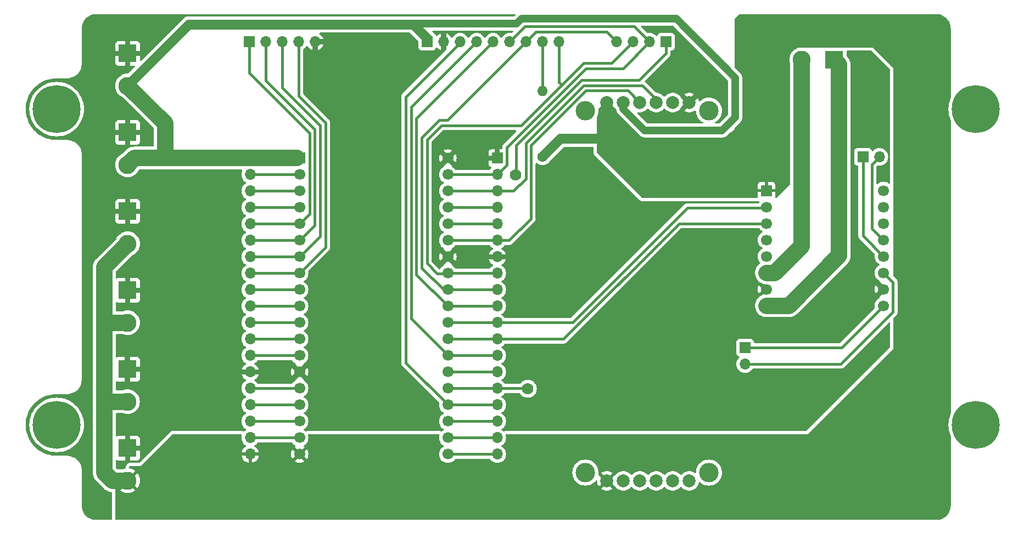
<source format=gbr>
G04 #@! TF.GenerationSoftware,KiCad,Pcbnew,7.0.8*
G04 #@! TF.CreationDate,2023-11-12T13:04:05-06:00*
G04 #@! TF.ProjectId,WALL-E Carrier Board,57414c4c-2d45-4204-9361-727269657220,rev?*
G04 #@! TF.SameCoordinates,PX53d00e0PY8a12ae0*
G04 #@! TF.FileFunction,Copper,L2,Bot*
G04 #@! TF.FilePolarity,Positive*
%FSLAX46Y46*%
G04 Gerber Fmt 4.6, Leading zero omitted, Abs format (unit mm)*
G04 Created by KiCad (PCBNEW 7.0.8) date 2023-11-12 13:04:05*
%MOMM*%
%LPD*%
G01*
G04 APERTURE LIST*
G04 #@! TA.AperFunction,ComponentPad*
%ADD10R,2.800000X2.800000*%
G04 #@! TD*
G04 #@! TA.AperFunction,ComponentPad*
%ADD11C,2.800000*%
G04 #@! TD*
G04 #@! TA.AperFunction,ComponentPad*
%ADD12R,1.700000X1.700000*%
G04 #@! TD*
G04 #@! TA.AperFunction,ComponentPad*
%ADD13C,1.700000*%
G04 #@! TD*
G04 #@! TA.AperFunction,ComponentPad*
%ADD14O,1.700000X1.700000*%
G04 #@! TD*
G04 #@! TA.AperFunction,WasherPad*
%ADD15C,3.000000*%
G04 #@! TD*
G04 #@! TA.AperFunction,ComponentPad*
%ADD16C,2.000000*%
G04 #@! TD*
G04 #@! TA.AperFunction,ComponentPad*
%ADD17C,7.400000*%
G04 #@! TD*
G04 #@! TA.AperFunction,ComponentPad*
%ADD18C,1.600000*%
G04 #@! TD*
G04 #@! TA.AperFunction,ComponentPad*
%ADD19O,1.600000X1.600000*%
G04 #@! TD*
G04 #@! TA.AperFunction,ViaPad*
%ADD20C,1.778000*%
G04 #@! TD*
G04 #@! TA.AperFunction,Conductor*
%ADD21C,1.524000*%
G04 #@! TD*
G04 #@! TA.AperFunction,Conductor*
%ADD22C,2.540000*%
G04 #@! TD*
G04 #@! TA.AperFunction,Conductor*
%ADD23C,1.143000*%
G04 #@! TD*
G04 #@! TA.AperFunction,Conductor*
%ADD24C,0.406400*%
G04 #@! TD*
G04 APERTURE END LIST*
D10*
G04 #@! TO.P,J3,1,Pin_1*
G04 #@! TO.N,GND*
X16002000Y23582000D03*
D11*
G04 #@! TO.P,J3,2,Pin_2*
G04 #@! TO.N,+5V*
X16002000Y18582000D03*
G04 #@! TD*
D12*
G04 #@! TO.P,U3,1,VCC*
G04 #@! TO.N,+5V*
X114554000Y51181000D03*
D13*
G04 #@! TO.P,U3,2,RX*
G04 #@! TO.N,MCU_TX*
X114554000Y48641000D03*
G04 #@! TO.P,U3,3,TX*
G04 #@! TO.N,MCU_RX*
X114554000Y46101000D03*
G04 #@! TO.P,U3,4,DAC_R*
G04 #@! TO.N,unconnected-(U3-DAC_R-Pad4)*
X114554000Y43561000D03*
G04 #@! TO.P,U3,5,DAC_L*
G04 #@! TO.N,unconnected-(U3-DAC_L-Pad5)*
X114554000Y41021000D03*
G04 #@! TO.P,U3,6,SPK1*
G04 #@! TO.N,DFP_SPK1*
X114554000Y38481000D03*
G04 #@! TO.P,U3,7,GND*
G04 #@! TO.N,GND*
X114554000Y35941000D03*
G04 #@! TO.P,U3,8,SPK2*
G04 #@! TO.N,DFP_SPK2*
X114554000Y33401000D03*
G04 #@! TO.P,U3,9,IO1*
G04 #@! TO.N,Net-(J11-Pin_1)*
X132588000Y33401000D03*
G04 #@! TO.P,U3,10,GND*
G04 #@! TO.N,GND*
X132588000Y35941000D03*
G04 #@! TO.P,U3,11,IO2*
G04 #@! TO.N,Net-(J11-Pin_2)*
X132588000Y38481000D03*
G04 #@! TO.P,U3,12,ADKEY1*
G04 #@! TO.N,Net-(J10-Pin_1)*
X132588000Y41021000D03*
G04 #@! TO.P,U3,13,ADKEY2*
G04 #@! TO.N,Net-(J10-Pin_2)*
X132588000Y43561000D03*
G04 #@! TO.P,U3,14,USB+*
G04 #@! TO.N,unconnected-(U3-USB+-Pad14)*
X132588000Y46101000D03*
G04 #@! TO.P,U3,15,USB-*
G04 #@! TO.N,unconnected-(U3-USB--Pad15)*
X132588000Y48641000D03*
G04 #@! TO.P,U3,16,BUSY*
G04 #@! TO.N,unconnected-(U3-BUSY-Pad16)*
X132588000Y51181000D03*
G04 #@! TD*
D12*
G04 #@! TO.P,J9,1,Pin_1*
G04 #@! TO.N,GND*
X73024999Y56186399D03*
D14*
G04 #@! TO.P,J9,2,Pin_2*
G04 #@! TO.N,SPI_MOSI*
X73024999Y53646399D03*
G04 #@! TO.P,J9,3,Pin_3*
G04 #@! TO.N,SCL*
X73024999Y51106399D03*
G04 #@! TO.P,J9,4,Pin_4*
G04 #@! TO.N,ESP32_TX*
X73024999Y48566399D03*
G04 #@! TO.P,J9,5,Pin_5*
G04 #@! TO.N,ESP32_RX*
X73024999Y46026399D03*
G04 #@! TO.P,J9,6,Pin_6*
G04 #@! TO.N,SDA*
X73024999Y43486399D03*
G04 #@! TO.P,J9,7,Pin_7*
G04 #@! TO.N,GND*
X73024999Y40946399D03*
G04 #@! TO.P,J9,8,Pin_8*
G04 #@! TO.N,SPI_MISO*
X73024999Y38406399D03*
G04 #@! TO.P,J9,9,Pin_9*
G04 #@! TO.N,SPI_CLK*
X73024999Y35866399D03*
G04 #@! TO.P,J9,10,Pin_10*
G04 #@! TO.N,LCD_DC*
X73024999Y33326399D03*
G04 #@! TO.P,J9,11,Pin_11*
G04 #@! TO.N,MCU_TX*
X73024999Y30786399D03*
G04 #@! TO.P,J9,12,Pin_12*
G04 #@! TO.N,MCU_RX*
X73024999Y28246399D03*
G04 #@! TO.P,J9,13,Pin_13*
G04 #@! TO.N,LCD_~{RST}*
X73024999Y25706399D03*
G04 #@! TO.P,J9,14,Pin_14*
G04 #@! TO.N,ESP32_P0*
X73024999Y23166399D03*
G04 #@! TO.P,J9,15,Pin_15*
G04 #@! TO.N,SD_~{CS}*
X73024999Y20626399D03*
G04 #@! TO.P,J9,16,Pin_16*
G04 #@! TO.N,LCD_~{CS}*
X73024999Y18086399D03*
G04 #@! TO.P,J9,17,Pin_17*
G04 #@! TO.N,ESP32_SD1*
X73024999Y15546399D03*
G04 #@! TO.P,J9,18,Pin_18*
G04 #@! TO.N,ESP32_SD0*
X73024999Y13006399D03*
G04 #@! TO.P,J9,19,Pin_19*
G04 #@! TO.N,ESP32_CLK*
X73024999Y10466399D03*
G04 #@! TD*
D10*
G04 #@! TO.P,J6,1,Pin_1*
G04 #@! TO.N,GND*
X16022000Y60158000D03*
D11*
G04 #@! TO.P,J6,2,Pin_2*
G04 #@! TO.N,+3.3V*
X16022000Y55158000D03*
G04 #@! TD*
D12*
G04 #@! TO.P,J10,1,Pin_1*
G04 #@! TO.N,Net-(J10-Pin_1)*
X129413000Y56388000D03*
D14*
G04 #@! TO.P,J10,2,Pin_2*
G04 #@! TO.N,Net-(J10-Pin_2)*
X131953000Y56388000D03*
G04 #@! TD*
D10*
G04 #@! TO.P,J14,1,Pin_1*
G04 #@! TO.N,DFP_SPK2*
X124968000Y71374000D03*
D11*
G04 #@! TO.P,J14,2,Pin_2*
G04 #@! TO.N,DFP_SPK1*
X119968000Y71374000D03*
G04 #@! TD*
D15*
G04 #@! TO.P,U2,*
G04 #@! TO.N,*
X105664000Y63525400D03*
X86614000Y63500000D03*
X105664000Y7620000D03*
X86614000Y7620000D03*
D16*
G04 #@! TO.P,U2,1,V+*
G04 #@! TO.N,+5V*
X89916000Y64770000D03*
G04 #@! TO.P,U2,2,VCC*
G04 #@! TO.N,+3.3V*
X92456000Y64770000D03*
G04 #@! TO.P,U2,3,SDA*
G04 #@! TO.N,SDA*
X94996000Y64770000D03*
G04 #@! TO.P,U2,4,SCL*
G04 #@! TO.N,SCL*
X97536000Y64770000D03*
G04 #@! TO.P,U2,5,OE*
G04 #@! TO.N,unconnected-(U2-OE-Pad5)*
X100076000Y64770000D03*
G04 #@! TO.P,U2,6,GND*
G04 #@! TO.N,GND*
X102616000Y64770000D03*
G04 #@! TO.P,U2,7,GND*
X102616000Y6350000D03*
G04 #@! TO.P,U2,8,OE*
G04 #@! TO.N,unconnected-(U2-OE-Pad8)*
X100076000Y6350000D03*
G04 #@! TO.P,U2,9,SCL*
G04 #@! TO.N,unconnected-(U2-SCL-Pad9)*
X97536000Y6350000D03*
G04 #@! TO.P,U2,10,SDA*
G04 #@! TO.N,unconnected-(U2-SDA-Pad10)*
X94996000Y6350000D03*
G04 #@! TO.P,U2,11,VCC*
G04 #@! TO.N,+3.3V*
X92456000Y6350000D03*
G04 #@! TO.P,U2,12,V+*
G04 #@! TO.N,+5V*
X89916000Y6350000D03*
G04 #@! TD*
D10*
G04 #@! TO.P,J1,1,Pin_1*
G04 #@! TO.N,GND*
X16022000Y11389999D03*
D11*
G04 #@! TO.P,J1,2,Pin_2*
G04 #@! TO.N,+5V*
X16022000Y6389999D03*
G04 #@! TD*
D17*
G04 #@! TO.P,H4,1,1*
G04 #@! TO.N,unconnected-(H4-Pad1)*
X146812000Y14986000D03*
G04 #@! TD*
D12*
G04 #@! TO.P,J13,1,Pin_1*
G04 #@! TO.N,SD_~{CS}*
X99040000Y74168000D03*
D14*
G04 #@! TO.P,J13,2,Pin_2*
G04 #@! TO.N,SPI_MOSI*
X96500000Y74168000D03*
G04 #@! TO.P,J13,3,Pin_3*
G04 #@! TO.N,SPI_MISO*
X93960000Y74168000D03*
G04 #@! TO.P,J13,4,Pin_4*
G04 #@! TO.N,SPI_CLK*
X91420000Y74168000D03*
G04 #@! TD*
D12*
G04 #@! TO.P,J8,1,Pin_1*
G04 #@! TO.N,BUTTON0*
X34798000Y74168000D03*
D14*
G04 #@! TO.P,J8,2,Pin_2*
G04 #@! TO.N,BUTTON1*
X37338000Y74168000D03*
G04 #@! TO.P,J8,3,Pin_3*
G04 #@! TO.N,BUTTON2*
X39878000Y74168000D03*
G04 #@! TO.P,J8,4,Pin_4*
G04 #@! TO.N,BUTTON3*
X42418000Y74168000D03*
G04 #@! TO.P,J8,5,Pin_5*
G04 #@! TO.N,GND*
X44958000Y74168000D03*
G04 #@! TD*
D17*
G04 #@! TO.P,H3,1,1*
G04 #@! TO.N,unconnected-(H3-Pad1)*
X146812000Y63754000D03*
G04 #@! TD*
D12*
G04 #@! TO.P,J7,1,Pin_1*
G04 #@! TO.N,+3.3V*
X34925001Y56186399D03*
D14*
G04 #@! TO.P,J7,2,Pin_2*
G04 #@! TO.N,ESP32_EN*
X34925001Y53646399D03*
G04 #@! TO.P,J7,3,Pin_3*
G04 #@! TO.N,ESP32_SVP*
X34925001Y51106399D03*
G04 #@! TO.P,J7,4,Pin_4*
G04 #@! TO.N,ESP32_SVN*
X34925001Y48566399D03*
G04 #@! TO.P,J7,5,Pin_5*
G04 #@! TO.N,BUTTON0*
X34925001Y46026399D03*
G04 #@! TO.P,J7,6,Pin_6*
G04 #@! TO.N,BUTTON1*
X34925001Y43486399D03*
G04 #@! TO.P,J7,7,Pin_7*
G04 #@! TO.N,BUTTON2*
X34925001Y40946399D03*
G04 #@! TO.P,J7,8,Pin_8*
G04 #@! TO.N,BUTTON3*
X34925001Y38406399D03*
G04 #@! TO.P,J7,9,Pin_9*
G04 #@! TO.N,ESP32_P25*
X34925001Y35866399D03*
G04 #@! TO.P,J7,10,Pin_10*
G04 #@! TO.N,ESP32_P26*
X34925001Y33326399D03*
G04 #@! TO.P,J7,11,Pin_11*
G04 #@! TO.N,ESP32_P27*
X34925001Y30786399D03*
G04 #@! TO.P,J7,12,Pin_12*
G04 #@! TO.N,ESP32_P14*
X34925001Y28246399D03*
G04 #@! TO.P,J7,13,Pin_13*
G04 #@! TO.N,ESP32_P12*
X34925001Y25706399D03*
G04 #@! TO.P,J7,14,Pin_14*
G04 #@! TO.N,GND*
X34925001Y23166399D03*
G04 #@! TO.P,J7,15,Pin_15*
G04 #@! TO.N,ESP32_P13*
X34925001Y20626399D03*
G04 #@! TO.P,J7,16,Pin_16*
G04 #@! TO.N,ESP32_SD2*
X34925001Y18086399D03*
G04 #@! TO.P,J7,17,Pin_17*
G04 #@! TO.N,ESP32_SD3*
X34925001Y15546399D03*
G04 #@! TO.P,J7,18,Pin_18*
G04 #@! TO.N,ESP32_CMD*
X34925001Y13006399D03*
G04 #@! TO.P,J7,19,Pin_19*
G04 #@! TO.N,+5V*
X34925001Y10466399D03*
G04 #@! TD*
D18*
G04 #@! TO.P,R1,1*
G04 #@! TO.N,+5V*
X80010000Y56388000D03*
D19*
G04 #@! TO.P,R1,2*
G04 #@! TO.N,/LCD_LED*
X80010000Y66548000D03*
G04 #@! TD*
D10*
G04 #@! TO.P,J5,1,Pin_1*
G04 #@! TO.N,GND*
X16022000Y72350000D03*
D11*
G04 #@! TO.P,J5,2,Pin_2*
G04 #@! TO.N,+3.3V*
X16022000Y67350000D03*
G04 #@! TD*
D12*
G04 #@! TO.P,U1,1,3.3V*
G04 #@! TO.N,+3.3V*
X42545000Y56186400D03*
D13*
G04 #@! TO.P,U1,2,EN*
G04 #@! TO.N,ESP32_EN*
X42545000Y53646400D03*
G04 #@! TO.P,U1,3,SVP*
G04 #@! TO.N,ESP32_SVP*
X42545000Y51106400D03*
G04 #@! TO.P,U1,4,SVN*
G04 #@! TO.N,ESP32_SVN*
X42545000Y48566400D03*
G04 #@! TO.P,U1,5,P34*
G04 #@! TO.N,BUTTON0*
X42545000Y46026400D03*
G04 #@! TO.P,U1,6,P35*
G04 #@! TO.N,BUTTON1*
X42545000Y43486400D03*
G04 #@! TO.P,U1,7,P32*
G04 #@! TO.N,BUTTON2*
X42545000Y40946400D03*
G04 #@! TO.P,U1,8,P33*
G04 #@! TO.N,BUTTON3*
X42545000Y38406400D03*
G04 #@! TO.P,U1,9,P25*
G04 #@! TO.N,ESP32_P25*
X42545000Y35866400D03*
G04 #@! TO.P,U1,10,P26*
G04 #@! TO.N,ESP32_P26*
X42545000Y33326400D03*
G04 #@! TO.P,U1,11,P27*
G04 #@! TO.N,ESP32_P27*
X42545000Y30786400D03*
G04 #@! TO.P,U1,12,P14*
G04 #@! TO.N,ESP32_P14*
X42545000Y28246400D03*
G04 #@! TO.P,U1,13,P12*
G04 #@! TO.N,ESP32_P12*
X42545000Y25706400D03*
G04 #@! TO.P,U1,14,GND*
G04 #@! TO.N,GND*
X42545000Y23166400D03*
G04 #@! TO.P,U1,15,P13*
G04 #@! TO.N,ESP32_P13*
X42545000Y20626400D03*
G04 #@! TO.P,U1,16,SD2*
G04 #@! TO.N,ESP32_SD2*
X42545000Y18086400D03*
G04 #@! TO.P,U1,17,SD3*
G04 #@! TO.N,ESP32_SD3*
X42545000Y15546400D03*
G04 #@! TO.P,U1,18,CMD*
G04 #@! TO.N,ESP32_CMD*
X42545000Y13006400D03*
G04 #@! TO.P,U1,19,5V*
G04 #@! TO.N,+5V*
X42545000Y10466400D03*
G04 #@! TO.P,U1,20,CLK*
G04 #@! TO.N,ESP32_CLK*
X65405000Y10466400D03*
G04 #@! TO.P,U1,21,SD0*
G04 #@! TO.N,ESP32_SD0*
X65405000Y13006400D03*
G04 #@! TO.P,U1,22,SD1*
G04 #@! TO.N,ESP32_SD1*
X65405000Y15546400D03*
G04 #@! TO.P,U1,23,P15*
G04 #@! TO.N,LCD_~{CS}*
X65405000Y18086400D03*
G04 #@! TO.P,U1,24,P2*
G04 #@! TO.N,SD_~{CS}*
X65405000Y20626400D03*
G04 #@! TO.P,U1,25,P0*
G04 #@! TO.N,ESP32_P0*
X65405000Y23166400D03*
G04 #@! TO.P,U1,26,P4*
G04 #@! TO.N,LCD_~{RST}*
X65405000Y25706400D03*
G04 #@! TO.P,U1,27,P16*
G04 #@! TO.N,MCU_RX*
X65405000Y28246400D03*
G04 #@! TO.P,U1,28,P17*
G04 #@! TO.N,MCU_TX*
X65405000Y30786400D03*
G04 #@! TO.P,U1,29,P5*
G04 #@! TO.N,LCD_DC*
X65405000Y33326400D03*
G04 #@! TO.P,U1,30,P18*
G04 #@! TO.N,SPI_CLK*
X65405000Y35866400D03*
G04 #@! TO.P,U1,31,P19*
G04 #@! TO.N,SPI_MISO*
X65405000Y38406400D03*
G04 #@! TO.P,U1,32,GND*
G04 #@! TO.N,GND*
X65405000Y40946400D03*
G04 #@! TO.P,U1,33,P21*
G04 #@! TO.N,SDA*
X65405000Y43486400D03*
G04 #@! TO.P,U1,34,RX*
G04 #@! TO.N,ESP32_RX*
X65405000Y46026400D03*
G04 #@! TO.P,U1,35,TX*
G04 #@! TO.N,ESP32_TX*
X65405000Y48566400D03*
G04 #@! TO.P,U1,36,P22*
G04 #@! TO.N,SCL*
X65405000Y51106400D03*
G04 #@! TO.P,U1,37,P23*
G04 #@! TO.N,SPI_MOSI*
X65405000Y53646400D03*
G04 #@! TO.P,U1,38,GND*
G04 #@! TO.N,GND*
X65405000Y56186400D03*
G04 #@! TD*
D17*
G04 #@! TO.P,H2,1,1*
G04 #@! TO.N,unconnected-(H2-Pad1)*
X5080000Y63754000D03*
G04 #@! TD*
G04 #@! TO.P,H1,1,1*
G04 #@! TO.N,unconnected-(H1-Pad1)*
X5080000Y14986000D03*
G04 #@! TD*
D10*
G04 #@! TO.P,J4,1,Pin_1*
G04 #@! TO.N,GND*
X16022000Y47966000D03*
D11*
G04 #@! TO.P,J4,2,Pin_2*
G04 #@! TO.N,+5V*
X16022000Y42966000D03*
G04 #@! TD*
D12*
G04 #@! TO.P,J11,1,Pin_1*
G04 #@! TO.N,Net-(J11-Pin_1)*
X111252000Y26924000D03*
D14*
G04 #@! TO.P,J11,2,Pin_2*
G04 #@! TO.N,Net-(J11-Pin_2)*
X111252000Y24384000D03*
G04 #@! TD*
D12*
G04 #@! TO.P,J12,1,Pin_1*
G04 #@! TO.N,+3.3V*
X62230000Y74168000D03*
D14*
G04 #@! TO.P,J12,2,Pin_2*
G04 #@! TO.N,GND*
X64770000Y74168000D03*
G04 #@! TO.P,J12,3,Pin_3*
G04 #@! TO.N,LCD_~{CS}*
X67310000Y74168000D03*
G04 #@! TO.P,J12,4,Pin_4*
G04 #@! TO.N,LCD_~{RST}*
X69850000Y74168000D03*
G04 #@! TO.P,J12,5,Pin_5*
G04 #@! TO.N,LCD_DC*
X72390000Y74168000D03*
G04 #@! TO.P,J12,6,Pin_6*
G04 #@! TO.N,SPI_MOSI*
X74930000Y74168000D03*
G04 #@! TO.P,J12,7,Pin_7*
G04 #@! TO.N,SPI_CLK*
X77470000Y74168000D03*
G04 #@! TO.P,J12,8,Pin_8*
G04 #@! TO.N,/LCD_LED*
X80010000Y74168000D03*
G04 #@! TO.P,J12,9,Pin_9*
G04 #@! TO.N,SPI_MISO*
X82550000Y74168000D03*
G04 #@! TD*
D10*
G04 #@! TO.P,J2,1,Pin_1*
G04 #@! TO.N,GND*
X16022000Y35774000D03*
D11*
G04 #@! TO.P,J2,2,Pin_2*
G04 #@! TO.N,+5V*
X16022000Y30774000D03*
G04 #@! TD*
D20*
G04 #@! TO.N,GND*
X25654000Y27305000D03*
X105664000Y68707000D03*
X29972000Y27305000D03*
X104140000Y70866000D03*
X102870000Y68707000D03*
X27813000Y39370000D03*
G04 #@! TO.N,SD_~{CS}*
X77724000Y20574000D03*
X75890233Y53624867D03*
G04 #@! TD*
D21*
G04 #@! TO.N,+5V*
X89916000Y59944000D02*
X89154000Y59182000D01*
D22*
X13676001Y6389999D02*
X12446000Y7620000D01*
X16022000Y30774000D02*
X12486000Y30774000D01*
D21*
X89916000Y64770000D02*
X89916000Y59944000D01*
D22*
X12486000Y30774000D02*
X12446000Y30734000D01*
D21*
X89154000Y59182000D02*
X82804000Y59182000D01*
D22*
X12446000Y7620000D02*
X12446000Y18542000D01*
X12446000Y30734000D02*
X12446000Y39390000D01*
X12486000Y18582000D02*
X12446000Y18542000D01*
D21*
X82804000Y59182000D02*
X80010000Y56388000D01*
D22*
X12446000Y18542000D02*
X12446000Y30734000D01*
X12446000Y39390000D02*
X16022000Y42966000D01*
X16002000Y18582000D02*
X12486000Y18582000D01*
X16022000Y6389999D02*
X13676001Y6389999D01*
D23*
G04 #@! TO.N,+3.3V*
X95774000Y60452000D02*
X92456000Y63770000D01*
X100622100Y77685900D02*
X109728000Y68580000D01*
X76053672Y76962000D02*
X76777572Y77685900D01*
D22*
X34925001Y56186399D02*
X42125000Y56186399D01*
D21*
X62230000Y74676000D02*
X60071000Y76835000D01*
D22*
X34925001Y56186399D02*
X21844000Y56186399D01*
D21*
X60071000Y76835000D02*
X25507000Y76835000D01*
D22*
X21844000Y61528000D02*
X21844000Y56186399D01*
D23*
X109728000Y68580000D02*
X109728000Y62484000D01*
X109728000Y62484000D02*
X107696000Y60452000D01*
D22*
X21844000Y56186399D02*
X17050399Y56186399D01*
D23*
X76777572Y77685900D02*
X100622100Y77685900D01*
D22*
X16022000Y67350000D02*
X21844000Y61528000D01*
D21*
X62230000Y74168000D02*
X62230000Y74676000D01*
D23*
X60071000Y76835000D02*
X60198000Y76962000D01*
D21*
X25507000Y76835000D02*
X16022000Y67350000D01*
D23*
X60198000Y76962000D02*
X76053672Y76962000D01*
X92456000Y63770000D02*
X92456000Y64770000D01*
D22*
X17050399Y56186399D02*
X16022000Y55158000D01*
D23*
X107696000Y60452000D02*
X95774000Y60452000D01*
D22*
G04 #@! TO.N,DFP_SPK1*
X115824000Y38481000D02*
X114554000Y38481000D01*
X119968000Y71374000D02*
X119968000Y42625000D01*
X119968000Y42625000D02*
X115824000Y38481000D01*
G04 #@! TO.N,DFP_SPK2*
X124968000Y71374000D02*
X125730000Y70612000D01*
X117983000Y33401000D02*
X114554000Y33401000D01*
X125730000Y70612000D02*
X125730000Y41148000D01*
X125730000Y41148000D02*
X117983000Y33401000D01*
D24*
G04 #@! TO.N,BUTTON0*
X44069000Y47550400D02*
X42545000Y46026400D01*
X34925001Y46026399D02*
X42545000Y46026400D01*
X34798000Y74168000D02*
X34798000Y69342000D01*
X44069000Y60071000D02*
X44069000Y47550400D01*
X34798000Y69342000D02*
X44069000Y60071000D01*
G04 #@! TO.N,BUTTON1*
X37338000Y68199000D02*
X44881800Y60655200D01*
X42545000Y43486400D02*
X34925001Y43486399D01*
X37338000Y74168000D02*
X37338000Y68199000D01*
X44881800Y60655200D02*
X44881800Y45823200D01*
X44881800Y45823200D02*
X42545000Y43486400D01*
G04 #@! TO.N,BUTTON2*
X39878000Y67056000D02*
X45720000Y61214000D01*
X39878000Y74168000D02*
X39878000Y67056000D01*
X34925001Y40946399D02*
X42545000Y40946400D01*
X45720000Y61214000D02*
X45720000Y44121400D01*
X45720000Y44121400D02*
X42545000Y40946400D01*
G04 #@! TO.N,BUTTON3*
X46532800Y61671200D02*
X46532800Y42394200D01*
X42418000Y65786000D02*
X46532800Y61671200D01*
X46532800Y42394200D02*
X42545000Y38406400D01*
X42418000Y74168000D02*
X42418000Y65786000D01*
X42545000Y38406400D02*
X34925001Y38406399D01*
G04 #@! TO.N,LCD_~{CS}*
X65405000Y18086400D02*
X58928000Y24563400D01*
X58928000Y65659000D02*
X67310000Y74041000D01*
X73024999Y18086399D02*
X65405000Y18086400D01*
X58928000Y24563400D02*
X58928000Y65659000D01*
X67310000Y74041000D02*
X67310000Y74168000D01*
G04 #@! TO.N,LCD_~{RST}*
X59740800Y64058800D02*
X69850000Y74168000D01*
X65405000Y25706400D02*
X73024999Y25706399D01*
X65405000Y25706400D02*
X59740800Y31370600D01*
X59740800Y31370600D02*
X59740800Y64058800D01*
G04 #@! TO.N,LCD_DC*
X64795400Y33502600D02*
X64795400Y33326400D01*
X65352600Y33326400D02*
X65405000Y33326400D01*
X60553600Y38177800D02*
X65405000Y33326400D01*
X60553600Y62331600D02*
X60553600Y38177800D01*
X65405000Y33326400D02*
X73024999Y33326399D01*
X72390000Y74168000D02*
X60553600Y62331600D01*
G04 #@! TO.N,SPI_MOSI*
X74484599Y55083893D02*
X73047105Y53646399D01*
X96500000Y74148000D02*
X92405200Y70053200D01*
X77266800Y76504800D02*
X94163200Y76504800D01*
X74484599Y57854071D02*
X74484599Y55083893D01*
X94163200Y76504800D02*
X96500000Y74168000D01*
X74930000Y74168000D02*
X77266800Y76504800D01*
X73047105Y53646399D02*
X73024999Y53646399D01*
X96500000Y74168000D02*
X96500000Y74148000D01*
X92405200Y70053200D02*
X86683728Y70053200D01*
X86683728Y70053200D02*
X74484599Y57854071D01*
X65405000Y53646400D02*
X73024999Y53646399D01*
G04 #@! TO.N,/LCD_LED*
X80010000Y74168000D02*
X80010000Y66548000D01*
G04 #@! TO.N,SPI_MISO*
X63754000Y38354000D02*
X62179200Y39928800D01*
X82988028Y67506972D02*
X86347056Y70866000D01*
X90678000Y70866000D02*
X93960000Y74148000D01*
X82550000Y67945000D02*
X82988028Y67506972D01*
X62179200Y58997728D02*
X64395472Y61214000D01*
X93960000Y74148000D02*
X93960000Y74168000D01*
X76695056Y61214000D02*
X82988028Y67506972D01*
X64395472Y61214000D02*
X76695056Y61214000D01*
X65405000Y38406400D02*
X65352600Y38354000D01*
X86347056Y70866000D02*
X90678000Y70866000D01*
X82550000Y74168000D02*
X82550000Y67945000D01*
X65405000Y38406400D02*
X73024999Y38406399D01*
X65352600Y38354000D02*
X63754000Y38354000D01*
X62179200Y39928800D02*
X62179200Y58997728D01*
G04 #@! TO.N,ESP32_EN*
X42545000Y53646400D02*
X34925001Y53646399D01*
G04 #@! TO.N,ESP32_SVP*
X34925001Y51106399D02*
X42545000Y51106400D01*
G04 #@! TO.N,ESP32_SVN*
X42545000Y48566400D02*
X34925001Y48566399D01*
G04 #@! TO.N,ESP32_P25*
X34925001Y35866399D02*
X42545000Y35866400D01*
G04 #@! TO.N,ESP32_P26*
X42545000Y33326400D02*
X34925001Y33326399D01*
G04 #@! TO.N,ESP32_P27*
X34925001Y30786399D02*
X42545000Y30786400D01*
G04 #@! TO.N,ESP32_P14*
X34925001Y28246399D02*
X42545000Y28246400D01*
G04 #@! TO.N,ESP32_P12*
X42545000Y25706400D02*
X34925001Y25706399D01*
G04 #@! TO.N,ESP32_P13*
X34925001Y20626399D02*
X42545000Y20626400D01*
G04 #@! TO.N,ESP32_SD2*
X42545000Y18086400D02*
X34925001Y18086399D01*
G04 #@! TO.N,ESP32_SD3*
X34925001Y15546399D02*
X42545000Y15546400D01*
G04 #@! TO.N,ESP32_CMD*
X42545000Y13006400D02*
X34925001Y13006399D01*
G04 #@! TO.N,SCL*
X77419200Y53035200D02*
X77419200Y58489728D01*
X95377000Y67411600D02*
X97536000Y65252600D01*
X65405000Y51106400D02*
X73024999Y51106399D01*
X77419200Y58489728D02*
X86341072Y67411600D01*
X86341072Y67411600D02*
X95377000Y67411600D01*
X73024999Y51106399D02*
X75490399Y51106399D01*
X97536000Y65252600D02*
X97536000Y64770000D01*
X75490399Y51106399D02*
X77419200Y53035200D01*
G04 #@! TO.N,ESP32_TX*
X73024999Y48566399D02*
X65405000Y48566400D01*
G04 #@! TO.N,ESP32_RX*
X65405000Y46026400D02*
X73024999Y46026399D01*
G04 #@! TO.N,SDA*
X78232000Y46863000D02*
X74855399Y43486399D01*
X86677744Y66598800D02*
X78232000Y58153056D01*
X78232000Y58153056D02*
X78232000Y46863000D01*
X93167200Y66598800D02*
X86677744Y66598800D01*
X74855399Y43486399D02*
X73024999Y43486399D01*
X65405000Y43486400D02*
X73024999Y43486399D01*
X94996000Y64770000D02*
X93167200Y66598800D01*
G04 #@! TO.N,SPI_CLK*
X65328800Y62026800D02*
X77470000Y74168000D01*
X61366400Y59334400D02*
X64058800Y62026800D01*
X64058800Y62026800D02*
X65328800Y62026800D01*
X65405000Y35866400D02*
X64717600Y35866400D01*
X89896000Y75692000D02*
X78994000Y75692000D01*
X64717600Y35866400D02*
X61366400Y39217600D01*
X78994000Y75692000D02*
X77470000Y74168000D01*
X77470000Y74168000D02*
X76962000Y74168000D01*
X61366400Y39217600D02*
X61366400Y59334400D01*
X65405000Y35866400D02*
X73024999Y35866399D01*
X91420000Y74168000D02*
X89896000Y75692000D01*
G04 #@! TO.N,MCU_TX*
X65405000Y30786400D02*
X73024999Y30786399D01*
X114427000Y48514000D02*
X102362000Y48514000D01*
X114554000Y48641000D02*
X114427000Y48514000D01*
X84634399Y30786399D02*
X73024999Y30786399D01*
X102362000Y48514000D02*
X84634399Y30786399D01*
G04 #@! TO.N,MCU_RX*
X114554000Y46101000D02*
X101098472Y46101000D01*
X83243871Y28246399D02*
X73024999Y28246399D01*
X65405000Y28246400D02*
X73024999Y28246399D01*
X101098472Y46101000D02*
X83243871Y28246399D01*
G04 #@! TO.N,SD_~{CS}*
X75946000Y58166000D02*
X86004400Y68224400D01*
X77671601Y20626399D02*
X73024999Y20626399D01*
X75946000Y53680634D02*
X75946000Y58166000D01*
X65405000Y20626400D02*
X73024999Y20626399D01*
X94894400Y68224400D02*
X99040000Y72370000D01*
X75890233Y53624867D02*
X75946000Y53680634D01*
X86004400Y68224400D02*
X94894400Y68224400D01*
X99040000Y72370000D02*
X99040000Y74168000D01*
X77724000Y20574000D02*
X77671601Y20626399D01*
G04 #@! TO.N,ESP32_P0*
X65405000Y23166400D02*
X73024999Y23166399D01*
G04 #@! TO.N,ESP32_SD1*
X65405000Y15546400D02*
X73024999Y15546399D01*
G04 #@! TO.N,ESP32_SD0*
X73024999Y13006399D02*
X65405000Y13006400D01*
G04 #@! TO.N,ESP32_CLK*
X65405000Y10466400D02*
X73024999Y10466399D01*
G04 #@! TO.N,Net-(J10-Pin_2)*
X131953000Y56388000D02*
X130810000Y55245000D01*
X130810000Y55245000D02*
X130810000Y45339000D01*
X130810000Y45339000D02*
X132588000Y43561000D01*
G04 #@! TO.N,Net-(J10-Pin_1)*
X132588000Y41021000D02*
X129413000Y44196000D01*
X129413000Y44196000D02*
X129413000Y56388000D01*
G04 #@! TO.N,Net-(J11-Pin_1)*
X126111000Y26924000D02*
X132588000Y33401000D01*
X111252000Y26924000D02*
X126111000Y26924000D01*
G04 #@! TO.N,Net-(J11-Pin_2)*
X125984000Y24384000D02*
X134047600Y32447600D01*
X111252000Y24384000D02*
X125984000Y24384000D01*
X134047600Y37021400D02*
X132588000Y38481000D01*
X134047600Y32447600D02*
X134047600Y37021400D01*
G04 #@! TD*
G04 #@! TA.AperFunction,Conductor*
G04 #@! TO.N,GND*
G36*
X75778012Y78415015D02*
G01*
X75823767Y78362211D01*
X75833711Y78293053D01*
X75804686Y78229497D01*
X75798668Y78223034D01*
X75645953Y78070318D01*
X75584632Y78036834D01*
X75558274Y78034000D01*
X60491807Y78034000D01*
X60448237Y78041907D01*
X60408229Y78056922D01*
X60408232Y78056922D01*
X60403778Y78057730D01*
X60384986Y78062691D01*
X60380733Y78064179D01*
X60380722Y78064182D01*
X60312133Y78075046D01*
X60282488Y78079741D01*
X60261708Y78083512D01*
X60184631Y78097500D01*
X60184627Y78097500D01*
X60180120Y78097500D01*
X60160733Y78099026D01*
X60156271Y78099732D01*
X60156265Y78099732D01*
X60056819Y78097500D01*
X25581385Y78097500D01*
X25574446Y78097890D01*
X25550863Y78100547D01*
X25535446Y78102284D01*
X25535438Y78102285D01*
X25466575Y78097641D01*
X25462402Y78097500D01*
X25450294Y78097500D01*
X25407924Y78093687D01*
X25308710Y78086997D01*
X25308697Y78086995D01*
X25304318Y78085892D01*
X25285165Y78082638D01*
X25280664Y78082233D01*
X25280658Y78082232D01*
X25184770Y78055770D01*
X25088339Y78031470D01*
X25088337Y78031469D01*
X25084222Y78029601D01*
X25065949Y78022976D01*
X25061596Y78021775D01*
X24971989Y77978622D01*
X24881425Y77937486D01*
X24877708Y77934911D01*
X24860912Y77925131D01*
X24856851Y77923176D01*
X24856845Y77923172D01*
X24776386Y77864714D01*
X24694627Y77808073D01*
X24691423Y77804869D01*
X24676651Y77792254D01*
X24673006Y77789606D01*
X24672994Y77789596D01*
X24604261Y77717707D01*
X18133681Y71247128D01*
X18072358Y71213643D01*
X18002666Y71218627D01*
X17946733Y71260499D01*
X17922316Y71325963D01*
X17922000Y71334809D01*
X17922000Y71943600D01*
X16597152Y71943600D01*
X16602320Y71949434D01*
X16681318Y72099954D01*
X16722000Y72265005D01*
X16722000Y72434995D01*
X16681318Y72600046D01*
X16602320Y72750566D01*
X16597152Y72756400D01*
X17922000Y72756400D01*
X17922000Y73797828D01*
X17921999Y73797845D01*
X17915598Y73857373D01*
X17915596Y73857380D01*
X17865354Y73992087D01*
X17865350Y73992094D01*
X17779190Y74107188D01*
X17779187Y74107191D01*
X17664093Y74193351D01*
X17664086Y74193355D01*
X17529379Y74243597D01*
X17529372Y74243599D01*
X17469844Y74250000D01*
X16428400Y74250000D01*
X16428400Y72920046D01*
X16349695Y72974371D01*
X16190751Y73034651D01*
X16064340Y73050000D01*
X15979660Y73050000D01*
X15853249Y73034651D01*
X15694305Y72974371D01*
X15615600Y72920046D01*
X15615600Y74250000D01*
X14574155Y74250000D01*
X14514627Y74243599D01*
X14514620Y74243597D01*
X14379913Y74193355D01*
X14379906Y74193351D01*
X14264812Y74107191D01*
X14264809Y74107188D01*
X14178649Y73992094D01*
X14178645Y73992087D01*
X14128403Y73857380D01*
X14128401Y73857373D01*
X14122000Y73797845D01*
X14122000Y72756400D01*
X15446848Y72756400D01*
X15441680Y72750566D01*
X15362682Y72600046D01*
X15322000Y72434995D01*
X15322000Y72265005D01*
X15362682Y72099954D01*
X15441680Y71949434D01*
X15446848Y71943600D01*
X14122000Y71943600D01*
X14122000Y70902156D01*
X14128401Y70842628D01*
X14128403Y70842621D01*
X14178645Y70707914D01*
X14178649Y70707907D01*
X14264809Y70592813D01*
X14264812Y70592810D01*
X14379906Y70506650D01*
X14379913Y70506646D01*
X14514620Y70456404D01*
X14514627Y70456402D01*
X14574155Y70450001D01*
X14574172Y70450000D01*
X15615600Y70450000D01*
X15615600Y71779955D01*
X15694305Y71725629D01*
X15853249Y71665349D01*
X15979660Y71650000D01*
X16064340Y71650000D01*
X16190751Y71665349D01*
X16349695Y71725629D01*
X16428400Y71779955D01*
X16428400Y70450000D01*
X17037192Y70450000D01*
X17104231Y70430315D01*
X17149986Y70377511D01*
X17159930Y70308353D01*
X17130905Y70244797D01*
X17124873Y70238319D01*
X16173948Y69287395D01*
X16112625Y69253910D01*
X16077423Y69251392D01*
X16022003Y69255355D01*
X16021999Y69255355D01*
X15750839Y69235961D01*
X15750832Y69235960D01*
X15485206Y69178177D01*
X15485202Y69178176D01*
X15485199Y69178175D01*
X15380969Y69139299D01*
X15230480Y69083170D01*
X14991892Y68952891D01*
X14991891Y68952890D01*
X14774259Y68789972D01*
X14774247Y68789962D01*
X14582038Y68597753D01*
X14582028Y68597741D01*
X14419110Y68380109D01*
X14419109Y68380108D01*
X14288830Y68141520D01*
X14246139Y68027061D01*
X14193825Y67886801D01*
X14193824Y67886798D01*
X14193823Y67886794D01*
X14136040Y67621168D01*
X14136039Y67621161D01*
X14116645Y67350002D01*
X14116645Y67349999D01*
X14136039Y67078840D01*
X14136040Y67078833D01*
X14193823Y66813207D01*
X14193825Y66813199D01*
X14240442Y66688215D01*
X14288830Y66558481D01*
X14419109Y66319893D01*
X14419110Y66319892D01*
X14419113Y66319887D01*
X14582029Y66102258D01*
X14582033Y66102254D01*
X14582038Y66102248D01*
X14774247Y65910039D01*
X14774253Y65910034D01*
X14774258Y65910029D01*
X14991887Y65747113D01*
X14991891Y65747111D01*
X14991891Y65747110D01*
X15230487Y65616828D01*
X15238413Y65613872D01*
X15282766Y65585369D01*
X20037181Y60830954D01*
X20070666Y60769631D01*
X20073500Y60743273D01*
X20073500Y58080899D01*
X20053815Y58013860D01*
X20001011Y57968105D01*
X19949500Y57956899D01*
X17083530Y57956899D01*
X16984011Y57960624D01*
X16885071Y57949475D01*
X16785785Y57942036D01*
X16785782Y57942035D01*
X16756745Y57935409D01*
X16749891Y57934245D01*
X16720321Y57930912D01*
X16720319Y57930912D01*
X16624150Y57905143D01*
X16527072Y57882986D01*
X16499364Y57872112D01*
X16492759Y57869938D01*
X16464003Y57862232D01*
X16463998Y57862231D01*
X16372735Y57822413D01*
X16280047Y57786036D01*
X16280046Y57786035D01*
X16254268Y57771152D01*
X16248060Y57768018D01*
X16220787Y57756119D01*
X16220782Y57756116D01*
X16220780Y57756115D01*
X16136473Y57703142D01*
X16050242Y57653356D01*
X16026973Y57634801D01*
X16021302Y57630777D01*
X15996103Y57614943D01*
X15996096Y57614938D01*
X15920622Y57549988D01*
X15842778Y57487909D01*
X15842776Y57487908D01*
X15842776Y57487907D01*
X15785793Y57426494D01*
X15775045Y57414911D01*
X15282764Y56922631D01*
X15238420Y56894131D01*
X15230485Y56891172D01*
X14991897Y56760894D01*
X14991891Y56760890D01*
X14774259Y56597972D01*
X14774247Y56597962D01*
X14582038Y56405753D01*
X14582028Y56405741D01*
X14419110Y56188109D01*
X14419109Y56188108D01*
X14288830Y55949520D01*
X14246848Y55836960D01*
X14193825Y55694801D01*
X14193824Y55694798D01*
X14193823Y55694794D01*
X14136040Y55429168D01*
X14136039Y55429161D01*
X14116645Y55158002D01*
X14116645Y55157999D01*
X14136039Y54886840D01*
X14136040Y54886833D01*
X14189710Y54640115D01*
X14193825Y54621199D01*
X14232391Y54517801D01*
X14288830Y54366481D01*
X14419109Y54127893D01*
X14419110Y54127892D01*
X14419113Y54127887D01*
X14582029Y53910258D01*
X14582033Y53910254D01*
X14582038Y53910248D01*
X14774247Y53718039D01*
X14774253Y53718034D01*
X14774258Y53718029D01*
X14991887Y53555113D01*
X14991891Y53555111D01*
X14991892Y53555110D01*
X15230481Y53424831D01*
X15230480Y53424831D01*
X15230484Y53424830D01*
X15230487Y53424828D01*
X15485199Y53329825D01*
X15750840Y53272039D01*
X16002605Y53254033D01*
X16021999Y53252645D01*
X16022000Y53252645D01*
X16022001Y53252645D01*
X16040100Y53253940D01*
X16293160Y53272039D01*
X16558801Y53329825D01*
X16813513Y53424828D01*
X16813517Y53424831D01*
X16813519Y53424831D01*
X16932813Y53489971D01*
X17052113Y53555113D01*
X17269742Y53718029D01*
X17461971Y53910258D01*
X17624887Y54127887D01*
X17732097Y54324228D01*
X17746894Y54351326D01*
X17796299Y54400731D01*
X17855726Y54415899D01*
X21711319Y54415899D01*
X21777745Y54415899D01*
X33599072Y54415899D01*
X33666111Y54396214D01*
X33711866Y54343410D01*
X33721810Y54274252D01*
X33711454Y54239494D01*
X33651098Y54110064D01*
X33651095Y54110055D01*
X33589939Y53881813D01*
X33589937Y53881803D01*
X33569342Y53646400D01*
X33569342Y53646399D01*
X33589937Y53410996D01*
X33589939Y53410986D01*
X33651095Y53182744D01*
X33651097Y53182740D01*
X33651098Y53182736D01*
X33656033Y53172153D01*
X33750966Y52968569D01*
X33750968Y52968565D01*
X33859282Y52813878D01*
X33886505Y52774999D01*
X33886507Y52774997D01*
X34053598Y52607906D01*
X34053604Y52607901D01*
X34239159Y52477974D01*
X34282784Y52423397D01*
X34289978Y52353899D01*
X34258455Y52291544D01*
X34239159Y52274824D01*
X34053598Y52144894D01*
X33886506Y51977802D01*
X33750966Y51784230D01*
X33750965Y51784228D01*
X33657402Y51583583D01*
X33651099Y51570063D01*
X33651095Y51570055D01*
X33589939Y51341813D01*
X33589937Y51341803D01*
X33569342Y51106400D01*
X33569342Y51106399D01*
X33589937Y50870996D01*
X33589939Y50870986D01*
X33651095Y50642744D01*
X33651097Y50642740D01*
X33651098Y50642736D01*
X33737879Y50456634D01*
X33750966Y50428569D01*
X33750968Y50428565D01*
X33834270Y50309599D01*
X33886505Y50234999D01*
X33886507Y50234997D01*
X34053598Y50067906D01*
X34053604Y50067901D01*
X34239159Y49937974D01*
X34282784Y49883397D01*
X34289978Y49813899D01*
X34258455Y49751544D01*
X34239159Y49734824D01*
X34053598Y49604894D01*
X33886506Y49437802D01*
X33750966Y49244230D01*
X33750965Y49244228D01*
X33674872Y49081046D01*
X33651099Y49030063D01*
X33651095Y49030055D01*
X33589939Y48801813D01*
X33589937Y48801803D01*
X33569342Y48566400D01*
X33569342Y48566399D01*
X33589937Y48330996D01*
X33589939Y48330986D01*
X33651095Y48102744D01*
X33651097Y48102740D01*
X33651098Y48102736D01*
X33716179Y47963170D01*
X33750966Y47888569D01*
X33750968Y47888565D01*
X33834270Y47769599D01*
X33886505Y47694999D01*
X33886507Y47694997D01*
X34053598Y47527906D01*
X34053604Y47527901D01*
X34239159Y47397974D01*
X34282784Y47343397D01*
X34289978Y47273899D01*
X34258455Y47211544D01*
X34239159Y47194824D01*
X34053598Y47064894D01*
X33886506Y46897802D01*
X33750966Y46704230D01*
X33750965Y46704228D01*
X33658344Y46505601D01*
X33651099Y46490063D01*
X33651095Y46490055D01*
X33589939Y46261813D01*
X33589937Y46261803D01*
X33569342Y46026400D01*
X33569342Y46026399D01*
X33589937Y45790996D01*
X33589939Y45790986D01*
X33651095Y45562744D01*
X33651097Y45562740D01*
X33651098Y45562736D01*
X33716179Y45423170D01*
X33750966Y45348569D01*
X33750968Y45348565D01*
X33834270Y45229599D01*
X33886505Y45154999D01*
X33886507Y45154997D01*
X34053598Y44987906D01*
X34053604Y44987901D01*
X34239159Y44857974D01*
X34282784Y44803397D01*
X34289978Y44733899D01*
X34258455Y44671544D01*
X34239159Y44654824D01*
X34053598Y44524894D01*
X33886506Y44357802D01*
X33750966Y44164230D01*
X33750965Y44164228D01*
X33672572Y43996113D01*
X33651099Y43950063D01*
X33651095Y43950055D01*
X33589939Y43721813D01*
X33589937Y43721803D01*
X33569342Y43486400D01*
X33569342Y43486399D01*
X33589937Y43250996D01*
X33589939Y43250986D01*
X33651095Y43022744D01*
X33651097Y43022740D01*
X33651098Y43022736D01*
X33737879Y42836634D01*
X33750966Y42808569D01*
X33750968Y42808565D01*
X33834270Y42689599D01*
X33886505Y42614999D01*
X33886507Y42614997D01*
X34053598Y42447906D01*
X34053604Y42447901D01*
X34239159Y42317974D01*
X34282784Y42263397D01*
X34289978Y42193899D01*
X34258455Y42131544D01*
X34239159Y42114824D01*
X34053598Y41984894D01*
X33886506Y41817802D01*
X33750966Y41624230D01*
X33750965Y41624228D01*
X33651099Y41410064D01*
X33651095Y41410055D01*
X33589939Y41181813D01*
X33589937Y41181803D01*
X33569342Y40946400D01*
X33569342Y40946399D01*
X33589937Y40710996D01*
X33589939Y40710986D01*
X33651095Y40482744D01*
X33651097Y40482740D01*
X33651098Y40482736D01*
X33716179Y40343170D01*
X33750966Y40268569D01*
X33750968Y40268565D01*
X33834270Y40149599D01*
X33886505Y40074999D01*
X33886507Y40074997D01*
X34053598Y39907906D01*
X34053604Y39907901D01*
X34239159Y39777974D01*
X34282784Y39723397D01*
X34289978Y39653899D01*
X34258455Y39591544D01*
X34239159Y39574824D01*
X34053598Y39444894D01*
X33886506Y39277802D01*
X33750966Y39084230D01*
X33750965Y39084228D01*
X33685886Y38944665D01*
X33653902Y38876074D01*
X33651099Y38870064D01*
X33651095Y38870055D01*
X33589939Y38641813D01*
X33589937Y38641803D01*
X33569342Y38406400D01*
X33569342Y38406399D01*
X33589937Y38170996D01*
X33589939Y38170986D01*
X33651095Y37942744D01*
X33651097Y37942740D01*
X33651098Y37942736D01*
X33716179Y37803170D01*
X33750966Y37728569D01*
X33750968Y37728565D01*
X33845700Y37593275D01*
X33886505Y37534999D01*
X33886507Y37534997D01*
X34053598Y37367906D01*
X34053604Y37367901D01*
X34239159Y37237974D01*
X34282784Y37183397D01*
X34289978Y37113899D01*
X34258455Y37051544D01*
X34239159Y37034824D01*
X34053598Y36904894D01*
X33886506Y36737802D01*
X33750966Y36544230D01*
X33750965Y36544228D01*
X33685806Y36404493D01*
X33651099Y36330063D01*
X33651095Y36330055D01*
X33589939Y36101813D01*
X33589937Y36101803D01*
X33569342Y35866400D01*
X33569342Y35866399D01*
X33589937Y35630996D01*
X33589939Y35630986D01*
X33651095Y35402744D01*
X33651097Y35402740D01*
X33651098Y35402736D01*
X33691029Y35317105D01*
X33750966Y35188569D01*
X33750968Y35188565D01*
X33831188Y35074000D01*
X33886505Y34994999D01*
X33886507Y34994997D01*
X34053598Y34827906D01*
X34053604Y34827901D01*
X34239159Y34697974D01*
X34282784Y34643397D01*
X34289978Y34573899D01*
X34258455Y34511544D01*
X34239159Y34494824D01*
X34053598Y34364894D01*
X33886506Y34197802D01*
X33750966Y34004230D01*
X33750965Y34004228D01*
X33690239Y33874000D01*
X33651099Y33790063D01*
X33651095Y33790055D01*
X33589939Y33561813D01*
X33589937Y33561803D01*
X33569342Y33326400D01*
X33569342Y33326399D01*
X33589937Y33090996D01*
X33589939Y33090986D01*
X33651095Y32862744D01*
X33651097Y32862740D01*
X33651098Y32862736D01*
X33736610Y32679355D01*
X33750966Y32648569D01*
X33750968Y32648565D01*
X33845700Y32513275D01*
X33886505Y32454999D01*
X33886507Y32454997D01*
X34053598Y32287906D01*
X34053604Y32287901D01*
X34239159Y32157974D01*
X34282784Y32103397D01*
X34289978Y32033899D01*
X34258455Y31971544D01*
X34239159Y31954824D01*
X34053598Y31824894D01*
X33886506Y31657802D01*
X33750966Y31464230D01*
X33750965Y31464228D01*
X33679421Y31310801D01*
X33651099Y31250063D01*
X33651095Y31250055D01*
X33589939Y31021813D01*
X33589937Y31021803D01*
X33569342Y30786400D01*
X33569342Y30786399D01*
X33589937Y30550996D01*
X33589939Y30550986D01*
X33651095Y30322744D01*
X33651097Y30322740D01*
X33651098Y30322736D01*
X33683992Y30252195D01*
X33750966Y30108569D01*
X33750968Y30108565D01*
X33839250Y29982487D01*
X33886505Y29914999D01*
X33886507Y29914997D01*
X34053598Y29747906D01*
X34053604Y29747901D01*
X34239159Y29617974D01*
X34282784Y29563397D01*
X34289978Y29493899D01*
X34258455Y29431544D01*
X34239159Y29414824D01*
X34053598Y29284894D01*
X33886506Y29117802D01*
X33750966Y28924230D01*
X33750965Y28924228D01*
X33657402Y28723583D01*
X33651099Y28710063D01*
X33651095Y28710055D01*
X33589939Y28481813D01*
X33589937Y28481803D01*
X33569342Y28246400D01*
X33569342Y28246399D01*
X33589937Y28010996D01*
X33589939Y28010986D01*
X33651095Y27782744D01*
X33651097Y27782740D01*
X33651098Y27782736D01*
X33737879Y27596634D01*
X33750966Y27568569D01*
X33750968Y27568565D01*
X33859282Y27413878D01*
X33886505Y27374999D01*
X33886507Y27374997D01*
X34053598Y27207906D01*
X34053604Y27207901D01*
X34239159Y27077974D01*
X34282784Y27023397D01*
X34289978Y26953899D01*
X34258455Y26891544D01*
X34239159Y26874824D01*
X34053598Y26744894D01*
X33886506Y26577802D01*
X33750966Y26384230D01*
X33750965Y26384228D01*
X33672718Y26216426D01*
X33651099Y26170063D01*
X33651095Y26170055D01*
X33589939Y25941813D01*
X33589937Y25941803D01*
X33569342Y25706400D01*
X33569342Y25706399D01*
X33589937Y25470996D01*
X33589939Y25470986D01*
X33651095Y25242744D01*
X33651097Y25242740D01*
X33651098Y25242736D01*
X33722071Y25090534D01*
X33750966Y25028569D01*
X33750968Y25028565D01*
X33836619Y24906244D01*
X33886506Y24834998D01*
X34053600Y24667904D01*
X34175162Y24582785D01*
X34239595Y24537669D01*
X34283220Y24483092D01*
X34290414Y24413594D01*
X34258891Y24351239D01*
X34239596Y24334519D01*
X34053923Y24204509D01*
X34053921Y24204508D01*
X33886892Y24037479D01*
X33886887Y24037473D01*
X33751401Y23843979D01*
X33751400Y23843977D01*
X33651569Y23629890D01*
X33651568Y23629886D01*
X33636273Y23572800D01*
X33636273Y23572799D01*
X34630491Y23572799D01*
X34543240Y23497197D01*
X34465508Y23376243D01*
X34425001Y23238288D01*
X34425001Y23094510D01*
X34465508Y22956555D01*
X34543240Y22835601D01*
X34630491Y22759999D01*
X33636273Y22759999D01*
X33651568Y22702913D01*
X33651569Y22702909D01*
X33751400Y22488821D01*
X33886895Y22295317D01*
X34053918Y22128294D01*
X34239596Y21998280D01*
X34283220Y21943703D01*
X34290413Y21874204D01*
X34258891Y21811850D01*
X34239596Y21795130D01*
X34053595Y21664891D01*
X33886506Y21497802D01*
X33750966Y21304230D01*
X33750965Y21304228D01*
X33719894Y21237595D01*
X33651099Y21090063D01*
X33651095Y21090055D01*
X33589939Y20861813D01*
X33589937Y20861803D01*
X33569342Y20626400D01*
X33569342Y20626399D01*
X33589937Y20390996D01*
X33589939Y20390986D01*
X33651095Y20162744D01*
X33651097Y20162740D01*
X33651098Y20162736D01*
X33691539Y20076010D01*
X33750966Y19948569D01*
X33750968Y19948565D01*
X33834170Y19829741D01*
X33886505Y19754999D01*
X33886507Y19754997D01*
X34053598Y19587906D01*
X34053604Y19587901D01*
X34239159Y19457974D01*
X34282784Y19403397D01*
X34289978Y19333899D01*
X34258455Y19271544D01*
X34239159Y19254824D01*
X34053598Y19124894D01*
X33886506Y18957802D01*
X33750966Y18764230D01*
X33750965Y18764228D01*
X33665846Y18581690D01*
X33651099Y18550063D01*
X33651095Y18550055D01*
X33589939Y18321813D01*
X33589937Y18321803D01*
X33569342Y18086400D01*
X33569342Y18086399D01*
X33589937Y17850996D01*
X33589939Y17850986D01*
X33651095Y17622744D01*
X33651097Y17622740D01*
X33651098Y17622736D01*
X33684136Y17551887D01*
X33750966Y17408569D01*
X33750968Y17408565D01*
X33859282Y17253878D01*
X33886505Y17214999D01*
X33886507Y17214997D01*
X34053598Y17047906D01*
X34053604Y17047901D01*
X34239159Y16917974D01*
X34282784Y16863397D01*
X34289978Y16793899D01*
X34258455Y16731544D01*
X34239159Y16714824D01*
X34053598Y16584894D01*
X33886506Y16417802D01*
X33750966Y16224230D01*
X33750965Y16224228D01*
X33669008Y16048470D01*
X33651099Y16010063D01*
X33651095Y16010055D01*
X33589939Y15781813D01*
X33589937Y15781803D01*
X33569342Y15546400D01*
X33569342Y15546399D01*
X33589937Y15310996D01*
X33589939Y15310986D01*
X33651095Y15082744D01*
X33651097Y15082740D01*
X33651098Y15082736D01*
X33696207Y14986000D01*
X33750966Y14868569D01*
X33750968Y14868565D01*
X33820677Y14769011D01*
X33886505Y14674999D01*
X33886507Y14674997D01*
X34053598Y14507906D01*
X34053604Y14507901D01*
X34239159Y14377974D01*
X34282784Y14323397D01*
X34289978Y14253899D01*
X34258455Y14191544D01*
X34239159Y14174824D01*
X34053597Y14044893D01*
X34018542Y14009838D01*
X33957219Y13976353D01*
X33887527Y13981339D01*
X33863820Y13993206D01*
X33861702Y13994568D01*
X33730829Y14054337D01*
X33663792Y14074022D01*
X33663786Y14074024D01*
X33578333Y14086310D01*
X33521367Y14094500D01*
X23024823Y14094500D01*
X22997784Y14093051D01*
X22997776Y14093051D01*
X22997773Y14093050D01*
X22997772Y14093050D01*
X22957964Y14088769D01*
X22904554Y14080115D01*
X22904552Y14080115D01*
X22769747Y14029834D01*
X22769744Y14029833D01*
X22769743Y14029832D01*
X22759404Y14024187D01*
X22708422Y13996349D01*
X22593240Y13910124D01*
X22593228Y13910114D01*
X17860935Y9177819D01*
X17799612Y9144334D01*
X17773254Y9141500D01*
X16420822Y9141500D01*
X16393782Y9140050D01*
X16368981Y9137384D01*
X16353961Y9135769D01*
X16353962Y9135769D01*
X16300561Y9127116D01*
X16300555Y9127115D01*
X16165759Y9076840D01*
X16165748Y9076835D01*
X16104441Y9043359D01*
X16104423Y9043350D01*
X15989249Y8957133D01*
X15989238Y8957123D01*
X15873942Y8841828D01*
X15806141Y8757694D01*
X15806130Y8757679D01*
X15777640Y8713348D01*
X15777639Y8713347D01*
X15729260Y8616695D01*
X15729257Y8616688D01*
X15698679Y8476117D01*
X15698678Y8476105D01*
X15693694Y8406415D01*
X15693694Y8406410D01*
X15696091Y8372889D01*
X15681238Y8304617D01*
X15631832Y8255212D01*
X15598765Y8242879D01*
X15485205Y8218176D01*
X15485200Y8218175D01*
X15485199Y8218174D01*
X15427942Y8196818D01*
X15351527Y8168317D01*
X15308194Y8160499D01*
X14460728Y8160499D01*
X14393689Y8180184D01*
X14373047Y8196818D01*
X14252819Y8317046D01*
X14219334Y8378369D01*
X14216500Y8404727D01*
X14216500Y9429001D01*
X14236185Y9496040D01*
X14288989Y9541795D01*
X14358147Y9551739D01*
X14383833Y9545183D01*
X14514620Y9496403D01*
X14514627Y9496401D01*
X14574155Y9490000D01*
X14574172Y9489999D01*
X15615600Y9489999D01*
X15615600Y10819954D01*
X15694305Y10765628D01*
X15853249Y10705348D01*
X15979660Y10689999D01*
X16064340Y10689999D01*
X16190751Y10705348D01*
X16349695Y10765628D01*
X16428400Y10819954D01*
X16428400Y9489999D01*
X17469828Y9489999D01*
X17469844Y9490000D01*
X17529372Y9496401D01*
X17529379Y9496403D01*
X17664086Y9546645D01*
X17664093Y9546649D01*
X17779187Y9632809D01*
X17779190Y9632812D01*
X17865350Y9747906D01*
X17865354Y9747913D01*
X17915596Y9882620D01*
X17915598Y9882627D01*
X17921999Y9942155D01*
X17922000Y9942172D01*
X17922000Y10983599D01*
X16597152Y10983599D01*
X16602320Y10989433D01*
X16681318Y11139953D01*
X16722000Y11305004D01*
X16722000Y11474994D01*
X16681318Y11640045D01*
X16602320Y11790565D01*
X16597152Y11796399D01*
X17922000Y11796399D01*
X17922000Y12837827D01*
X17921999Y12837844D01*
X17915598Y12897372D01*
X17915596Y12897379D01*
X17865354Y13032086D01*
X17865350Y13032093D01*
X17779190Y13147187D01*
X17779187Y13147190D01*
X17664093Y13233350D01*
X17664086Y13233354D01*
X17529379Y13283596D01*
X17529372Y13283598D01*
X17469844Y13289999D01*
X16428400Y13289999D01*
X16428400Y11960045D01*
X16349695Y12014370D01*
X16190751Y12074650D01*
X16064340Y12089999D01*
X15979660Y12089999D01*
X15853249Y12074650D01*
X15694305Y12014370D01*
X15615600Y11960045D01*
X15615600Y13289999D01*
X14574155Y13289999D01*
X14514627Y13283598D01*
X14514619Y13283596D01*
X14383833Y13234816D01*
X14314141Y13229832D01*
X14252818Y13263318D01*
X14219334Y13324641D01*
X14216500Y13350998D01*
X14216500Y16687500D01*
X14236185Y16754539D01*
X14288989Y16800294D01*
X14340500Y16811500D01*
X15288194Y16811500D01*
X15331527Y16803682D01*
X15340611Y16800294D01*
X15465199Y16753825D01*
X15465202Y16753825D01*
X15465203Y16753824D01*
X15553746Y16734563D01*
X15730840Y16696039D01*
X15982605Y16678033D01*
X16001999Y16676645D01*
X16002000Y16676645D01*
X16002001Y16676645D01*
X16020100Y16677940D01*
X16273160Y16696039D01*
X16538801Y16753825D01*
X16793513Y16848828D01*
X16793517Y16848831D01*
X16793519Y16848831D01*
X17012658Y16968490D01*
X17032113Y16979113D01*
X17249742Y17142029D01*
X17441971Y17334258D01*
X17604887Y17551887D01*
X17735172Y17790487D01*
X17830175Y18045199D01*
X17887961Y18310840D01*
X17907355Y18582000D01*
X17887961Y18853160D01*
X17830175Y19118801D01*
X17735172Y19373513D01*
X17735170Y19373516D01*
X17735169Y19373520D01*
X17604890Y19612108D01*
X17604889Y19612109D01*
X17604887Y19612113D01*
X17441971Y19829742D01*
X17441966Y19829747D01*
X17441961Y19829753D01*
X17249752Y20021962D01*
X17249746Y20021967D01*
X17249742Y20021971D01*
X17032113Y20184887D01*
X17032108Y20184890D01*
X17032107Y20184891D01*
X16793518Y20315170D01*
X16793519Y20315170D01*
X16743920Y20333670D01*
X16538801Y20410175D01*
X16538794Y20410177D01*
X16538793Y20410177D01*
X16273167Y20467960D01*
X16273160Y20467961D01*
X16002001Y20487355D01*
X16001999Y20487355D01*
X15730839Y20467961D01*
X15730832Y20467960D01*
X15465203Y20410177D01*
X15331527Y20360318D01*
X15288194Y20352500D01*
X14340500Y20352500D01*
X14273461Y20372185D01*
X14227706Y20424989D01*
X14216500Y20476500D01*
X14216500Y21613543D01*
X14236185Y21680582D01*
X14288989Y21726337D01*
X14358147Y21736281D01*
X14383834Y21729725D01*
X14494623Y21688403D01*
X14494627Y21688402D01*
X14554155Y21682001D01*
X14554172Y21682000D01*
X15595600Y21682000D01*
X15595600Y23011955D01*
X15674305Y22957629D01*
X15833249Y22897349D01*
X15959660Y22882000D01*
X16044340Y22882000D01*
X16170751Y22897349D01*
X16329695Y22957629D01*
X16408400Y23011955D01*
X16408400Y21682000D01*
X17449828Y21682000D01*
X17449844Y21682001D01*
X17509372Y21688402D01*
X17509379Y21688404D01*
X17644086Y21738646D01*
X17644093Y21738650D01*
X17759187Y21824810D01*
X17759190Y21824813D01*
X17845350Y21939907D01*
X17845354Y21939914D01*
X17895596Y22074621D01*
X17895598Y22074628D01*
X17901999Y22134156D01*
X17902000Y22134173D01*
X17902000Y23175600D01*
X16577152Y23175600D01*
X16582320Y23181434D01*
X16661318Y23331954D01*
X16702000Y23497005D01*
X16702000Y23666995D01*
X16661318Y23832046D01*
X16582320Y23982566D01*
X16577152Y23988400D01*
X17902000Y23988400D01*
X17902000Y25029828D01*
X17901999Y25029845D01*
X17895598Y25089373D01*
X17895596Y25089380D01*
X17845354Y25224087D01*
X17845350Y25224094D01*
X17759190Y25339188D01*
X17759187Y25339191D01*
X17644093Y25425351D01*
X17644086Y25425355D01*
X17509379Y25475597D01*
X17509372Y25475599D01*
X17449844Y25482000D01*
X16408400Y25482000D01*
X16408400Y24152046D01*
X16329695Y24206371D01*
X16170751Y24266651D01*
X16044340Y24282000D01*
X15959660Y24282000D01*
X15833249Y24266651D01*
X15674305Y24206371D01*
X15595600Y24152046D01*
X15595600Y25482000D01*
X14554155Y25482000D01*
X14494627Y25475599D01*
X14494620Y25475597D01*
X14383833Y25434276D01*
X14314141Y25429292D01*
X14252818Y25462777D01*
X14219334Y25524101D01*
X14216500Y25550458D01*
X14216500Y28879500D01*
X14236185Y28946539D01*
X14288989Y28992294D01*
X14340500Y29003500D01*
X15308194Y29003500D01*
X15351527Y28995682D01*
X15360611Y28992294D01*
X15485199Y28945825D01*
X15485202Y28945825D01*
X15485203Y28945824D01*
X15573746Y28926563D01*
X15750840Y28888039D01*
X16002605Y28870033D01*
X16021999Y28868645D01*
X16022000Y28868645D01*
X16022001Y28868645D01*
X16040100Y28869940D01*
X16293160Y28888039D01*
X16558801Y28945825D01*
X16813513Y29040828D01*
X16813517Y29040831D01*
X16813519Y29040831D01*
X16954486Y29117805D01*
X17052113Y29171113D01*
X17269742Y29334029D01*
X17461971Y29526258D01*
X17624887Y29743887D01*
X17755172Y29982487D01*
X17850175Y30237199D01*
X17907961Y30502840D01*
X17927355Y30774000D01*
X17907961Y31045160D01*
X17850175Y31310801D01*
X17755172Y31565513D01*
X17755170Y31565516D01*
X17755169Y31565520D01*
X17624890Y31804108D01*
X17624889Y31804109D01*
X17624887Y31804113D01*
X17461971Y32021742D01*
X17461966Y32021747D01*
X17461961Y32021753D01*
X17269752Y32213962D01*
X17269746Y32213967D01*
X17269742Y32213971D01*
X17052113Y32376887D01*
X17052108Y32376890D01*
X17052107Y32376891D01*
X16813518Y32507170D01*
X16813519Y32507170D01*
X16763920Y32525670D01*
X16558801Y32602175D01*
X16558794Y32602177D01*
X16558793Y32602177D01*
X16293167Y32659960D01*
X16293160Y32659961D01*
X16022001Y32679355D01*
X16021999Y32679355D01*
X15750839Y32659961D01*
X15750832Y32659960D01*
X15485203Y32602177D01*
X15351527Y32552318D01*
X15308194Y32544500D01*
X14340500Y32544500D01*
X14273461Y32564185D01*
X14227706Y32616989D01*
X14216500Y32668500D01*
X14216500Y33813002D01*
X14236185Y33880041D01*
X14288989Y33925796D01*
X14358147Y33935740D01*
X14383833Y33929184D01*
X14514620Y33880404D01*
X14514627Y33880402D01*
X14574155Y33874001D01*
X14574172Y33874000D01*
X15615600Y33874000D01*
X15615600Y35203955D01*
X15694305Y35149629D01*
X15853249Y35089349D01*
X15979660Y35074000D01*
X16064340Y35074000D01*
X16190751Y35089349D01*
X16349695Y35149629D01*
X16428400Y35203955D01*
X16428400Y33874000D01*
X17469828Y33874000D01*
X17469844Y33874001D01*
X17529372Y33880402D01*
X17529379Y33880404D01*
X17664086Y33930646D01*
X17664093Y33930650D01*
X17779187Y34016810D01*
X17779190Y34016813D01*
X17865350Y34131907D01*
X17865354Y34131914D01*
X17915596Y34266621D01*
X17915598Y34266628D01*
X17921999Y34326156D01*
X17922000Y34326173D01*
X17922000Y35367600D01*
X16597152Y35367600D01*
X16602320Y35373434D01*
X16681318Y35523954D01*
X16722000Y35689005D01*
X16722000Y35858995D01*
X16681318Y36024046D01*
X16602320Y36174566D01*
X16597152Y36180400D01*
X17922000Y36180400D01*
X17922000Y37221828D01*
X17921999Y37221845D01*
X17915598Y37281373D01*
X17915596Y37281380D01*
X17865354Y37416087D01*
X17865350Y37416094D01*
X17779190Y37531188D01*
X17779187Y37531191D01*
X17664093Y37617351D01*
X17664086Y37617355D01*
X17529379Y37667597D01*
X17529372Y37667599D01*
X17469844Y37674000D01*
X16428400Y37674000D01*
X16428400Y36344046D01*
X16349695Y36398371D01*
X16190751Y36458651D01*
X16064340Y36474000D01*
X15979660Y36474000D01*
X15853249Y36458651D01*
X15694305Y36398371D01*
X15615600Y36344046D01*
X15615600Y37674000D01*
X14574155Y37674000D01*
X14514627Y37667599D01*
X14514619Y37667597D01*
X14383833Y37618817D01*
X14314141Y37613833D01*
X14252818Y37647319D01*
X14219334Y37708642D01*
X14216500Y37734999D01*
X14216500Y38605274D01*
X14236185Y38672313D01*
X14252814Y38692950D01*
X16761234Y41201371D01*
X16805585Y41229872D01*
X16813513Y41232828D01*
X17027454Y41349648D01*
X17052108Y41363110D01*
X17052108Y41363111D01*
X17052113Y41363113D01*
X17269742Y41526029D01*
X17461971Y41718258D01*
X17624887Y41935887D01*
X17725657Y42120434D01*
X17755169Y42174481D01*
X17755169Y42174483D01*
X17755172Y42174487D01*
X17850175Y42429199D01*
X17907961Y42694840D01*
X17927355Y42966000D01*
X17907961Y43237160D01*
X17850175Y43502801D01*
X17755172Y43757513D01*
X17755170Y43757516D01*
X17755169Y43757520D01*
X17624890Y43996108D01*
X17624889Y43996109D01*
X17624887Y43996113D01*
X17461971Y44213742D01*
X17461966Y44213747D01*
X17461961Y44213753D01*
X17269752Y44405962D01*
X17269746Y44405967D01*
X17269742Y44405971D01*
X17052113Y44568887D01*
X17052108Y44568890D01*
X17052107Y44568891D01*
X16813518Y44699170D01*
X16813519Y44699170D01*
X16763920Y44717670D01*
X16558801Y44794175D01*
X16558794Y44794177D01*
X16558793Y44794177D01*
X16293167Y44851960D01*
X16293160Y44851961D01*
X16022001Y44871355D01*
X16021999Y44871355D01*
X15750839Y44851961D01*
X15750832Y44851960D01*
X15485206Y44794177D01*
X15485202Y44794176D01*
X15485199Y44794175D01*
X15357843Y44746674D01*
X15230480Y44699170D01*
X14991892Y44568891D01*
X14991891Y44568890D01*
X14774259Y44405972D01*
X14774247Y44405962D01*
X14582038Y44213753D01*
X14582028Y44213741D01*
X14419110Y43996109D01*
X14419106Y43996103D01*
X14288828Y43757515D01*
X14285869Y43749580D01*
X14257369Y43705236D01*
X11217488Y40665354D01*
X11144494Y40597626D01*
X11144490Y40597621D01*
X11082416Y40519783D01*
X11017465Y40444309D01*
X11001625Y40419102D01*
X10997603Y40413433D01*
X10979041Y40390154D01*
X10979036Y40390146D01*
X10929258Y40303929D01*
X10876289Y40219630D01*
X10876281Y40219615D01*
X10864381Y40192339D01*
X10861247Y40186131D01*
X10846364Y40160353D01*
X10846363Y40160352D01*
X10809986Y40067664D01*
X10770168Y39976401D01*
X10770166Y39976396D01*
X10762461Y39947641D01*
X10760287Y39941036D01*
X10749414Y39913330D01*
X10727257Y39816253D01*
X10701487Y39720080D01*
X10698155Y39690502D01*
X10696989Y39683643D01*
X10690365Y39654622D01*
X10690363Y39654614D01*
X10682924Y39555329D01*
X10671775Y39456387D01*
X10675500Y39356870D01*
X10675500Y30836922D01*
X10675110Y30829974D01*
X10671776Y30800387D01*
X10675500Y30700870D01*
X10675500Y18644922D01*
X10675110Y18637974D01*
X10671776Y18608387D01*
X10675500Y18508870D01*
X10675500Y7653131D01*
X10671775Y7553614D01*
X10682924Y7454672D01*
X10690364Y7355383D01*
X10696989Y7326357D01*
X10698155Y7319498D01*
X10701487Y7289923D01*
X10701488Y7289920D01*
X10727257Y7193748D01*
X10749414Y7096673D01*
X10749416Y7096668D01*
X10760286Y7068972D01*
X10762461Y7062362D01*
X10770167Y7033603D01*
X10770168Y7033601D01*
X10809986Y6942337D01*
X10845553Y6851713D01*
X10846362Y6849653D01*
X10861242Y6823880D01*
X10864377Y6817670D01*
X10876281Y6790387D01*
X10876286Y6790377D01*
X10891856Y6765598D01*
X10929259Y6706071D01*
X10943850Y6680798D01*
X10979043Y6619844D01*
X10997601Y6596572D01*
X11001626Y6590898D01*
X11017464Y6565693D01*
X11017465Y6565692D01*
X11082416Y6490218D01*
X11144492Y6412377D01*
X11217488Y6344647D01*
X12400647Y5161488D01*
X12443588Y5115209D01*
X12468370Y5088499D01*
X12468371Y5088497D01*
X12468376Y5088493D01*
X12468378Y5088491D01*
X12546218Y5026416D01*
X12621693Y4961464D01*
X12621695Y4961462D01*
X12646900Y4945625D01*
X12652573Y4941600D01*
X12675846Y4923041D01*
X12762083Y4873252D01*
X12846382Y4820284D01*
X12873662Y4808382D01*
X12879870Y4805248D01*
X12905656Y4790360D01*
X12998346Y4753982D01*
X13089602Y4714167D01*
X13089603Y4714167D01*
X13089605Y4714166D01*
X13118356Y4706463D01*
X13124968Y4704288D01*
X13152674Y4693413D01*
X13152675Y4693413D01*
X13152677Y4693412D01*
X13249748Y4671257D01*
X13345921Y4645487D01*
X13375500Y4642155D01*
X13382345Y4640992D01*
X13411382Y4634364D01*
X13411387Y4634364D01*
X13411390Y4634363D01*
X13476764Y4629465D01*
X13542145Y4604828D01*
X13583827Y4548753D01*
X13591500Y4505812D01*
X13591500Y429300D01*
X13571815Y362261D01*
X13519011Y316506D01*
X13467500Y305300D01*
X11177878Y305300D01*
X11174134Y305413D01*
X10910383Y321367D01*
X10902944Y322271D01*
X10644887Y369562D01*
X10637611Y371355D01*
X10451658Y429300D01*
X10387149Y449402D01*
X10380147Y452058D01*
X10140905Y559731D01*
X10134270Y563214D01*
X9909757Y698937D01*
X9903590Y703194D01*
X9697071Y864991D01*
X9691470Y869953D01*
X9505951Y1055472D01*
X9500990Y1061072D01*
X9339193Y1267591D01*
X9334936Y1273758D01*
X9199213Y1498271D01*
X9195730Y1504906D01*
X9088057Y1744148D01*
X9085404Y1751141D01*
X9007352Y2001618D01*
X9005561Y2008888D01*
X8958270Y2266945D01*
X8957366Y2274384D01*
X8941413Y2538134D01*
X8941300Y2541878D01*
X8941300Y8032020D01*
X8941299Y8032045D01*
X8941299Y8134701D01*
X8929890Y8228661D01*
X8909068Y8400146D01*
X8845076Y8659773D01*
X8750255Y8909793D01*
X8625990Y9146561D01*
X8582221Y9209972D01*
X8474093Y9366623D01*
X8474088Y9366629D01*
X8296775Y9566774D01*
X8296773Y9566776D01*
X8096628Y9744089D01*
X8096622Y9744094D01*
X7876569Y9895985D01*
X7876565Y9895987D01*
X7876561Y9895990D01*
X7639793Y10020255D01*
X7389773Y10115076D01*
X7154806Y10172990D01*
X7130151Y10179067D01*
X7130149Y10179068D01*
X7130146Y10179068D01*
X6966098Y10198987D01*
X6864700Y10211299D01*
X6864698Y10211299D01*
X6798072Y10211299D01*
X6798060Y10211300D01*
X6788070Y10211300D01*
X5081389Y10211300D01*
X5078631Y10211362D01*
X4730649Y10226990D01*
X4654785Y10230397D01*
X4649242Y10230896D01*
X4230202Y10287658D01*
X4224725Y10288652D01*
X3812469Y10382748D01*
X3807104Y10384229D01*
X3404935Y10514900D01*
X3399724Y10516856D01*
X3010904Y10683046D01*
X3005889Y10685461D01*
X2633509Y10885848D01*
X2628730Y10888703D01*
X2551383Y10939759D01*
X2476131Y10989433D01*
X2275829Y11121651D01*
X2271326Y11124923D01*
X1940721Y11388571D01*
X1936530Y11392233D01*
X1630880Y11684464D01*
X1627033Y11688487D01*
X1532753Y11796399D01*
X1348808Y12006941D01*
X1345357Y12011269D01*
X1096794Y12353388D01*
X1093736Y12358021D01*
X876850Y12721028D01*
X874212Y12725929D01*
X820325Y12837827D01*
X690736Y13106920D01*
X688552Y13112032D01*
X631773Y13263318D01*
X539962Y13507946D01*
X538253Y13513208D01*
X425749Y13920859D01*
X424515Y13926268D01*
X405720Y14029834D01*
X349009Y14342338D01*
X348263Y14347846D01*
X310358Y14769012D01*
X310108Y14774572D01*
X310108Y14986000D01*
X874434Y14986000D01*
X894685Y14573782D01*
X894685Y14573777D01*
X894686Y14573773D01*
X955244Y14165529D01*
X998068Y13994568D01*
X1027316Y13877801D01*
X1055527Y13765179D01*
X1194555Y13376621D01*
X1194562Y13376605D01*
X1194564Y13376600D01*
X1371022Y13003510D01*
X1583200Y12649513D01*
X1799958Y12357248D01*
X1829058Y12318012D01*
X2106215Y12012216D01*
X2412011Y11735059D01*
X2412017Y11735054D01*
X2743513Y11489200D01*
X3097510Y11277022D01*
X3470600Y11100564D01*
X3470609Y11100561D01*
X3470620Y11100556D01*
X3781189Y10989433D01*
X3859189Y10961524D01*
X4259535Y10861243D01*
X4667782Y10800685D01*
X5080000Y10780434D01*
X5492218Y10800685D01*
X5900465Y10861243D01*
X6300811Y10961524D01*
X6481380Y11026134D01*
X6689379Y11100556D01*
X6689385Y11100559D01*
X6689400Y11100564D01*
X7062490Y11277022D01*
X7416487Y11489200D01*
X7747983Y11735054D01*
X8053784Y12012216D01*
X8330946Y12318017D01*
X8576800Y12649513D01*
X8788978Y13003510D01*
X8965436Y13376600D01*
X9104476Y13765189D01*
X9204757Y14165535D01*
X9265315Y14573782D01*
X9285566Y14986000D01*
X9265315Y15398218D01*
X9204757Y15806465D01*
X9104476Y16206811D01*
X9085677Y16259351D01*
X8965444Y16595380D01*
X8965437Y16595396D01*
X8965436Y16595400D01*
X8788978Y16968490D01*
X8576800Y17322487D01*
X8330946Y17653983D01*
X8330941Y17653989D01*
X8053784Y17959785D01*
X7747988Y18236942D01*
X7685194Y18283513D01*
X7416487Y18482800D01*
X7062490Y18694978D01*
X6689400Y18871436D01*
X6689396Y18871438D01*
X6689395Y18871438D01*
X6689379Y18871445D01*
X6300821Y19010473D01*
X6300815Y19010475D01*
X6300811Y19010476D01*
X6102205Y19060224D01*
X5900471Y19110756D01*
X5900466Y19110757D01*
X5900465Y19110757D01*
X5799577Y19125723D01*
X5492227Y19171314D01*
X5492223Y19171315D01*
X5492218Y19171315D01*
X5080000Y19191566D01*
X4667782Y19171315D01*
X4667776Y19171315D01*
X4667772Y19171314D01*
X4259528Y19110756D01*
X3957316Y19035056D01*
X3859189Y19010476D01*
X3859186Y19010476D01*
X3859178Y19010473D01*
X3470620Y18871445D01*
X3470604Y18871438D01*
X3419099Y18847078D01*
X3141237Y18715659D01*
X3097506Y18694976D01*
X2743515Y18482802D01*
X2412011Y18236942D01*
X2106215Y17959785D01*
X1829058Y17653989D01*
X1583198Y17322485D01*
X1418619Y17047901D01*
X1371022Y16968490D01*
X1296771Y16811500D01*
X1194562Y16595396D01*
X1194555Y16595380D01*
X1055527Y16206822D01*
X955244Y15806472D01*
X916666Y15546399D01*
X894685Y15398218D01*
X874434Y14986000D01*
X310108Y14986000D01*
X310108Y15197429D01*
X310358Y15202989D01*
X348263Y15624155D01*
X349010Y15629670D01*
X424515Y16045736D01*
X425747Y16051137D01*
X538254Y16458800D01*
X539960Y16464048D01*
X688553Y16859973D01*
X690733Y16865074D01*
X874218Y17246085D01*
X876850Y17250973D01*
X923961Y17329824D01*
X1093738Y17613984D01*
X1096786Y17618604D01*
X1345365Y17960743D01*
X1348799Y17965050D01*
X1627040Y18283523D01*
X1630880Y18287537D01*
X1936530Y18579768D01*
X1940711Y18583422D01*
X2271330Y18847082D01*
X2275814Y18850340D01*
X2628746Y19083308D01*
X2633509Y19086153D01*
X2705502Y19124894D01*
X3005893Y19286543D01*
X3010886Y19288947D01*
X3399746Y19455154D01*
X3404916Y19457095D01*
X3807104Y19587773D01*
X3812462Y19589252D01*
X4224737Y19683352D01*
X4230193Y19684342D01*
X4649252Y19741106D01*
X4654767Y19741603D01*
X5078631Y19760639D01*
X5081389Y19760700D01*
X6762313Y19760700D01*
X6762333Y19760701D01*
X6864700Y19760701D01*
X6904108Y19765487D01*
X7130146Y19792932D01*
X7389773Y19856924D01*
X7639793Y19951745D01*
X7876561Y20076010D01*
X8096625Y20227909D01*
X8296774Y20405226D01*
X8301159Y20410175D01*
X8352352Y20467960D01*
X8474091Y20605375D01*
X8625990Y20825439D01*
X8750255Y21062207D01*
X8845076Y21312227D01*
X8909068Y21571854D01*
X8937498Y21805996D01*
X8941299Y21837300D01*
X8941299Y46518156D01*
X14122000Y46518156D01*
X14128401Y46458628D01*
X14128403Y46458621D01*
X14178645Y46323914D01*
X14178649Y46323907D01*
X14264809Y46208813D01*
X14264812Y46208810D01*
X14379906Y46122650D01*
X14379913Y46122646D01*
X14514620Y46072404D01*
X14514627Y46072402D01*
X14574155Y46066001D01*
X14574172Y46066000D01*
X15615600Y46066000D01*
X15615600Y47395955D01*
X15694305Y47341629D01*
X15853249Y47281349D01*
X15979660Y47266000D01*
X16064340Y47266000D01*
X16190751Y47281349D01*
X16349695Y47341629D01*
X16428400Y47395955D01*
X16428400Y46066000D01*
X17469828Y46066000D01*
X17469844Y46066001D01*
X17529372Y46072402D01*
X17529379Y46072404D01*
X17664086Y46122646D01*
X17664093Y46122650D01*
X17779187Y46208810D01*
X17779190Y46208813D01*
X17865350Y46323907D01*
X17865354Y46323914D01*
X17915596Y46458621D01*
X17915598Y46458628D01*
X17921999Y46518156D01*
X17922000Y46518173D01*
X17922000Y47559600D01*
X16597152Y47559600D01*
X16602320Y47565434D01*
X16681318Y47715954D01*
X16722000Y47881005D01*
X16722000Y48050995D01*
X16681318Y48216046D01*
X16602320Y48366566D01*
X16597152Y48372400D01*
X17922000Y48372400D01*
X17922000Y49413828D01*
X17921999Y49413845D01*
X17915598Y49473373D01*
X17915596Y49473380D01*
X17865354Y49608087D01*
X17865350Y49608094D01*
X17779190Y49723188D01*
X17779187Y49723191D01*
X17664093Y49809351D01*
X17664086Y49809355D01*
X17529379Y49859597D01*
X17529372Y49859599D01*
X17469844Y49866000D01*
X16428400Y49866000D01*
X16428400Y48536046D01*
X16349695Y48590371D01*
X16190751Y48650651D01*
X16064340Y48666000D01*
X15979660Y48666000D01*
X15853249Y48650651D01*
X15694305Y48590371D01*
X15615600Y48536046D01*
X15615600Y49866000D01*
X14574155Y49866000D01*
X14514627Y49859599D01*
X14514620Y49859597D01*
X14379913Y49809355D01*
X14379906Y49809351D01*
X14264812Y49723191D01*
X14264809Y49723188D01*
X14178649Y49608094D01*
X14178645Y49608087D01*
X14128403Y49473380D01*
X14128401Y49473373D01*
X14122000Y49413845D01*
X14122000Y48372400D01*
X15446848Y48372400D01*
X15441680Y48366566D01*
X15362682Y48216046D01*
X15322000Y48050995D01*
X15322000Y47881005D01*
X15362682Y47715954D01*
X15441680Y47565434D01*
X15446848Y47559600D01*
X14122000Y47559600D01*
X14122000Y46518156D01*
X8941299Y46518156D01*
X8941299Y56902701D01*
X8929890Y56996661D01*
X8909068Y57168146D01*
X8845076Y57427773D01*
X8750255Y57677793D01*
X8625990Y57914561D01*
X8622581Y57919500D01*
X8474093Y58134623D01*
X8474088Y58134629D01*
X8296775Y58334774D01*
X8296773Y58334776D01*
X8096628Y58512089D01*
X8096622Y58512094D01*
X7876569Y58663985D01*
X7876565Y58663987D01*
X7876561Y58663990D01*
X7788599Y58710156D01*
X14122000Y58710156D01*
X14128401Y58650628D01*
X14128403Y58650621D01*
X14178645Y58515914D01*
X14178649Y58515907D01*
X14264809Y58400813D01*
X14264812Y58400810D01*
X14379906Y58314650D01*
X14379913Y58314646D01*
X14514620Y58264404D01*
X14514627Y58264402D01*
X14574155Y58258001D01*
X14574172Y58258000D01*
X15615600Y58258000D01*
X15615600Y59587955D01*
X15694305Y59533629D01*
X15853249Y59473349D01*
X15979660Y59458000D01*
X16064340Y59458000D01*
X16190751Y59473349D01*
X16349695Y59533629D01*
X16428400Y59587955D01*
X16428400Y58258000D01*
X17469828Y58258000D01*
X17469844Y58258001D01*
X17529372Y58264402D01*
X17529379Y58264404D01*
X17664086Y58314646D01*
X17664093Y58314650D01*
X17779187Y58400810D01*
X17779190Y58400813D01*
X17865350Y58515907D01*
X17865354Y58515914D01*
X17915596Y58650621D01*
X17915598Y58650628D01*
X17921999Y58710156D01*
X17922000Y58710173D01*
X17922000Y59751600D01*
X16597152Y59751600D01*
X16602320Y59757434D01*
X16681318Y59907954D01*
X16722000Y60073005D01*
X16722000Y60242995D01*
X16681318Y60408046D01*
X16602320Y60558566D01*
X16597152Y60564400D01*
X17922000Y60564400D01*
X17922000Y61605828D01*
X17921999Y61605845D01*
X17915598Y61665373D01*
X17915596Y61665380D01*
X17865354Y61800087D01*
X17865350Y61800094D01*
X17779190Y61915188D01*
X17779187Y61915191D01*
X17664093Y62001351D01*
X17664086Y62001355D01*
X17529379Y62051597D01*
X17529372Y62051599D01*
X17469844Y62058000D01*
X16428400Y62058000D01*
X16428400Y60728046D01*
X16349695Y60782371D01*
X16190751Y60842651D01*
X16064340Y60858000D01*
X15979660Y60858000D01*
X15853249Y60842651D01*
X15694305Y60782371D01*
X15615600Y60728046D01*
X15615600Y62058000D01*
X14574155Y62058000D01*
X14514627Y62051599D01*
X14514620Y62051597D01*
X14379913Y62001355D01*
X14379906Y62001351D01*
X14264812Y61915191D01*
X14264809Y61915188D01*
X14178649Y61800094D01*
X14178645Y61800087D01*
X14128403Y61665380D01*
X14128401Y61665373D01*
X14122000Y61605845D01*
X14122000Y60564400D01*
X15446848Y60564400D01*
X15441680Y60558566D01*
X15362682Y60408046D01*
X15322000Y60242995D01*
X15322000Y60073005D01*
X15362682Y59907954D01*
X15441680Y59757434D01*
X15446848Y59751600D01*
X14122000Y59751600D01*
X14122000Y58710156D01*
X7788599Y58710156D01*
X7639793Y58788255D01*
X7389773Y58883076D01*
X7154806Y58940990D01*
X7130151Y58947067D01*
X7130149Y58947068D01*
X7130146Y58947068D01*
X6966098Y58966987D01*
X6864700Y58979299D01*
X6864698Y58979299D01*
X6798072Y58979299D01*
X6798060Y58979300D01*
X6788070Y58979300D01*
X5081389Y58979300D01*
X5078631Y58979362D01*
X4730649Y58994990D01*
X4654785Y58998397D01*
X4649242Y58998896D01*
X4230202Y59055658D01*
X4224725Y59056652D01*
X3812469Y59150748D01*
X3807104Y59152229D01*
X3404935Y59282900D01*
X3399724Y59284856D01*
X3010904Y59451046D01*
X3005889Y59453461D01*
X2633509Y59653848D01*
X2628730Y59656703D01*
X2551383Y59707759D01*
X2387652Y59815837D01*
X2275829Y59889651D01*
X2271326Y59892923D01*
X1940721Y60156571D01*
X1936530Y60160233D01*
X1630880Y60452464D01*
X1627033Y60456487D01*
X1529170Y60568500D01*
X1348808Y60774941D01*
X1345357Y60779269D01*
X1096794Y61121388D01*
X1093736Y61126021D01*
X876850Y61489028D01*
X874212Y61493929D01*
X873990Y61494390D01*
X690736Y61874920D01*
X688552Y61880032D01*
X628470Y62040118D01*
X539962Y62275946D01*
X538253Y62281208D01*
X425749Y62688859D01*
X424515Y62694268D01*
X381094Y62933535D01*
X349009Y63110338D01*
X348263Y63115846D01*
X310358Y63537012D01*
X310108Y63542572D01*
X310108Y63754000D01*
X874434Y63754000D01*
X894685Y63341782D01*
X894685Y63341777D01*
X894686Y63341773D01*
X914714Y63206759D01*
X951263Y62960363D01*
X955244Y62933529D01*
X977906Y62843059D01*
X1050956Y62551425D01*
X1055527Y62533179D01*
X1194555Y62144621D01*
X1194562Y62144605D01*
X1194564Y62144600D01*
X1371022Y61771510D01*
X1583200Y61417513D01*
X1799958Y61125248D01*
X1829058Y61086012D01*
X2106215Y60780216D01*
X2403251Y60510999D01*
X2412017Y60503054D01*
X2743513Y60257200D01*
X3097510Y60045022D01*
X3470600Y59868564D01*
X3470609Y59868561D01*
X3470620Y59868556D01*
X3781186Y59757434D01*
X3859189Y59729524D01*
X4259535Y59629243D01*
X4667782Y59568685D01*
X5080000Y59548434D01*
X5492218Y59568685D01*
X5900465Y59629243D01*
X6300811Y59729524D01*
X6542039Y59815837D01*
X6689379Y59868556D01*
X6689385Y59868559D01*
X6689400Y59868564D01*
X7062490Y60045022D01*
X7416487Y60257200D01*
X7747983Y60503054D01*
X8053784Y60780216D01*
X8330946Y61086017D01*
X8576800Y61417513D01*
X8788978Y61771510D01*
X8965436Y62144600D01*
X8980463Y62186595D01*
X9071520Y62441083D01*
X9104476Y62533189D01*
X9204757Y62933535D01*
X9265315Y63341782D01*
X9285566Y63754000D01*
X9265315Y64166218D01*
X9204757Y64574465D01*
X9104476Y64974811D01*
X9080741Y65041146D01*
X8965444Y65363380D01*
X8965437Y65363396D01*
X8965436Y65363400D01*
X8788978Y65736490D01*
X8576800Y66090487D01*
X8330946Y66421983D01*
X8326795Y66426563D01*
X8053784Y66727785D01*
X7747988Y67004942D01*
X7685194Y67051513D01*
X7416487Y67250800D01*
X7062490Y67462978D01*
X6689400Y67639436D01*
X6689396Y67639438D01*
X6689395Y67639438D01*
X6689379Y67639445D01*
X6300821Y67778473D01*
X6300815Y67778475D01*
X6300811Y67778476D01*
X6066231Y67837235D01*
X5900471Y67878756D01*
X5900466Y67878757D01*
X5900465Y67878757D01*
X5742399Y67902204D01*
X5492227Y67939314D01*
X5492223Y67939315D01*
X5492218Y67939315D01*
X5080000Y67959566D01*
X4667782Y67939315D01*
X4667776Y67939315D01*
X4667772Y67939314D01*
X4259528Y67878756D01*
X3957316Y67803056D01*
X3859189Y67778476D01*
X3859186Y67778476D01*
X3859178Y67778473D01*
X3470620Y67639445D01*
X3470604Y67639438D01*
X3361019Y67587608D01*
X3141237Y67483659D01*
X3097506Y67462976D01*
X2743515Y67250802D01*
X2412011Y67004942D01*
X2106215Y66727785D01*
X1829058Y66421989D01*
X1583198Y66090485D01*
X1381189Y65753453D01*
X1371022Y65736490D01*
X1353552Y65699553D01*
X1194562Y65363396D01*
X1194555Y65363380D01*
X1055527Y64974822D01*
X1055524Y64974814D01*
X1055524Y64974811D01*
X1051254Y64957763D01*
X955244Y64574472D01*
X900352Y64204421D01*
X894685Y64166218D01*
X874434Y63754000D01*
X310108Y63754000D01*
X310108Y63965429D01*
X310358Y63970989D01*
X348263Y64392155D01*
X349010Y64397670D01*
X424515Y64813736D01*
X425747Y64819137D01*
X538254Y65226800D01*
X539960Y65232048D01*
X688553Y65627973D01*
X690733Y65633074D01*
X874218Y66014085D01*
X876850Y66018973D01*
X911076Y66076258D01*
X1093738Y66381984D01*
X1096786Y66386604D01*
X1345365Y66728743D01*
X1348799Y66733050D01*
X1627040Y67051523D01*
X1630880Y67055537D01*
X1936530Y67347768D01*
X1940711Y67351422D01*
X2271330Y67615082D01*
X2275814Y67618340D01*
X2628746Y67851308D01*
X2633509Y67854153D01*
X2694179Y67886801D01*
X3005893Y68054543D01*
X3010886Y68056947D01*
X3399746Y68223154D01*
X3404916Y68225095D01*
X3807104Y68355773D01*
X3812462Y68357252D01*
X4224737Y68451352D01*
X4230193Y68452342D01*
X4649252Y68509106D01*
X4654767Y68509603D01*
X5078631Y68528639D01*
X5081389Y68528700D01*
X6864701Y68528700D01*
X6904810Y68533571D01*
X7130146Y68560931D01*
X7389773Y68624923D01*
X7639793Y68719744D01*
X7876562Y68844009D01*
X8096625Y68995908D01*
X8295795Y69172357D01*
X8296774Y69173224D01*
X8296776Y69173226D01*
X8352354Y69235961D01*
X8474092Y69373375D01*
X8625991Y69593438D01*
X8750256Y69830207D01*
X8845077Y70080227D01*
X8909069Y70339854D01*
X8941300Y70605301D01*
X8941300Y70739000D01*
X8941300Y70787355D01*
X8941300Y76198123D01*
X8941413Y76201867D01*
X8950965Y76359789D01*
X8957366Y76465624D01*
X8958270Y76473056D01*
X9005561Y76731113D01*
X9007351Y76738379D01*
X9085406Y76988866D01*
X9088057Y76995853D01*
X9102240Y77027368D01*
X9195736Y77235107D01*
X9199213Y77241730D01*
X9228735Y77290565D01*
X9334943Y77466254D01*
X9339186Y77472401D01*
X9500999Y77678940D01*
X9505943Y77684521D01*
X9691479Y77870057D01*
X9697060Y77875001D01*
X9903599Y78036814D01*
X9909746Y78041057D01*
X10134274Y78176790D01*
X10140893Y78180264D01*
X10380147Y78287943D01*
X10387134Y78290594D01*
X10637621Y78368649D01*
X10644887Y78370439D01*
X10902944Y78417730D01*
X10910376Y78418634D01*
X11110876Y78430761D01*
X11174134Y78434587D01*
X11177878Y78434700D01*
X11224355Y78434700D01*
X75710973Y78434700D01*
X75778012Y78415015D01*
G37*
G04 #@! TD.AperFunction*
G04 #@! TA.AperFunction,Conductor*
G36*
X59563732Y75552815D02*
G01*
X59584374Y75536181D01*
X60843181Y74277374D01*
X60876666Y74216051D01*
X60879500Y74189693D01*
X60879500Y73270130D01*
X60879501Y73270124D01*
X60885908Y73210517D01*
X60936202Y73075672D01*
X60936206Y73075665D01*
X61022452Y72960456D01*
X61022455Y72960453D01*
X61137664Y72874207D01*
X61137671Y72874203D01*
X61272517Y72823909D01*
X61272516Y72823909D01*
X61279444Y72823165D01*
X61332127Y72817500D01*
X63127872Y72817501D01*
X63187483Y72823909D01*
X63322331Y72874204D01*
X63437546Y72960454D01*
X63523796Y73075669D01*
X63573002Y73207599D01*
X63614872Y73263532D01*
X63680337Y73287950D01*
X63748610Y73273099D01*
X63776865Y73251947D01*
X63898917Y73129895D01*
X64092421Y72994400D01*
X64306509Y72894569D01*
X64306513Y72894568D01*
X64363599Y72879273D01*
X64363600Y72879273D01*
X64363600Y73875542D01*
X64388239Y73837202D01*
X64496900Y73743048D01*
X64627685Y73683320D01*
X64734237Y73668000D01*
X64805763Y73668000D01*
X64912315Y73683320D01*
X65043100Y73743048D01*
X65151761Y73837202D01*
X65176400Y73875542D01*
X65176400Y72953946D01*
X65156715Y72886907D01*
X65140081Y72866265D01*
X58446766Y66172950D01*
X58444040Y66170383D01*
X58397407Y66129069D01*
X58397404Y66129065D01*
X58362018Y66077802D01*
X58359800Y66074786D01*
X58321365Y66025728D01*
X58321361Y66025721D01*
X58317162Y66016390D01*
X58306140Y65996847D01*
X58300333Y65988434D01*
X58300325Y65988419D01*
X58278235Y65930173D01*
X58276803Y65926716D01*
X58251230Y65869891D01*
X58251228Y65869886D01*
X58249385Y65859827D01*
X58243362Y65838223D01*
X58239730Y65828645D01*
X58232215Y65766765D01*
X58231652Y65763064D01*
X58220426Y65701805D01*
X58220426Y65701800D01*
X58224187Y65639617D01*
X58224300Y65635873D01*
X58224300Y24586529D01*
X58224187Y24582785D01*
X58220425Y24520604D01*
X58220426Y24520600D01*
X58231652Y24459336D01*
X58232215Y24455635D01*
X58239729Y24393759D01*
X58239730Y24393757D01*
X58243360Y24384186D01*
X58249386Y24362571D01*
X58251230Y24352510D01*
X58276807Y24295677D01*
X58278224Y24292255D01*
X58295978Y24245445D01*
X58300327Y24233978D01*
X58300330Y24233971D01*
X58306139Y24225555D01*
X58317163Y24206010D01*
X58321364Y24196675D01*
X58359813Y24147599D01*
X58362010Y24144612D01*
X58378552Y24120647D01*
X58397402Y24093337D01*
X58397404Y24093335D01*
X58397405Y24093334D01*
X58444052Y24052008D01*
X58446742Y24049476D01*
X61258623Y21237595D01*
X64041391Y18454827D01*
X64074876Y18393504D01*
X64073487Y18335061D01*
X64069937Y18321810D01*
X64049341Y18086401D01*
X64049341Y18086400D01*
X64069936Y17850997D01*
X64069938Y17850987D01*
X64131094Y17622745D01*
X64131096Y17622741D01*
X64131097Y17622737D01*
X64164133Y17551892D01*
X64230965Y17408570D01*
X64230967Y17408566D01*
X64286104Y17329823D01*
X64366505Y17214999D01*
X64533599Y17047905D01*
X64533601Y17047904D01*
X64533603Y17047902D01*
X64719158Y16917975D01*
X64762783Y16863398D01*
X64769977Y16793900D01*
X64738454Y16731545D01*
X64719158Y16714825D01*
X64533597Y16584895D01*
X64366505Y16417803D01*
X64230965Y16224231D01*
X64230964Y16224229D01*
X64147730Y16045733D01*
X64131098Y16010064D01*
X64131094Y16010056D01*
X64069938Y15781814D01*
X64069936Y15781804D01*
X64049341Y15546401D01*
X64049341Y15546400D01*
X64069936Y15310997D01*
X64069938Y15310987D01*
X64131094Y15082745D01*
X64131096Y15082741D01*
X64131097Y15082737D01*
X64230965Y14868570D01*
X64230967Y14868566D01*
X64286104Y14789823D01*
X64366505Y14674999D01*
X64533599Y14507905D01*
X64533601Y14507904D01*
X64533603Y14507902D01*
X64719158Y14377975D01*
X64762783Y14323398D01*
X64769977Y14253900D01*
X64738454Y14191545D01*
X64719158Y14174825D01*
X64533596Y14044894D01*
X64498541Y14009839D01*
X64437218Y13976354D01*
X64367526Y13981340D01*
X64343822Y13993205D01*
X64341701Y13994569D01*
X64210831Y14054336D01*
X64210826Y14054338D01*
X64210825Y14054338D01*
X64188224Y14060975D01*
X64143791Y14074022D01*
X64143785Y14074024D01*
X64058332Y14086310D01*
X64001366Y14094500D01*
X43941114Y14094500D01*
X43933596Y14094277D01*
X43926078Y14094053D01*
X43903851Y14092728D01*
X43873901Y14090048D01*
X43734928Y14052811D01*
X43734917Y14052807D01*
X43670705Y14025310D01*
X43670694Y14025305D01*
X43608138Y13987175D01*
X43540649Y13969092D01*
X43474097Y13990367D01*
X43455920Y14005376D01*
X43416402Y14044894D01*
X43416396Y14044899D01*
X43230842Y14174825D01*
X43187217Y14229402D01*
X43180023Y14298900D01*
X43211546Y14361255D01*
X43230842Y14377975D01*
X43416395Y14507901D01*
X43416401Y14507905D01*
X43583495Y14674999D01*
X43719035Y14868570D01*
X43818903Y15082737D01*
X43880063Y15310992D01*
X43900659Y15546400D01*
X43880063Y15781808D01*
X43818903Y16010063D01*
X43719035Y16224229D01*
X43719034Y16224231D01*
X43583494Y16417803D01*
X43416402Y16584894D01*
X43416396Y16584899D01*
X43230842Y16714825D01*
X43187217Y16769402D01*
X43180023Y16838900D01*
X43211546Y16901255D01*
X43230842Y16917975D01*
X43302990Y16968494D01*
X43416401Y17047905D01*
X43583495Y17214999D01*
X43719035Y17408570D01*
X43818903Y17622737D01*
X43880063Y17850992D01*
X43900659Y18086400D01*
X43880063Y18321808D01*
X43833626Y18495115D01*
X43818905Y18550056D01*
X43818904Y18550057D01*
X43818903Y18550063D01*
X43719035Y18764229D01*
X43719034Y18764231D01*
X43583494Y18957803D01*
X43416402Y19124894D01*
X43416396Y19124899D01*
X43230842Y19254825D01*
X43187217Y19309402D01*
X43180023Y19378900D01*
X43211546Y19441255D01*
X43230842Y19457975D01*
X43359706Y19548207D01*
X43416401Y19587905D01*
X43583495Y19754999D01*
X43719035Y19948570D01*
X43818903Y20162737D01*
X43880063Y20390992D01*
X43900659Y20626400D01*
X43880063Y20861808D01*
X43818903Y21090063D01*
X43719035Y21304229D01*
X43719034Y21304231D01*
X43583494Y21497803D01*
X43416402Y21664894D01*
X43416396Y21664898D01*
X43328653Y21726337D01*
X43222827Y21800438D01*
X43222289Y21800748D01*
X43222099Y21800947D01*
X43218396Y21803540D01*
X43218917Y21804285D01*
X43174075Y21851316D01*
X43160854Y21919923D01*
X43162176Y21929666D01*
X43168894Y21967769D01*
X42545001Y22591664D01*
X42545000Y22591664D01*
X41921103Y21967768D01*
X41927822Y21929664D01*
X41920078Y21860224D01*
X41876021Y21805996D01*
X41867720Y21800753D01*
X41867176Y21800439D01*
X41673597Y21664895D01*
X41506505Y21497802D01*
X41426103Y21382976D01*
X41371526Y21339351D01*
X41324529Y21330100D01*
X36145471Y21330100D01*
X36078432Y21349785D01*
X36043896Y21382977D01*
X35963495Y21497802D01*
X35796403Y21664893D01*
X35796402Y21664894D01*
X35610843Y21794824D01*
X35610406Y21795130D01*
X35566782Y21849707D01*
X35559589Y21919206D01*
X35591111Y21981560D01*
X35610406Y21998280D01*
X35796083Y22128294D01*
X35963106Y22295317D01*
X36098601Y22488821D01*
X36198432Y22702909D01*
X36198433Y22702913D01*
X36213728Y22759999D01*
X35219511Y22759999D01*
X35306762Y22835601D01*
X35384494Y22956555D01*
X35425001Y23094510D01*
X35425001Y23166399D01*
X41189843Y23166399D01*
X41210430Y22931085D01*
X41210432Y22931074D01*
X41271566Y22702917D01*
X41271570Y22702908D01*
X41346367Y22542505D01*
X41898374Y23094511D01*
X42045000Y23094511D01*
X42085507Y22956556D01*
X42163239Y22835602D01*
X42271900Y22741448D01*
X42402685Y22681720D01*
X42509237Y22666400D01*
X42580763Y22666400D01*
X42687315Y22681720D01*
X42818100Y22741448D01*
X42926761Y22835602D01*
X43004493Y22956556D01*
X43045000Y23094511D01*
X43045000Y23166400D01*
X43119736Y23166400D01*
X43743631Y22542506D01*
X43818432Y22702913D01*
X43879567Y22931074D01*
X43879569Y22931085D01*
X43900157Y23166399D01*
X43900157Y23166402D01*
X43879569Y23401716D01*
X43879567Y23401727D01*
X43818433Y23629884D01*
X43818430Y23629893D01*
X43743632Y23790297D01*
X43119736Y23166400D01*
X43045000Y23166400D01*
X43045000Y23238289D01*
X43004493Y23376244D01*
X42926761Y23497198D01*
X42818100Y23591352D01*
X42687315Y23651080D01*
X42580763Y23666400D01*
X42509237Y23666400D01*
X42402685Y23651080D01*
X42271900Y23591352D01*
X42163239Y23497198D01*
X42085507Y23376244D01*
X42045000Y23238289D01*
X42045000Y23094511D01*
X41898374Y23094511D01*
X41970263Y23166400D01*
X41346367Y23790296D01*
X41271570Y23629893D01*
X41271566Y23629884D01*
X41210432Y23401727D01*
X41210430Y23401716D01*
X41189843Y23166402D01*
X41189843Y23166399D01*
X35425001Y23166399D01*
X35425001Y23238288D01*
X35384494Y23376243D01*
X35306762Y23497197D01*
X35219511Y23572799D01*
X36213729Y23572799D01*
X36213728Y23572800D01*
X36198433Y23629886D01*
X36198432Y23629890D01*
X36098601Y23843977D01*
X36098600Y23843979D01*
X35963114Y24037473D01*
X35963109Y24037479D01*
X35796079Y24204509D01*
X35610406Y24334520D01*
X35566781Y24389097D01*
X35559589Y24458595D01*
X35591111Y24520950D01*
X35610407Y24537669D01*
X35610844Y24537975D01*
X35796402Y24667904D01*
X35963496Y24834998D01*
X35994927Y24879886D01*
X36043897Y24949823D01*
X36098474Y24993448D01*
X36145472Y25002700D01*
X41324529Y25002700D01*
X41391568Y24983015D01*
X41426103Y24949824D01*
X41497642Y24847656D01*
X41506505Y24834999D01*
X41673599Y24667905D01*
X41673605Y24667901D01*
X41867162Y24532370D01*
X41867166Y24532368D01*
X41867170Y24532365D01*
X41867173Y24532364D01*
X41867696Y24532062D01*
X41867884Y24531865D01*
X41871604Y24529260D01*
X41871080Y24528513D01*
X41915916Y24481499D01*
X41929146Y24412894D01*
X41927822Y24403137D01*
X41921103Y24365034D01*
X42545000Y23741137D01*
X42545001Y23741137D01*
X43168894Y24365033D01*
X43162176Y24403135D01*
X43169920Y24472574D01*
X43213976Y24526804D01*
X43222304Y24532062D01*
X43222821Y24532362D01*
X43222830Y24532365D01*
X43416401Y24667905D01*
X43583495Y24834999D01*
X43719035Y25028570D01*
X43818903Y25242737D01*
X43880063Y25470992D01*
X43900659Y25706400D01*
X43899779Y25716453D01*
X43880063Y25941804D01*
X43880063Y25941808D01*
X43818903Y26170063D01*
X43719035Y26384229D01*
X43719034Y26384231D01*
X43583494Y26577803D01*
X43416402Y26744894D01*
X43416396Y26744899D01*
X43230842Y26874825D01*
X43187217Y26929402D01*
X43180023Y26998900D01*
X43211546Y27061255D01*
X43230842Y27077975D01*
X43416395Y27207901D01*
X43416401Y27207905D01*
X43583495Y27374999D01*
X43719035Y27568570D01*
X43818903Y27782737D01*
X43880063Y28010992D01*
X43900659Y28246400D01*
X43880063Y28481808D01*
X43818903Y28710063D01*
X43719035Y28924229D01*
X43719034Y28924231D01*
X43583494Y29117803D01*
X43416402Y29284894D01*
X43416396Y29284899D01*
X43230842Y29414825D01*
X43187217Y29469402D01*
X43180023Y29538900D01*
X43211546Y29601255D01*
X43230842Y29617975D01*
X43253026Y29633509D01*
X43416401Y29747905D01*
X43583495Y29914999D01*
X43719035Y30108570D01*
X43818903Y30322737D01*
X43880063Y30550992D01*
X43900659Y30786400D01*
X43880063Y31021808D01*
X43818903Y31250063D01*
X43719035Y31464229D01*
X43719034Y31464231D01*
X43583494Y31657803D01*
X43416402Y31824894D01*
X43416396Y31824899D01*
X43230842Y31954825D01*
X43187217Y32009402D01*
X43180023Y32078900D01*
X43211546Y32141255D01*
X43230842Y32157975D01*
X43253026Y32173509D01*
X43416401Y32287905D01*
X43583495Y32454999D01*
X43719035Y32648570D01*
X43818903Y32862737D01*
X43880063Y33090992D01*
X43900659Y33326400D01*
X43880063Y33561808D01*
X43818903Y33790063D01*
X43719035Y34004229D01*
X43719034Y34004231D01*
X43583494Y34197803D01*
X43416402Y34364894D01*
X43416396Y34364899D01*
X43230842Y34494825D01*
X43187217Y34549402D01*
X43180023Y34618900D01*
X43211546Y34681255D01*
X43230842Y34697975D01*
X43285237Y34736063D01*
X43416401Y34827905D01*
X43583495Y34994999D01*
X43719035Y35188570D01*
X43818903Y35402737D01*
X43880063Y35630992D01*
X43900659Y35866400D01*
X43880063Y36101808D01*
X43818903Y36330063D01*
X43719035Y36544229D01*
X43719034Y36544231D01*
X43583494Y36737803D01*
X43416402Y36904894D01*
X43416396Y36904899D01*
X43230842Y37034825D01*
X43187217Y37089402D01*
X43180023Y37158900D01*
X43211546Y37221255D01*
X43230842Y37237975D01*
X43256726Y37256099D01*
X43416401Y37367905D01*
X43583495Y37534999D01*
X43719035Y37728570D01*
X43818903Y37942737D01*
X43880063Y38170992D01*
X43900659Y38406400D01*
X43880063Y38641808D01*
X43876515Y38655050D01*
X43878174Y38724897D01*
X43908605Y38774825D01*
X47014062Y41880282D01*
X47016758Y41882818D01*
X47027575Y41892401D01*
X47063395Y41924134D01*
X47098787Y41975412D01*
X47100990Y41978405D01*
X47139436Y42027475D01*
X47143636Y42036810D01*
X47154664Y42056361D01*
X47160471Y42064773D01*
X47182573Y42123055D01*
X47183975Y42126441D01*
X47209571Y42183310D01*
X47211414Y42193370D01*
X47217440Y42214989D01*
X47221070Y42224557D01*
X47228582Y42286432D01*
X47229144Y42290123D01*
X47240374Y42351399D01*
X47240374Y42351402D01*
X47236613Y42413585D01*
X47236500Y42417329D01*
X47236500Y61648073D01*
X47236613Y61651817D01*
X47240374Y61714001D01*
X47229144Y61775279D01*
X47228580Y61778985D01*
X47224477Y61812776D01*
X47221070Y61840843D01*
X47217441Y61850412D01*
X47211414Y61872027D01*
X47209571Y61882090D01*
X47183992Y61938924D01*
X47182564Y61942371D01*
X47160471Y62000627D01*
X47160469Y62000629D01*
X47160469Y62000631D01*
X47160467Y62000635D01*
X47154660Y62009048D01*
X47143635Y62028595D01*
X47139436Y62037925D01*
X47101004Y62086979D01*
X47098783Y62089997D01*
X47063395Y62141266D01*
X47016757Y62182584D01*
X47014030Y62185152D01*
X43158019Y66041163D01*
X43124534Y66102486D01*
X43121700Y66128844D01*
X43121700Y72947530D01*
X43141385Y73014569D01*
X43174577Y73049105D01*
X43289401Y73129505D01*
X43456495Y73296599D01*
X43586730Y73482595D01*
X43641307Y73526219D01*
X43710805Y73533413D01*
X43773160Y73501890D01*
X43789879Y73482595D01*
X43919890Y73296922D01*
X44086917Y73129895D01*
X44280421Y72994400D01*
X44494509Y72894569D01*
X44494513Y72894568D01*
X44551599Y72879273D01*
X44551600Y72879273D01*
X44551600Y73875542D01*
X44576239Y73837202D01*
X44684900Y73743048D01*
X44815685Y73683320D01*
X44922237Y73668000D01*
X44993763Y73668000D01*
X45100315Y73683320D01*
X45231100Y73743048D01*
X45252510Y73761600D01*
X45364400Y73761600D01*
X45364400Y72879273D01*
X45421486Y72894568D01*
X45421490Y72894569D01*
X45635578Y72994400D01*
X45829082Y73129895D01*
X45996105Y73296918D01*
X46131600Y73490422D01*
X46231431Y73704510D01*
X46231432Y73704514D01*
X46246727Y73761600D01*
X45364400Y73761600D01*
X45252510Y73761600D01*
X45339761Y73837202D01*
X45417493Y73958156D01*
X45458000Y74096111D01*
X45458000Y74239889D01*
X45417493Y74377844D01*
X45339761Y74498798D01*
X45252510Y74574400D01*
X46246728Y74574400D01*
X46246727Y74574401D01*
X46231432Y74631487D01*
X46231431Y74631491D01*
X46131600Y74845578D01*
X46131599Y74845580D01*
X45996113Y75039074D01*
X45996108Y75039080D01*
X45829082Y75206106D01*
X45631144Y75344705D01*
X45631928Y75345826D01*
X45588206Y75391682D01*
X45574985Y75460289D01*
X45600954Y75525153D01*
X45657869Y75565681D01*
X45698423Y75572500D01*
X59496693Y75572500D01*
X59563732Y75552815D01*
G37*
G04 #@! TD.AperFunction*
G04 #@! TA.AperFunction,Conductor*
G36*
X130743293Y72753815D02*
G01*
X130763935Y72737181D01*
X133570181Y69930935D01*
X133603666Y69869612D01*
X133606500Y69843254D01*
X133606500Y52354698D01*
X133586815Y52287659D01*
X133534011Y52241904D01*
X133464853Y52231960D01*
X133411377Y52253123D01*
X133265834Y52355033D01*
X133265830Y52355035D01*
X133220015Y52376399D01*
X133051663Y52454903D01*
X133051659Y52454904D01*
X133051655Y52454906D01*
X132823413Y52516062D01*
X132823403Y52516064D01*
X132588001Y52536659D01*
X132587999Y52536659D01*
X132352596Y52516064D01*
X132352586Y52516062D01*
X132124344Y52454906D01*
X132124335Y52454902D01*
X131910171Y52355036D01*
X131910169Y52355035D01*
X131712164Y52216390D01*
X131711367Y52217528D01*
X131653388Y52192158D01*
X131584397Y52203203D01*
X131532329Y52249794D01*
X131513700Y52315162D01*
X131513700Y54902156D01*
X131533385Y54969195D01*
X131550019Y54989837D01*
X131584574Y55024392D01*
X131645897Y55057877D01*
X131704346Y55056487D01*
X131717592Y55052937D01*
X131894034Y55037500D01*
X131952999Y55032341D01*
X131953000Y55032341D01*
X131953001Y55032341D01*
X132011966Y55037500D01*
X132188408Y55052937D01*
X132416663Y55114097D01*
X132630830Y55213965D01*
X132824401Y55349505D01*
X132991495Y55516599D01*
X133127035Y55710170D01*
X133226903Y55924337D01*
X133288063Y56152592D01*
X133308659Y56388000D01*
X133288063Y56623408D01*
X133226903Y56851663D01*
X133127035Y57065829D01*
X133088339Y57121094D01*
X132991494Y57259403D01*
X132824402Y57426494D01*
X132824395Y57426499D01*
X132822571Y57427776D01*
X132748345Y57479750D01*
X132630834Y57562033D01*
X132630830Y57562035D01*
X132629642Y57562589D01*
X132416663Y57661903D01*
X132416659Y57661904D01*
X132416655Y57661906D01*
X132188413Y57723062D01*
X132188403Y57723064D01*
X131953001Y57743659D01*
X131952999Y57743659D01*
X131717596Y57723064D01*
X131717586Y57723062D01*
X131489344Y57661906D01*
X131489335Y57661902D01*
X131275171Y57562036D01*
X131275169Y57562035D01*
X131081600Y57426497D01*
X130959673Y57304570D01*
X130898350Y57271086D01*
X130828658Y57276070D01*
X130772725Y57317942D01*
X130755810Y57348919D01*
X130706797Y57480329D01*
X130706793Y57480336D01*
X130620547Y57595545D01*
X130620544Y57595548D01*
X130505335Y57681794D01*
X130505328Y57681798D01*
X130370482Y57732092D01*
X130370483Y57732092D01*
X130310883Y57738499D01*
X130310881Y57738500D01*
X130310873Y57738500D01*
X130310864Y57738500D01*
X128515129Y57738500D01*
X128515123Y57738499D01*
X128455516Y57732092D01*
X128320671Y57681798D01*
X128320664Y57681794D01*
X128205455Y57595548D01*
X128205452Y57595545D01*
X128119206Y57480336D01*
X128119202Y57480329D01*
X128068908Y57345483D01*
X128062501Y57285884D01*
X128062500Y57285865D01*
X128062500Y55490130D01*
X128062501Y55490124D01*
X128068908Y55430517D01*
X128119202Y55295672D01*
X128119206Y55295665D01*
X128205452Y55180456D01*
X128205455Y55180453D01*
X128320664Y55094207D01*
X128320671Y55094203D01*
X128351963Y55082532D01*
X128455517Y55043909D01*
X128515127Y55037500D01*
X128585300Y55037501D01*
X128652338Y55017817D01*
X128698094Y54965014D01*
X128709300Y54913501D01*
X128709300Y44219129D01*
X128709187Y44215385D01*
X128705425Y44153204D01*
X128705426Y44153200D01*
X128716652Y44091936D01*
X128717215Y44088235D01*
X128724729Y44026359D01*
X128724730Y44026357D01*
X128728360Y44016786D01*
X128734386Y43995171D01*
X128736230Y43985110D01*
X128761807Y43928277D01*
X128763230Y43924842D01*
X128785327Y43866578D01*
X128785330Y43866571D01*
X128791139Y43858155D01*
X128802163Y43838610D01*
X128806364Y43829275D01*
X128844813Y43780199D01*
X128847010Y43777212D01*
X128860608Y43757513D01*
X128882402Y43725937D01*
X128882404Y43725935D01*
X128882405Y43725934D01*
X128929052Y43684608D01*
X128931742Y43682076D01*
X130091311Y42522507D01*
X131224391Y41389427D01*
X131257876Y41328104D01*
X131256487Y41269661D01*
X131252937Y41256410D01*
X131232341Y41021001D01*
X131232341Y41021000D01*
X131252936Y40785597D01*
X131252938Y40785587D01*
X131314094Y40557345D01*
X131314096Y40557341D01*
X131314097Y40557337D01*
X131412802Y40345663D01*
X131413965Y40343170D01*
X131413967Y40343166D01*
X131549501Y40149605D01*
X131549506Y40149598D01*
X131716597Y39982507D01*
X131716603Y39982502D01*
X131902158Y39852575D01*
X131945783Y39797998D01*
X131952977Y39728500D01*
X131921454Y39666145D01*
X131902158Y39649425D01*
X131716597Y39519495D01*
X131549505Y39352403D01*
X131413965Y39158831D01*
X131413964Y39158829D01*
X131314098Y38944665D01*
X131314094Y38944656D01*
X131252938Y38716414D01*
X131252936Y38716404D01*
X131232341Y38481001D01*
X131232341Y38481000D01*
X131252936Y38245597D01*
X131252938Y38245587D01*
X131314094Y38017345D01*
X131314096Y38017341D01*
X131314097Y38017337D01*
X131413965Y37803170D01*
X131413967Y37803166D01*
X131504411Y37674000D01*
X131549505Y37609599D01*
X131716599Y37442505D01*
X131754318Y37416094D01*
X131910162Y37306970D01*
X131910166Y37306968D01*
X131910170Y37306965D01*
X131910173Y37306964D01*
X131910696Y37306662D01*
X131910884Y37306465D01*
X131914604Y37303860D01*
X131914080Y37303113D01*
X131958916Y37256099D01*
X131972146Y37187494D01*
X131970822Y37177737D01*
X131964103Y37139634D01*
X132588000Y36515736D01*
X132669280Y36434456D01*
X132623763Y36441000D01*
X132552237Y36441000D01*
X132445685Y36425680D01*
X132314900Y36365952D01*
X132206239Y36271798D01*
X132128507Y36150844D01*
X132088000Y36012889D01*
X132088000Y35869111D01*
X132128507Y35731156D01*
X132206239Y35610202D01*
X132314900Y35516048D01*
X132445685Y35456320D01*
X132552237Y35441000D01*
X132623763Y35441000D01*
X132669280Y35447545D01*
X131964103Y34742368D01*
X131970822Y34704264D01*
X131963078Y34634824D01*
X131919021Y34580596D01*
X131910720Y34575353D01*
X131910176Y34575039D01*
X131716597Y34439495D01*
X131549505Y34272403D01*
X131413965Y34078831D01*
X131413964Y34078829D01*
X131314098Y33864665D01*
X131314094Y33864656D01*
X131252938Y33636414D01*
X131252936Y33636404D01*
X131232341Y33401001D01*
X131232341Y33401000D01*
X131252937Y33165592D01*
X131256486Y33152345D01*
X131254820Y33082495D01*
X131224391Y33032575D01*
X125855837Y27664019D01*
X125794514Y27630534D01*
X125768156Y27627700D01*
X112726499Y27627700D01*
X112659460Y27647385D01*
X112613705Y27700189D01*
X112602499Y27751700D01*
X112602499Y27821871D01*
X112602498Y27821877D01*
X112602497Y27821884D01*
X112596091Y27881483D01*
X112547787Y28010992D01*
X112545797Y28016329D01*
X112545793Y28016336D01*
X112459547Y28131545D01*
X112459544Y28131548D01*
X112344335Y28217794D01*
X112344328Y28217798D01*
X112209482Y28268092D01*
X112209483Y28268092D01*
X112149883Y28274499D01*
X112149881Y28274500D01*
X112149873Y28274500D01*
X112149864Y28274500D01*
X110354129Y28274500D01*
X110354123Y28274499D01*
X110294516Y28268092D01*
X110159671Y28217798D01*
X110159664Y28217794D01*
X110044455Y28131548D01*
X110044452Y28131545D01*
X109958206Y28016336D01*
X109958202Y28016329D01*
X109907908Y27881483D01*
X109901501Y27821884D01*
X109901501Y27821877D01*
X109901500Y27821865D01*
X109901500Y26026130D01*
X109901501Y26026124D01*
X109907908Y25966517D01*
X109958202Y25831672D01*
X109958206Y25831665D01*
X110044452Y25716456D01*
X110044455Y25716453D01*
X110159664Y25630207D01*
X110159671Y25630203D01*
X110291081Y25581190D01*
X110347015Y25539319D01*
X110371432Y25473855D01*
X110356580Y25405582D01*
X110335430Y25377327D01*
X110213503Y25255400D01*
X110077965Y25061831D01*
X110077964Y25061829D01*
X109978098Y24847665D01*
X109978094Y24847656D01*
X109916938Y24619414D01*
X109916936Y24619404D01*
X109896341Y24384001D01*
X109896341Y24384000D01*
X109916936Y24148597D01*
X109916938Y24148587D01*
X109978094Y23920345D01*
X109978096Y23920341D01*
X109978097Y23920337D01*
X110061660Y23741137D01*
X110077965Y23706170D01*
X110077967Y23706166D01*
X110158362Y23591351D01*
X110213505Y23512599D01*
X110380599Y23345505D01*
X110399952Y23331954D01*
X110574165Y23209968D01*
X110574167Y23209967D01*
X110574170Y23209965D01*
X110788337Y23110097D01*
X111016592Y23048937D01*
X111204918Y23032461D01*
X111251999Y23028341D01*
X111252000Y23028341D01*
X111252001Y23028341D01*
X111291234Y23031774D01*
X111487408Y23048937D01*
X111715663Y23110097D01*
X111929830Y23209965D01*
X112123401Y23345505D01*
X112290495Y23512599D01*
X112370897Y23627424D01*
X112425474Y23671049D01*
X112472471Y23680300D01*
X125960872Y23680300D01*
X125964616Y23680187D01*
X126026798Y23676426D01*
X126026798Y23676427D01*
X126026800Y23676426D01*
X126088072Y23687656D01*
X126091762Y23688217D01*
X126153643Y23695730D01*
X126163204Y23699357D01*
X126184834Y23705388D01*
X126194890Y23707230D01*
X126251715Y23732806D01*
X126255149Y23734228D01*
X126313427Y23756329D01*
X126321838Y23762136D01*
X126341392Y23773165D01*
X126350725Y23777364D01*
X126399810Y23815822D01*
X126402788Y23818013D01*
X126454066Y23853405D01*
X126495384Y23900045D01*
X126497918Y23902738D01*
X133394821Y30799640D01*
X133456142Y30833123D01*
X133525834Y30828139D01*
X133581767Y30786267D01*
X133606184Y30720803D01*
X133606500Y30711957D01*
X133606500Y27057746D01*
X133586815Y26990707D01*
X133570181Y26970065D01*
X120730935Y14130819D01*
X120669612Y14097334D01*
X120643254Y14094500D01*
X74421112Y14094500D01*
X74413594Y14094277D01*
X74406076Y14094053D01*
X74389251Y14093050D01*
X74383849Y14092728D01*
X74353904Y14090048D01*
X74353901Y14090048D01*
X74214934Y14052813D01*
X74214920Y14052808D01*
X74150695Y14025306D01*
X74088134Y13987174D01*
X74020645Y13969092D01*
X73954094Y13990368D01*
X73935918Y14005376D01*
X73896401Y14044893D01*
X73896395Y14044898D01*
X73710841Y14174824D01*
X73667216Y14229401D01*
X73660022Y14298899D01*
X73691545Y14361254D01*
X73710841Y14377974D01*
X73733025Y14393508D01*
X73896400Y14507904D01*
X74063494Y14674998D01*
X74199034Y14868569D01*
X74298902Y15082736D01*
X74360062Y15310991D01*
X74380658Y15546399D01*
X74360062Y15781807D01*
X74298902Y16010062D01*
X74199034Y16224228D01*
X74199033Y16224230D01*
X74063493Y16417802D01*
X73896401Y16584893D01*
X73896395Y16584898D01*
X73710841Y16714824D01*
X73667216Y16769401D01*
X73660022Y16838899D01*
X73691545Y16901254D01*
X73710841Y16917974D01*
X73798152Y16979110D01*
X73896400Y17047904D01*
X74063494Y17214998D01*
X74199034Y17408569D01*
X74298902Y17622736D01*
X74360062Y17850991D01*
X74380658Y18086399D01*
X74360062Y18321807D01*
X74298902Y18550062D01*
X74199034Y18764228D01*
X74199033Y18764230D01*
X74063493Y18957802D01*
X73896401Y19124893D01*
X73896395Y19124898D01*
X73710841Y19254824D01*
X73667216Y19309401D01*
X73660022Y19378899D01*
X73691545Y19441254D01*
X73710841Y19457974D01*
X73733025Y19473508D01*
X73896400Y19587904D01*
X74063494Y19754998D01*
X74143896Y19869823D01*
X74198473Y19913448D01*
X74245470Y19922699D01*
X76422645Y19922699D01*
X76489684Y19903014D01*
X76526453Y19866522D01*
X76623731Y19717627D01*
X76779692Y19548208D01*
X76961411Y19406771D01*
X77163931Y19297172D01*
X77238580Y19271545D01*
X77381725Y19222403D01*
X77381727Y19222403D01*
X77381729Y19222402D01*
X77608863Y19184500D01*
X77608864Y19184500D01*
X77839136Y19184500D01*
X77839137Y19184500D01*
X78066271Y19222402D01*
X78284069Y19297172D01*
X78486589Y19406771D01*
X78668308Y19548208D01*
X78824269Y19717627D01*
X78950217Y19910405D01*
X79042717Y20121284D01*
X79099246Y20344512D01*
X79118262Y20574000D01*
X79115662Y20605372D01*
X79099246Y20803485D01*
X79099246Y20803488D01*
X79042717Y21026716D01*
X78950217Y21237595D01*
X78901458Y21312227D01*
X78824271Y21430371D01*
X78762195Y21497803D01*
X78668308Y21599792D01*
X78600036Y21652930D01*
X78486591Y21741228D01*
X78284069Y21850828D01*
X78284061Y21850831D01*
X78066274Y21925598D01*
X77895920Y21954025D01*
X77839137Y21963500D01*
X77608863Y21963500D01*
X77563436Y21955920D01*
X77381725Y21925598D01*
X77163938Y21850831D01*
X77163930Y21850828D01*
X76961408Y21741228D01*
X76779694Y21599794D01*
X76779689Y21599789D01*
X76623728Y21430371D01*
X76594922Y21386278D01*
X76541775Y21340921D01*
X76491113Y21330099D01*
X74245469Y21330099D01*
X74178430Y21349784D01*
X74143894Y21382976D01*
X74063494Y21497800D01*
X73896400Y21664894D01*
X73896398Y21664895D01*
X73896395Y21664898D01*
X73710841Y21794824D01*
X73667216Y21849401D01*
X73660022Y21918899D01*
X73691545Y21981254D01*
X73710841Y21997974D01*
X73820314Y22074628D01*
X73896400Y22127904D01*
X74063494Y22294998D01*
X74199034Y22488569D01*
X74298902Y22702736D01*
X74360062Y22930991D01*
X74380658Y23166399D01*
X74360062Y23401807D01*
X74298902Y23630062D01*
X74199034Y23844228D01*
X74199033Y23844230D01*
X74063493Y24037802D01*
X73896401Y24204893D01*
X73896395Y24204898D01*
X73710841Y24334824D01*
X73667216Y24389401D01*
X73660022Y24458899D01*
X73691545Y24521254D01*
X73710841Y24537974D01*
X73733025Y24553508D01*
X73896400Y24667904D01*
X74063494Y24834998D01*
X74199034Y25028569D01*
X74298902Y25242736D01*
X74360062Y25470991D01*
X74380658Y25706399D01*
X74360062Y25941807D01*
X74313625Y26115114D01*
X74298904Y26170055D01*
X74298903Y26170056D01*
X74298902Y26170062D01*
X74199034Y26384228D01*
X74199033Y26384230D01*
X74063493Y26577802D01*
X73896401Y26744893D01*
X73896395Y26744898D01*
X73710841Y26874824D01*
X73667216Y26929401D01*
X73660022Y26998899D01*
X73691545Y27061254D01*
X73710841Y27077974D01*
X73733025Y27093508D01*
X73896400Y27207904D01*
X74063494Y27374998D01*
X74143896Y27489823D01*
X74198473Y27533448D01*
X74245470Y27542699D01*
X83220743Y27542699D01*
X83224487Y27542586D01*
X83286669Y27538825D01*
X83286669Y27538826D01*
X83286671Y27538825D01*
X83347943Y27550055D01*
X83351633Y27550616D01*
X83413514Y27558129D01*
X83423075Y27561756D01*
X83444705Y27567787D01*
X83454761Y27569629D01*
X83511586Y27595205D01*
X83515020Y27596627D01*
X83573298Y27618728D01*
X83581709Y27624535D01*
X83601263Y27635564D01*
X83610596Y27639763D01*
X83659681Y27678221D01*
X83662659Y27680412D01*
X83713937Y27715804D01*
X83755255Y27762444D01*
X83757789Y27765137D01*
X91933652Y35940999D01*
X113198843Y35940999D01*
X113219430Y35705685D01*
X113219432Y35705674D01*
X113280566Y35477517D01*
X113280570Y35477508D01*
X113355367Y35317105D01*
X113979263Y35941000D01*
X113979263Y35941001D01*
X113355367Y36564896D01*
X113280570Y36404493D01*
X113280566Y36404484D01*
X113219432Y36176327D01*
X113219430Y36176316D01*
X113198843Y35941002D01*
X113198843Y35940999D01*
X91933652Y35940999D01*
X101353635Y45360981D01*
X101414958Y45394466D01*
X101441316Y45397300D01*
X113333529Y45397300D01*
X113400568Y45377615D01*
X113435103Y45344424D01*
X113515505Y45229599D01*
X113682597Y45062507D01*
X113682603Y45062502D01*
X113868158Y44932575D01*
X113911783Y44877998D01*
X113918977Y44808500D01*
X113887454Y44746145D01*
X113868158Y44729425D01*
X113682597Y44599495D01*
X113515505Y44432403D01*
X113379965Y44238831D01*
X113379964Y44238829D01*
X113280098Y44024665D01*
X113280094Y44024656D01*
X113218938Y43796414D01*
X113218936Y43796404D01*
X113198341Y43561001D01*
X113198341Y43561000D01*
X113218936Y43325597D01*
X113218938Y43325587D01*
X113280094Y43097345D01*
X113280096Y43097341D01*
X113280097Y43097337D01*
X113324348Y43002441D01*
X113379965Y42883170D01*
X113379967Y42883166D01*
X113515501Y42689605D01*
X113515506Y42689598D01*
X113682597Y42522507D01*
X113682603Y42522502D01*
X113868158Y42392575D01*
X113911783Y42337998D01*
X113918977Y42268500D01*
X113887454Y42206145D01*
X113868158Y42189425D01*
X113682597Y42059495D01*
X113515505Y41892403D01*
X113379965Y41698831D01*
X113379964Y41698829D01*
X113280098Y41484665D01*
X113280094Y41484656D01*
X113218938Y41256414D01*
X113218936Y41256404D01*
X113198341Y41021001D01*
X113198341Y41021000D01*
X113218936Y40785597D01*
X113218938Y40785587D01*
X113280094Y40557345D01*
X113280096Y40557341D01*
X113280097Y40557337D01*
X113378802Y40345663D01*
X113379965Y40343170D01*
X113379967Y40343166D01*
X113515501Y40149605D01*
X113515506Y40149598D01*
X113546580Y40118524D01*
X113580065Y40057201D01*
X113575081Y39987509D01*
X113536212Y39933897D01*
X113427204Y39846965D01*
X113346377Y39782508D01*
X113346375Y39782506D01*
X113165883Y39587981D01*
X113016404Y39368737D01*
X113016397Y39368726D01*
X112901268Y39129656D01*
X112901261Y39129637D01*
X112823051Y38876084D01*
X112823048Y38876074D01*
X112783500Y38613689D01*
X112783500Y38348312D01*
X112823048Y38085927D01*
X112823051Y38085917D01*
X112901261Y37832364D01*
X112901268Y37832345D01*
X113016397Y37593277D01*
X113016398Y37593275D01*
X113016400Y37593272D01*
X113016402Y37593268D01*
X113165886Y37374016D01*
X113346377Y37179492D01*
X113553845Y37014042D01*
X113783655Y36881361D01*
X114030673Y36784414D01*
X114289381Y36725365D01*
X114302941Y36724349D01*
X114368320Y36699715D01*
X114381360Y36688377D01*
X114554000Y36515736D01*
X114635280Y36434456D01*
X114589763Y36441000D01*
X114518237Y36441000D01*
X114411685Y36425680D01*
X114280900Y36365952D01*
X114172239Y36271798D01*
X114094507Y36150844D01*
X114054000Y36012889D01*
X114054000Y35869111D01*
X114094507Y35731156D01*
X114172239Y35610202D01*
X114280900Y35516048D01*
X114411685Y35456320D01*
X114518237Y35441000D01*
X114589763Y35441000D01*
X114635279Y35447545D01*
X114381359Y35193624D01*
X114320036Y35160139D01*
X114302950Y35157652D01*
X114293595Y35156951D01*
X114289381Y35156635D01*
X114289377Y35156634D01*
X114030686Y35097590D01*
X114030667Y35097584D01*
X113783654Y35000639D01*
X113553845Y34867958D01*
X113346377Y34702508D01*
X113346375Y34702506D01*
X113165883Y34507981D01*
X113016404Y34288737D01*
X113016397Y34288726D01*
X112901268Y34049656D01*
X112901261Y34049637D01*
X112823051Y33796084D01*
X112823048Y33796074D01*
X112783500Y33533689D01*
X112783500Y33268312D01*
X112823048Y33005927D01*
X112823051Y33005917D01*
X112901261Y32752364D01*
X112901268Y32752345D01*
X113016397Y32513277D01*
X113016398Y32513275D01*
X113016400Y32513272D01*
X113016402Y32513268D01*
X113165886Y32294016D01*
X113346377Y32099492D01*
X113553845Y31934042D01*
X113783655Y31801361D01*
X114030673Y31704414D01*
X114289381Y31645365D01*
X114289387Y31645365D01*
X114289390Y31645364D01*
X114487739Y31630500D01*
X114487745Y31630500D01*
X117949869Y31630500D01*
X118049386Y31626776D01*
X118049386Y31626777D01*
X118049387Y31626776D01*
X118148328Y31637925D01*
X118247619Y31645365D01*
X118276663Y31651995D01*
X118283491Y31653155D01*
X118313080Y31656488D01*
X118409252Y31682258D01*
X118430406Y31687086D01*
X118506325Y31704413D01*
X118506325Y31704414D01*
X118506327Y31704414D01*
X118534029Y31715287D01*
X118540644Y31717464D01*
X118569396Y31725167D01*
X118569396Y31725168D01*
X118569399Y31725168D01*
X118660663Y31764987D01*
X118753345Y31801361D01*
X118779138Y31816255D01*
X118785327Y31819378D01*
X118812619Y31831284D01*
X118846080Y31852309D01*
X118896928Y31884259D01*
X118944485Y31911716D01*
X118983155Y31934042D01*
X119006424Y31952599D01*
X119012096Y31956623D01*
X119020891Y31962151D01*
X119037308Y31972465D01*
X119112782Y32037417D01*
X119136585Y32056399D01*
X119190611Y32099482D01*
X119190613Y32099485D01*
X119190623Y32099492D01*
X119258353Y32172489D01*
X123026863Y35940999D01*
X131232843Y35940999D01*
X131253430Y35705685D01*
X131253432Y35705674D01*
X131314566Y35477517D01*
X131314570Y35477508D01*
X131389367Y35317105D01*
X132013263Y35941000D01*
X131389367Y36564896D01*
X131314570Y36404493D01*
X131314566Y36404484D01*
X131253432Y36176327D01*
X131253430Y36176316D01*
X131232843Y35941002D01*
X131232843Y35940999D01*
X123026863Y35940999D01*
X126958524Y39872659D01*
X127031508Y39940377D01*
X127093578Y40018211D01*
X127158535Y40093692D01*
X127174382Y40118915D01*
X127178390Y40124564D01*
X127196958Y40147845D01*
X127246742Y40234075D01*
X127299715Y40318380D01*
X127309635Y40341121D01*
X127311618Y40345663D01*
X127314755Y40351877D01*
X127329639Y40377655D01*
X127366018Y40470350D01*
X127405831Y40561600D01*
X127413534Y40590351D01*
X127415711Y40596966D01*
X127423025Y40615601D01*
X127426586Y40624673D01*
X127448744Y40721755D01*
X127474512Y40817920D01*
X127477844Y40847495D01*
X127479010Y40854356D01*
X127485635Y40883383D01*
X127485636Y40883394D01*
X127493076Y40982689D01*
X127499237Y41037367D01*
X127504223Y41081613D01*
X127500500Y41181105D01*
X127500500Y70578870D01*
X127504224Y70678387D01*
X127493074Y70777338D01*
X127485635Y70876619D01*
X127479006Y70905660D01*
X127477847Y70912486D01*
X127474513Y70942079D01*
X127448740Y71038264D01*
X127426586Y71135327D01*
X127415709Y71163041D01*
X127413541Y71169626D01*
X127405832Y71198399D01*
X127366013Y71289664D01*
X127332914Y71374000D01*
X127329640Y71382343D01*
X127329636Y71382351D01*
X127326587Y71387631D01*
X127314742Y71408146D01*
X127311628Y71414315D01*
X127299716Y71441619D01*
X127246742Y71525926D01*
X127196958Y71612155D01*
X127196954Y71612159D01*
X127196951Y71612165D01*
X127186479Y71625295D01*
X127178388Y71635440D01*
X127174372Y71641101D01*
X127159137Y71665349D01*
X127158540Y71666300D01*
X127158537Y71666303D01*
X127158535Y71666307D01*
X127093589Y71741776D01*
X127031508Y71819623D01*
X126958511Y71887354D01*
X126904818Y71941047D01*
X126871333Y72002370D01*
X126868499Y72028728D01*
X126868499Y72649500D01*
X126888184Y72716539D01*
X126940988Y72762294D01*
X126992499Y72773500D01*
X130676254Y72773500D01*
X130743293Y72753815D01*
G37*
G04 #@! TD.AperFunction*
G04 #@! TA.AperFunction,Conductor*
G36*
X87829539Y57899815D02*
G01*
X87875294Y57847011D01*
X87886500Y57795500D01*
X87886500Y57060827D01*
X87887950Y57033773D01*
X87887950Y57033772D01*
X87892231Y56993964D01*
X87900885Y56940555D01*
X87900885Y56940553D01*
X87934040Y56851663D01*
X87951168Y56805743D01*
X87984653Y56744420D01*
X88070877Y56629239D01*
X88070881Y56629235D01*
X88070886Y56629229D01*
X94992819Y49707296D01*
X94992820Y49707296D01*
X95012956Y49689209D01*
X95012955Y49689209D01*
X95044139Y49664080D01*
X95044142Y49664078D01*
X95088026Y49632433D01*
X95218903Y49572662D01*
X95247129Y49564374D01*
X95285937Y49552978D01*
X95285942Y49552977D01*
X95285946Y49552976D01*
X95428362Y49532500D01*
X95428365Y49532500D01*
X113114577Y49532500D01*
X113114581Y49532500D01*
X113141620Y49533949D01*
X113141627Y49533950D01*
X113141631Y49533950D01*
X113141632Y49533950D01*
X113181440Y49538231D01*
X113234852Y49546886D01*
X113273749Y49561395D01*
X113343438Y49566380D01*
X113404762Y49532896D01*
X113438249Y49471574D01*
X113433266Y49401882D01*
X113418659Y49374091D01*
X113379964Y49318829D01*
X113379962Y49318825D01*
X113366193Y49289296D01*
X113320021Y49236856D01*
X113253811Y49217700D01*
X102385128Y49217700D01*
X102381384Y49217813D01*
X102319202Y49221575D01*
X102319195Y49221574D01*
X102257929Y49210347D01*
X102254228Y49209784D01*
X102192356Y49202270D01*
X102182778Y49198638D01*
X102161173Y49192616D01*
X102158674Y49192158D01*
X102151108Y49190771D01*
X102094293Y49165201D01*
X102090834Y49163768D01*
X102032572Y49141671D01*
X102032571Y49141671D01*
X102024150Y49135858D01*
X102004619Y49124843D01*
X101995282Y49120641D01*
X101995270Y49120633D01*
X101946214Y49082200D01*
X101943198Y49079982D01*
X101891935Y49044596D01*
X101891931Y49044593D01*
X101850617Y48997960D01*
X101848050Y48995234D01*
X84379236Y31526418D01*
X84317913Y31492933D01*
X84291555Y31490099D01*
X74245469Y31490099D01*
X74178430Y31509784D01*
X74143894Y31542976D01*
X74063494Y31657800D01*
X73896400Y31824894D01*
X73896398Y31824895D01*
X73896395Y31824898D01*
X73710841Y31954824D01*
X73667216Y32009401D01*
X73660022Y32078899D01*
X73691545Y32141254D01*
X73710841Y32157974D01*
X73790814Y32213972D01*
X73896400Y32287904D01*
X74063494Y32454998D01*
X74199034Y32648569D01*
X74298902Y32862736D01*
X74360062Y33090991D01*
X74380658Y33326399D01*
X74360062Y33561807D01*
X74298902Y33790062D01*
X74199034Y34004228D01*
X74199033Y34004230D01*
X74063493Y34197802D01*
X73896401Y34364893D01*
X73896395Y34364898D01*
X73710841Y34494824D01*
X73667216Y34549401D01*
X73660022Y34618899D01*
X73691545Y34681254D01*
X73710841Y34697974D01*
X73733025Y34713508D01*
X73896400Y34827904D01*
X74063494Y34994998D01*
X74199034Y35188569D01*
X74298902Y35402736D01*
X74360062Y35630991D01*
X74380658Y35866399D01*
X74360062Y36101807D01*
X74298902Y36330062D01*
X74199034Y36544228D01*
X74199033Y36544230D01*
X74063493Y36737802D01*
X73896401Y36904893D01*
X73896395Y36904898D01*
X73710841Y37034824D01*
X73667216Y37089401D01*
X73660022Y37158899D01*
X73691545Y37221254D01*
X73710841Y37237974D01*
X73803869Y37303113D01*
X73896400Y37367904D01*
X74063494Y37534998D01*
X74199034Y37728569D01*
X74298902Y37942736D01*
X74360062Y38170991D01*
X74380658Y38406399D01*
X74360062Y38641807D01*
X74298902Y38870062D01*
X74199034Y39084228D01*
X74199033Y39084230D01*
X74063493Y39277802D01*
X73896401Y39444893D01*
X73896400Y39444894D01*
X73710841Y39574824D01*
X73710404Y39575130D01*
X73666780Y39629707D01*
X73659587Y39699206D01*
X73691109Y39761560D01*
X73710404Y39778280D01*
X73896081Y39908294D01*
X74063104Y40075317D01*
X74198599Y40268821D01*
X74298430Y40482909D01*
X74298431Y40482913D01*
X74313726Y40539999D01*
X73319509Y40539999D01*
X73406760Y40615601D01*
X73484492Y40736555D01*
X73524999Y40874510D01*
X73524999Y41018288D01*
X73484492Y41156243D01*
X73406760Y41277197D01*
X73319509Y41352799D01*
X74313727Y41352799D01*
X74313726Y41352800D01*
X74298431Y41409886D01*
X74298430Y41409890D01*
X74198599Y41623977D01*
X74198598Y41623979D01*
X74063112Y41817473D01*
X74063107Y41817479D01*
X73896077Y41984509D01*
X73710404Y42114520D01*
X73666779Y42169097D01*
X73659587Y42238595D01*
X73691109Y42300950D01*
X73710405Y42317669D01*
X73725101Y42327959D01*
X73896400Y42447904D01*
X74063494Y42614998D01*
X74143896Y42729823D01*
X74198473Y42773448D01*
X74245470Y42782699D01*
X74832271Y42782699D01*
X74836015Y42782586D01*
X74898197Y42778825D01*
X74898197Y42778826D01*
X74898199Y42778825D01*
X74959471Y42790055D01*
X74963161Y42790616D01*
X75025042Y42798129D01*
X75034603Y42801756D01*
X75056233Y42807787D01*
X75066289Y42809629D01*
X75123114Y42835205D01*
X75126548Y42836627D01*
X75184826Y42858728D01*
X75193237Y42864535D01*
X75212791Y42875564D01*
X75222124Y42879763D01*
X75271209Y42918221D01*
X75274187Y42920412D01*
X75325465Y42955804D01*
X75366783Y43002444D01*
X75369317Y43005137D01*
X78713262Y46349082D01*
X78715958Y46351618D01*
X78741000Y46373803D01*
X78762595Y46392934D01*
X78797987Y46444212D01*
X78800190Y46447205D01*
X78838636Y46496275D01*
X78842836Y46505610D01*
X78853864Y46525161D01*
X78859671Y46533573D01*
X78881773Y46591855D01*
X78883175Y46595241D01*
X78908771Y46652110D01*
X78910614Y46662170D01*
X78916640Y46683789D01*
X78920270Y46693357D01*
X78927782Y46755232D01*
X78928344Y46758923D01*
X78939574Y46820199D01*
X78939574Y46820202D01*
X78935813Y46882385D01*
X78935700Y46886129D01*
X78935700Y55323751D01*
X78955385Y55390790D01*
X79008189Y55436545D01*
X79077347Y55446489D01*
X79140903Y55417464D01*
X79147381Y55411432D01*
X79170858Y55387955D01*
X79170861Y55387953D01*
X79357266Y55257432D01*
X79563504Y55161261D01*
X79563509Y55161260D01*
X79563511Y55161259D01*
X79575674Y55158000D01*
X79783308Y55102365D01*
X79945230Y55088199D01*
X80009998Y55082532D01*
X80010000Y55082532D01*
X80010002Y55082532D01*
X80066673Y55087491D01*
X80236692Y55102365D01*
X80456496Y55161261D01*
X80662734Y55257432D01*
X80849139Y55387953D01*
X81010047Y55548861D01*
X81129345Y55719240D01*
X81143228Y55735785D01*
X83290626Y57883181D01*
X83351949Y57916666D01*
X83378307Y57919500D01*
X87762500Y57919500D01*
X87829539Y57899815D01*
G37*
G04 #@! TD.AperFunction*
G04 #@! TA.AperFunction,Conductor*
G36*
X115074540Y35967358D02*
G01*
X115069556Y35897666D01*
X115054000Y35873462D01*
X115054000Y36004975D01*
X115074540Y35967358D01*
G37*
G04 #@! TD.AperFunction*
G04 #@! TA.AperFunction,Conductor*
G36*
X133108540Y35967358D02*
G01*
X133103556Y35897666D01*
X133088000Y35873462D01*
X133088000Y36004975D01*
X133108540Y35967358D01*
G37*
G04 #@! TD.AperFunction*
G04 #@! TA.AperFunction,Conductor*
G36*
X75913323Y60490615D02*
G01*
X75959078Y60437811D01*
X75969022Y60368653D01*
X75939997Y60305097D01*
X75933965Y60298619D01*
X74003365Y58368021D01*
X74000639Y58365454D01*
X73954006Y58324140D01*
X73954003Y58324136D01*
X73918617Y58272873D01*
X73916399Y58269857D01*
X73877964Y58220799D01*
X73877960Y58220792D01*
X73873761Y58211461D01*
X73862739Y58191918D01*
X73856932Y58183505D01*
X73856924Y58183490D01*
X73834834Y58125244D01*
X73833402Y58121787D01*
X73807829Y58064962D01*
X73807827Y58064957D01*
X73805984Y58054898D01*
X73799961Y58033294D01*
X73796329Y58023716D01*
X73788814Y57961836D01*
X73788251Y57958135D01*
X73777025Y57896876D01*
X73777025Y57896871D01*
X73780786Y57834688D01*
X73780899Y57830944D01*
X73780899Y57660399D01*
X73761214Y57593360D01*
X73708410Y57547605D01*
X73656899Y57536399D01*
X73431399Y57536399D01*
X73431399Y56478858D01*
X73406760Y56517197D01*
X73298099Y56611351D01*
X73167314Y56671079D01*
X73060762Y56686399D01*
X72989236Y56686399D01*
X72882684Y56671079D01*
X72751899Y56611351D01*
X72643238Y56517197D01*
X72565506Y56396243D01*
X72524999Y56258288D01*
X72524999Y56114510D01*
X72565506Y55976555D01*
X72643238Y55855601D01*
X72730489Y55779999D01*
X71674999Y55779999D01*
X71674999Y55288555D01*
X71681400Y55229027D01*
X71681402Y55229020D01*
X71731644Y55094313D01*
X71731648Y55094306D01*
X71817808Y54979212D01*
X71817811Y54979209D01*
X71932905Y54893049D01*
X71932912Y54893045D01*
X72064469Y54843978D01*
X72120402Y54802107D01*
X72144820Y54736643D01*
X72129969Y54668370D01*
X72108818Y54640115D01*
X71986505Y54517802D01*
X71986504Y54517800D01*
X71906102Y54402975D01*
X71851527Y54359351D01*
X71804529Y54350100D01*
X66625470Y54350100D01*
X66558431Y54369785D01*
X66523895Y54402977D01*
X66514847Y54415899D01*
X66443495Y54517801D01*
X66276401Y54684895D01*
X66225299Y54720677D01*
X66082827Y54820438D01*
X66082289Y54820748D01*
X66082099Y54820947D01*
X66078396Y54823540D01*
X66078917Y54824285D01*
X66034075Y54871316D01*
X66020854Y54939923D01*
X66022176Y54949666D01*
X66028894Y54987769D01*
X65405001Y55611664D01*
X65405000Y55611664D01*
X64781103Y54987768D01*
X64787822Y54949664D01*
X64780078Y54880224D01*
X64736021Y54825996D01*
X64727720Y54820753D01*
X64727176Y54820439D01*
X64533597Y54684895D01*
X64366505Y54517803D01*
X64230965Y54324231D01*
X64230964Y54324229D01*
X64191452Y54239494D01*
X64131098Y54110064D01*
X64131094Y54110056D01*
X64069938Y53881814D01*
X64069936Y53881804D01*
X64049341Y53646401D01*
X64049341Y53646400D01*
X64069936Y53410997D01*
X64069938Y53410987D01*
X64131094Y53182745D01*
X64131096Y53182741D01*
X64131097Y53182737D01*
X64230965Y52968570D01*
X64230967Y52968566D01*
X64286104Y52889823D01*
X64366505Y52774999D01*
X64533599Y52607905D01*
X64533601Y52607904D01*
X64533603Y52607902D01*
X64719158Y52477975D01*
X64762783Y52423398D01*
X64769977Y52353900D01*
X64738454Y52291545D01*
X64719158Y52274825D01*
X64533597Y52144895D01*
X64366505Y51977803D01*
X64230965Y51784231D01*
X64230964Y51784229D01*
X64137401Y51583584D01*
X64131098Y51570064D01*
X64131094Y51570056D01*
X64069938Y51341814D01*
X64069936Y51341804D01*
X64049341Y51106401D01*
X64049341Y51106400D01*
X64069936Y50870997D01*
X64069938Y50870987D01*
X64131094Y50642745D01*
X64131096Y50642741D01*
X64131097Y50642737D01*
X64207576Y50478728D01*
X64230965Y50428570D01*
X64230967Y50428566D01*
X64286104Y50349823D01*
X64366505Y50234999D01*
X64533599Y50067905D01*
X64533601Y50067904D01*
X64533603Y50067902D01*
X64719158Y49937975D01*
X64762783Y49883398D01*
X64769977Y49813900D01*
X64738454Y49751545D01*
X64719158Y49734825D01*
X64533597Y49604895D01*
X64366505Y49437803D01*
X64230965Y49244231D01*
X64230964Y49244229D01*
X64137401Y49043584D01*
X64131098Y49030064D01*
X64131094Y49030056D01*
X64069938Y48801814D01*
X64069936Y48801804D01*
X64049341Y48566401D01*
X64049341Y48566400D01*
X64069936Y48330997D01*
X64069938Y48330987D01*
X64131094Y48102745D01*
X64131096Y48102741D01*
X64131097Y48102737D01*
X64196180Y47963166D01*
X64230965Y47888570D01*
X64230967Y47888566D01*
X64299554Y47790615D01*
X64366505Y47694999D01*
X64533599Y47527905D01*
X64533601Y47527904D01*
X64533603Y47527902D01*
X64719158Y47397975D01*
X64762783Y47343398D01*
X64769977Y47273900D01*
X64738454Y47211545D01*
X64719158Y47194825D01*
X64533597Y47064895D01*
X64366505Y46897803D01*
X64230965Y46704231D01*
X64230964Y46704229D01*
X64151387Y46533574D01*
X64131098Y46490064D01*
X64131094Y46490056D01*
X64069938Y46261814D01*
X64069936Y46261804D01*
X64049341Y46026401D01*
X64049341Y46026400D01*
X64069936Y45790997D01*
X64069938Y45790987D01*
X64131094Y45562745D01*
X64131096Y45562741D01*
X64131097Y45562737D01*
X64196180Y45423166D01*
X64230965Y45348570D01*
X64230967Y45348566D01*
X64286104Y45269823D01*
X64366505Y45154999D01*
X64533599Y44987905D01*
X64533601Y44987904D01*
X64533603Y44987902D01*
X64719158Y44857975D01*
X64762783Y44803398D01*
X64769977Y44733900D01*
X64738454Y44671545D01*
X64719158Y44654825D01*
X64533597Y44524895D01*
X64366505Y44357803D01*
X64230965Y44164231D01*
X64230964Y44164229D01*
X64152569Y43996109D01*
X64131098Y43950064D01*
X64131094Y43950056D01*
X64069938Y43721814D01*
X64069936Y43721804D01*
X64049341Y43486401D01*
X64049341Y43486400D01*
X64069936Y43250997D01*
X64069938Y43250987D01*
X64131094Y43022745D01*
X64131096Y43022741D01*
X64131097Y43022737D01*
X64207576Y42858728D01*
X64230965Y42808570D01*
X64230967Y42808566D01*
X64314265Y42689605D01*
X64366505Y42614999D01*
X64533599Y42447905D01*
X64560314Y42429199D01*
X64727162Y42312370D01*
X64727166Y42312368D01*
X64727170Y42312365D01*
X64727173Y42312364D01*
X64727696Y42312062D01*
X64727884Y42311865D01*
X64731604Y42309260D01*
X64731080Y42308513D01*
X64775916Y42261499D01*
X64789146Y42192894D01*
X64787822Y42183137D01*
X64781103Y42145034D01*
X65405000Y41521137D01*
X65405001Y41521137D01*
X66028894Y42145033D01*
X66022176Y42183135D01*
X66029920Y42252574D01*
X66073976Y42306804D01*
X66082304Y42312062D01*
X66082821Y42312362D01*
X66082830Y42312365D01*
X66276401Y42447905D01*
X66443495Y42614999D01*
X66523895Y42729824D01*
X66578471Y42773448D01*
X66625470Y42782700D01*
X71804528Y42782700D01*
X71871567Y42763015D01*
X71906103Y42729823D01*
X71986504Y42614997D01*
X72153596Y42447906D01*
X72153602Y42447901D01*
X72232616Y42392575D01*
X72320031Y42331366D01*
X72339593Y42317669D01*
X72383218Y42263092D01*
X72390412Y42193594D01*
X72358889Y42131239D01*
X72339594Y42114519D01*
X72153921Y41984509D01*
X72153919Y41984508D01*
X71986890Y41817479D01*
X71986885Y41817473D01*
X71851399Y41623979D01*
X71851398Y41623977D01*
X71751567Y41409890D01*
X71751566Y41409886D01*
X71736271Y41352800D01*
X71736271Y41352799D01*
X72730489Y41352799D01*
X72643238Y41277197D01*
X72565506Y41156243D01*
X72524999Y41018288D01*
X72524999Y40874510D01*
X72565506Y40736555D01*
X72643238Y40615601D01*
X72730489Y40539999D01*
X71736271Y40539999D01*
X71751566Y40482913D01*
X71751567Y40482909D01*
X71851398Y40268821D01*
X71986893Y40075317D01*
X72153916Y39908294D01*
X72339594Y39778280D01*
X72383218Y39723703D01*
X72390411Y39654204D01*
X72358889Y39591850D01*
X72339594Y39575130D01*
X72153593Y39444891D01*
X71986508Y39277805D01*
X71986507Y39277803D01*
X71986504Y39277800D01*
X71906102Y39162975D01*
X71851527Y39119351D01*
X71804529Y39110100D01*
X66625470Y39110100D01*
X66558431Y39129785D01*
X66523895Y39162977D01*
X66443495Y39277801D01*
X66276401Y39444895D01*
X66241001Y39469683D01*
X66082827Y39580438D01*
X66082289Y39580748D01*
X66082099Y39580947D01*
X66078396Y39583540D01*
X66078917Y39584285D01*
X66034075Y39631316D01*
X66020854Y39699923D01*
X66022176Y39709666D01*
X66028894Y39747769D01*
X65405001Y40371664D01*
X65405000Y40371664D01*
X64781103Y39747768D01*
X64787822Y39709664D01*
X64780078Y39640224D01*
X64736021Y39585996D01*
X64727720Y39580753D01*
X64727176Y39580439D01*
X64533597Y39444895D01*
X64366506Y39277804D01*
X64249414Y39110577D01*
X64194837Y39066952D01*
X64147839Y39057700D01*
X64096844Y39057700D01*
X64029805Y39077385D01*
X64009163Y39094019D01*
X62919219Y40183963D01*
X62885734Y40245286D01*
X62882900Y40271644D01*
X62882900Y40946399D01*
X64049843Y40946399D01*
X64070430Y40711085D01*
X64070432Y40711074D01*
X64131566Y40482917D01*
X64131570Y40482908D01*
X64206367Y40322505D01*
X64758374Y40874511D01*
X64905000Y40874511D01*
X64945507Y40736556D01*
X65023239Y40615602D01*
X65131900Y40521448D01*
X65262685Y40461720D01*
X65369237Y40446400D01*
X65440763Y40446400D01*
X65547315Y40461720D01*
X65678100Y40521448D01*
X65786761Y40615602D01*
X65864493Y40736556D01*
X65905000Y40874511D01*
X65905000Y40946400D01*
X65979736Y40946400D01*
X66603631Y40322506D01*
X66678432Y40482913D01*
X66739567Y40711074D01*
X66739569Y40711085D01*
X66760157Y40946399D01*
X66760157Y40946402D01*
X66739569Y41181716D01*
X66739567Y41181727D01*
X66678433Y41409884D01*
X66678430Y41409893D01*
X66603632Y41570297D01*
X65979736Y40946400D01*
X65905000Y40946400D01*
X65905000Y41018289D01*
X65864493Y41156244D01*
X65786761Y41277198D01*
X65678100Y41371352D01*
X65547315Y41431080D01*
X65440763Y41446400D01*
X65369237Y41446400D01*
X65262685Y41431080D01*
X65131900Y41371352D01*
X65023239Y41277198D01*
X64945507Y41156244D01*
X64905000Y41018289D01*
X64905000Y40874511D01*
X64758374Y40874511D01*
X64830263Y40946400D01*
X64206367Y41570296D01*
X64131570Y41409893D01*
X64131566Y41409884D01*
X64070432Y41181727D01*
X64070430Y41181716D01*
X64049843Y40946402D01*
X64049843Y40946399D01*
X62882900Y40946399D01*
X62882900Y56186399D01*
X64049843Y56186399D01*
X64070430Y55951085D01*
X64070432Y55951074D01*
X64131566Y55722917D01*
X64131570Y55722908D01*
X64206367Y55562505D01*
X64758374Y56114511D01*
X64905000Y56114511D01*
X64945507Y55976556D01*
X65023239Y55855602D01*
X65131900Y55761448D01*
X65262685Y55701720D01*
X65369237Y55686400D01*
X65440763Y55686400D01*
X65547315Y55701720D01*
X65678100Y55761448D01*
X65786761Y55855602D01*
X65864493Y55976556D01*
X65905000Y56114511D01*
X65905000Y56186400D01*
X65979736Y56186400D01*
X66603631Y55562506D01*
X66678432Y55722913D01*
X66739567Y55951074D01*
X66739569Y55951085D01*
X66760157Y56186399D01*
X66760157Y56186402D01*
X66739569Y56421716D01*
X66739567Y56421727D01*
X66693729Y56592799D01*
X71674999Y56592799D01*
X72618599Y56592799D01*
X72618599Y57536399D01*
X72127154Y57536399D01*
X72067626Y57529998D01*
X72067619Y57529996D01*
X71932912Y57479754D01*
X71932905Y57479750D01*
X71817811Y57393590D01*
X71817808Y57393587D01*
X71731648Y57278493D01*
X71731644Y57278486D01*
X71681402Y57143779D01*
X71681400Y57143772D01*
X71674999Y57084244D01*
X71674999Y56592799D01*
X66693729Y56592799D01*
X66678433Y56649884D01*
X66678430Y56649893D01*
X66603632Y56810297D01*
X65979736Y56186400D01*
X65905000Y56186400D01*
X65905000Y56258289D01*
X65864493Y56396244D01*
X65786761Y56517198D01*
X65678100Y56611352D01*
X65547315Y56671080D01*
X65440763Y56686400D01*
X65369237Y56686400D01*
X65262685Y56671080D01*
X65131900Y56611352D01*
X65023239Y56517198D01*
X64945507Y56396244D01*
X64905000Y56258289D01*
X64905000Y56114511D01*
X64758374Y56114511D01*
X64830263Y56186400D01*
X64206367Y56810296D01*
X64131570Y56649893D01*
X64131566Y56649884D01*
X64070432Y56421727D01*
X64070430Y56421716D01*
X64049843Y56186402D01*
X64049843Y56186399D01*
X62882900Y56186399D01*
X62882900Y57385033D01*
X64781104Y57385033D01*
X65405000Y56761137D01*
X65405001Y56761137D01*
X66028895Y57385033D01*
X65868492Y57459830D01*
X65868483Y57459834D01*
X65640326Y57520968D01*
X65640315Y57520970D01*
X65405002Y57541557D01*
X65404998Y57541557D01*
X65169684Y57520970D01*
X65169673Y57520968D01*
X64941516Y57459834D01*
X64941507Y57459830D01*
X64781104Y57385033D01*
X62882900Y57385033D01*
X62882900Y58654884D01*
X62902585Y58721923D01*
X62919219Y58742565D01*
X64650635Y60473981D01*
X64711958Y60507466D01*
X64738316Y60510300D01*
X75846284Y60510300D01*
X75913323Y60490615D01*
G37*
G04 #@! TD.AperFunction*
G04 #@! TA.AperFunction,Conductor*
G36*
X73411714Y55836960D02*
G01*
X73358910Y55791205D01*
X73323569Y55783517D01*
X73406760Y55855601D01*
X73425960Y55885478D01*
X73411714Y55836960D01*
G37*
G04 #@! TD.AperFunction*
G04 #@! TA.AperFunction,Conductor*
G36*
X100193740Y76594215D02*
G01*
X100214382Y76577581D01*
X108619681Y68172282D01*
X108653166Y68110959D01*
X108656000Y68084601D01*
X108656000Y62979399D01*
X108636315Y62912360D01*
X108619681Y62891718D01*
X107288283Y61560319D01*
X107226960Y61526834D01*
X107200602Y61524000D01*
X106658777Y61524000D01*
X106591738Y61543685D01*
X106545983Y61596489D01*
X106536039Y61665647D01*
X106565064Y61729203D01*
X106599350Y61756832D01*
X106705685Y61814896D01*
X106748315Y61838174D01*
X106977395Y62009661D01*
X107179739Y62212005D01*
X107351226Y62441085D01*
X107488367Y62692239D01*
X107588369Y62960354D01*
X107592512Y62979399D01*
X107649195Y63239967D01*
X107649195Y63239968D01*
X107649196Y63239972D01*
X107669610Y63525400D01*
X107649196Y63810828D01*
X107643935Y63835011D01*
X107588371Y64090438D01*
X107588370Y64090440D01*
X107588369Y64090446D01*
X107488367Y64358561D01*
X107467011Y64397671D01*
X107351229Y64609710D01*
X107351224Y64609718D01*
X107179745Y64838788D01*
X107179729Y64838806D01*
X106977405Y65041130D01*
X106977387Y65041146D01*
X106748317Y65212625D01*
X106748309Y65212630D01*
X106497166Y65349765D01*
X106497167Y65349765D01*
X106352194Y65403837D01*
X106229046Y65449769D01*
X106229043Y65449770D01*
X106229037Y65449772D01*
X105949433Y65510596D01*
X105664001Y65531010D01*
X105663999Y65531010D01*
X105378566Y65510596D01*
X105098962Y65449772D01*
X104830833Y65349765D01*
X104579690Y65212630D01*
X104579682Y65212625D01*
X104350612Y65041146D01*
X104350594Y65041130D01*
X104300711Y64991247D01*
X104239388Y64957763D01*
X104169696Y64962748D01*
X104113763Y65004620D01*
X104092825Y65048489D01*
X104039588Y65258717D01*
X103939732Y65486366D01*
X103939727Y65486376D01*
X103926839Y65506103D01*
X103114816Y64694082D01*
X103116000Y64698111D01*
X103116000Y64841889D01*
X103075493Y64979844D01*
X102997761Y65100798D01*
X102889100Y65194952D01*
X102758315Y65254680D01*
X102651763Y65270000D01*
X102580237Y65270000D01*
X102473685Y65254680D01*
X102342900Y65194952D01*
X102234239Y65100798D01*
X102156507Y64979844D01*
X102116000Y64841889D01*
X102116000Y64698111D01*
X102156507Y64560156D01*
X102234239Y64439202D01*
X102342900Y64345048D01*
X102473685Y64285320D01*
X102580237Y64270000D01*
X102651763Y64270000D01*
X102697279Y64276545D01*
X101882254Y63461519D01*
X102011390Y63391633D01*
X102011396Y63391631D01*
X102246506Y63310917D01*
X102491707Y63270000D01*
X102740293Y63270000D01*
X102985493Y63310917D01*
X103220603Y63391631D01*
X103220614Y63391636D01*
X103439228Y63509943D01*
X103439233Y63509947D01*
X103464599Y63529690D01*
X103529592Y63555335D01*
X103598132Y63541770D01*
X103648459Y63493303D01*
X103664448Y63440686D01*
X103678804Y63239967D01*
X103739628Y62960363D01*
X103739630Y62960357D01*
X103739631Y62960354D01*
X103835407Y62703569D01*
X103839635Y62692234D01*
X103976770Y62441091D01*
X103976775Y62441083D01*
X104148254Y62212013D01*
X104148270Y62211995D01*
X104350594Y62009671D01*
X104350612Y62009655D01*
X104579682Y61838176D01*
X104579690Y61838171D01*
X104728650Y61756832D01*
X104778055Y61707427D01*
X104792907Y61639154D01*
X104768490Y61573689D01*
X104712556Y61531818D01*
X104669223Y61524000D01*
X96269399Y61524000D01*
X96202360Y61543685D01*
X96181718Y61560319D01*
X94666293Y63075744D01*
X94632808Y63137067D01*
X94637792Y63206759D01*
X94679664Y63262692D01*
X94745128Y63287109D01*
X94774375Y63285735D01*
X94871665Y63269500D01*
X94871666Y63269500D01*
X95120335Y63269500D01*
X95365614Y63310429D01*
X95600810Y63391172D01*
X95819509Y63509526D01*
X96015744Y63662262D01*
X96174771Y63835012D01*
X96234657Y63871001D01*
X96304495Y63868901D01*
X96357228Y63835012D01*
X96516256Y63662262D01*
X96712491Y63509526D01*
X96801200Y63461519D01*
X96930332Y63391636D01*
X96931190Y63391172D01*
X97119247Y63326612D01*
X97164964Y63310917D01*
X97166386Y63310429D01*
X97411665Y63269500D01*
X97660335Y63269500D01*
X97905614Y63310429D01*
X98140810Y63391172D01*
X98359509Y63509526D01*
X98555744Y63662262D01*
X98714771Y63835012D01*
X98774657Y63871001D01*
X98844495Y63868901D01*
X98897228Y63835012D01*
X99056256Y63662262D01*
X99252491Y63509526D01*
X99341200Y63461519D01*
X99470332Y63391636D01*
X99471190Y63391172D01*
X99659247Y63326612D01*
X99704964Y63310917D01*
X99706386Y63310429D01*
X99951665Y63269500D01*
X100200335Y63269500D01*
X100445614Y63310429D01*
X100680810Y63391172D01*
X100899509Y63509526D01*
X101095744Y63662262D01*
X101264164Y63845215D01*
X101400173Y64053393D01*
X101449809Y64166553D01*
X101475682Y64204421D01*
X102041263Y64770000D01*
X101475682Y65335581D01*
X101449807Y65373452D01*
X101445533Y65383195D01*
X101400173Y65486607D01*
X101360094Y65547953D01*
X101264166Y65694783D01*
X101215995Y65747110D01*
X101095744Y65877738D01*
X100899509Y66030474D01*
X100899507Y66030475D01*
X100899506Y66030476D01*
X100810797Y66078483D01*
X101882253Y66078483D01*
X102616000Y65344737D01*
X102616001Y65344737D01*
X103349745Y66078483D01*
X103349744Y66078484D01*
X103220614Y66148365D01*
X103220603Y66148370D01*
X102985493Y66229084D01*
X102740293Y66270000D01*
X102491707Y66270000D01*
X102246506Y66229084D01*
X102011400Y66148371D01*
X102011386Y66148365D01*
X101882253Y66078483D01*
X100810797Y66078483D01*
X100680811Y66148828D01*
X100680802Y66148831D01*
X100445616Y66229571D01*
X100200335Y66270500D01*
X99951665Y66270500D01*
X99706383Y66229571D01*
X99471197Y66148831D01*
X99471188Y66148828D01*
X99252493Y66030476D01*
X99056257Y65877739D01*
X98897230Y65704990D01*
X98837342Y65668999D01*
X98767504Y65671100D01*
X98714770Y65704990D01*
X98661309Y65763064D01*
X98555744Y65877738D01*
X98359509Y66030474D01*
X98359507Y66030475D01*
X98359506Y66030476D01*
X98140811Y66148828D01*
X98140802Y66148831D01*
X97905616Y66229571D01*
X97660335Y66270500D01*
X97564645Y66270500D01*
X97497606Y66290185D01*
X97476964Y66306819D01*
X97095568Y66688215D01*
X95890924Y67892858D01*
X95888392Y67895548D01*
X95847066Y67942195D01*
X95847065Y67942196D01*
X95847064Y67942197D01*
X95837527Y67948780D01*
X95827709Y67955556D01*
X95783719Y68009836D01*
X95776058Y68079284D01*
X95807159Y68141850D01*
X95810441Y68145261D01*
X99521262Y71856082D01*
X99523958Y71858618D01*
X99570595Y71899934D01*
X99605994Y71951221D01*
X99608184Y71954198D01*
X99646636Y72003276D01*
X99650833Y72012602D01*
X99661861Y72032156D01*
X99662176Y72032613D01*
X99667671Y72040573D01*
X99689767Y72098838D01*
X99691184Y72102262D01*
X99716771Y72159110D01*
X99718614Y72169170D01*
X99724640Y72190789D01*
X99728270Y72200357D01*
X99735782Y72262232D01*
X99736344Y72265923D01*
X99747574Y72327199D01*
X99747574Y72327202D01*
X99743813Y72389385D01*
X99743700Y72393129D01*
X99743700Y72693501D01*
X99763385Y72760540D01*
X99816189Y72806295D01*
X99867700Y72817501D01*
X99937871Y72817501D01*
X99937872Y72817501D01*
X99997483Y72823909D01*
X100132331Y72874204D01*
X100247546Y72960454D01*
X100333796Y73075669D01*
X100384091Y73210517D01*
X100390500Y73270127D01*
X100390499Y75065872D01*
X100384091Y75125483D01*
X100383002Y75128402D01*
X100333797Y75260329D01*
X100333793Y75260336D01*
X100247547Y75375545D01*
X100247544Y75375548D01*
X100132335Y75461794D01*
X100132328Y75461798D01*
X99997482Y75512092D01*
X99997483Y75512092D01*
X99937883Y75518499D01*
X99937881Y75518500D01*
X99937873Y75518500D01*
X99937864Y75518500D01*
X98142129Y75518500D01*
X98142123Y75518499D01*
X98082516Y75512092D01*
X97947671Y75461798D01*
X97947664Y75461794D01*
X97832455Y75375548D01*
X97832452Y75375545D01*
X97746206Y75260336D01*
X97746203Y75260331D01*
X97697189Y75128917D01*
X97655317Y75072984D01*
X97589853Y75048567D01*
X97521580Y75063419D01*
X97493326Y75084570D01*
X97371402Y75206494D01*
X97371395Y75206499D01*
X97177834Y75342033D01*
X97177830Y75342035D01*
X97168328Y75346466D01*
X96963663Y75441903D01*
X96963659Y75441904D01*
X96963655Y75441906D01*
X96735413Y75503062D01*
X96735403Y75503064D01*
X96500001Y75523659D01*
X96499999Y75523659D01*
X96264590Y75503063D01*
X96251339Y75499513D01*
X96181490Y75501181D01*
X96131573Y75531609D01*
X95260963Y76402219D01*
X95227478Y76463542D01*
X95232462Y76533234D01*
X95274334Y76589167D01*
X95339798Y76613584D01*
X95348644Y76613900D01*
X100126701Y76613900D01*
X100193740Y76594215D01*
G37*
G04 #@! TD.AperFunction*
G04 #@! TA.AperFunction,Conductor*
G36*
X75424494Y75870315D02*
G01*
X75470249Y75817511D01*
X75480193Y75748353D01*
X75451168Y75684797D01*
X75445142Y75678326D01*
X75364562Y75597745D01*
X75298425Y75531608D01*
X75237102Y75498124D01*
X75178655Y75499514D01*
X75165408Y75503063D01*
X74930001Y75523659D01*
X74929999Y75523659D01*
X74694596Y75503064D01*
X74694586Y75503062D01*
X74466344Y75441906D01*
X74466335Y75441902D01*
X74252171Y75342036D01*
X74252169Y75342035D01*
X74058597Y75206495D01*
X73891505Y75039403D01*
X73761575Y74853842D01*
X73706998Y74810217D01*
X73637500Y74803023D01*
X73575145Y74834546D01*
X73558425Y74853842D01*
X73428494Y75039403D01*
X73261402Y75206494D01*
X73261395Y75206499D01*
X73067834Y75342033D01*
X73067830Y75342035D01*
X73058328Y75346466D01*
X72853663Y75441903D01*
X72853659Y75441904D01*
X72853655Y75441906D01*
X72625413Y75503062D01*
X72625403Y75503064D01*
X72390001Y75523659D01*
X72389999Y75523659D01*
X72154596Y75503064D01*
X72154586Y75503062D01*
X71926344Y75441906D01*
X71926335Y75441902D01*
X71712171Y75342036D01*
X71712169Y75342035D01*
X71518597Y75206495D01*
X71351505Y75039403D01*
X71221575Y74853842D01*
X71166998Y74810217D01*
X71097500Y74803023D01*
X71035145Y74834546D01*
X71018425Y74853842D01*
X70888494Y75039403D01*
X70721402Y75206494D01*
X70721395Y75206499D01*
X70527834Y75342033D01*
X70527830Y75342035D01*
X70518328Y75346466D01*
X70313663Y75441903D01*
X70313659Y75441904D01*
X70313655Y75441906D01*
X70085413Y75503062D01*
X70085403Y75503064D01*
X69850001Y75523659D01*
X69849999Y75523659D01*
X69614596Y75503064D01*
X69614586Y75503062D01*
X69386344Y75441906D01*
X69386335Y75441902D01*
X69172171Y75342036D01*
X69172169Y75342035D01*
X68978597Y75206495D01*
X68811505Y75039403D01*
X68681575Y74853842D01*
X68626998Y74810217D01*
X68557500Y74803023D01*
X68495145Y74834546D01*
X68478425Y74853842D01*
X68348494Y75039403D01*
X68181402Y75206494D01*
X68181395Y75206499D01*
X67987834Y75342033D01*
X67987830Y75342035D01*
X67978328Y75346466D01*
X67773663Y75441903D01*
X67773659Y75441904D01*
X67773655Y75441906D01*
X67545413Y75503062D01*
X67545403Y75503064D01*
X67310001Y75523659D01*
X67309999Y75523659D01*
X67074596Y75503064D01*
X67074586Y75503062D01*
X66846344Y75441906D01*
X66846335Y75441902D01*
X66632171Y75342036D01*
X66632169Y75342035D01*
X66438597Y75206495D01*
X66271508Y75039406D01*
X66141269Y74853405D01*
X66086692Y74809781D01*
X66017193Y74802588D01*
X65954839Y74834110D01*
X65938119Y74853406D01*
X65808113Y75039074D01*
X65808108Y75039080D01*
X65641082Y75206106D01*
X65447578Y75341601D01*
X65233490Y75441432D01*
X65233487Y75441433D01*
X65176400Y75456730D01*
X65176400Y74460459D01*
X65151761Y74498798D01*
X65043100Y74592952D01*
X64912315Y74652680D01*
X64805763Y74668000D01*
X64734237Y74668000D01*
X64627685Y74652680D01*
X64496900Y74592952D01*
X64388239Y74498798D01*
X64363600Y74460459D01*
X64363600Y75456729D01*
X64363599Y75456730D01*
X64306512Y75441433D01*
X64306509Y75441432D01*
X64092422Y75341601D01*
X64092420Y75341600D01*
X63898926Y75206114D01*
X63776865Y75084053D01*
X63715542Y75050569D01*
X63645850Y75055553D01*
X63589917Y75097425D01*
X63573002Y75128402D01*
X63523797Y75260329D01*
X63523793Y75260336D01*
X63437547Y75375545D01*
X63437544Y75375548D01*
X63322335Y75461794D01*
X63322328Y75461798D01*
X63203084Y75506273D01*
X63160728Y75532826D01*
X63112706Y75578739D01*
X63013126Y75678319D01*
X62979641Y75739642D01*
X62984625Y75809334D01*
X63026497Y75865267D01*
X63091961Y75889684D01*
X63100807Y75890000D01*
X75357455Y75890000D01*
X75424494Y75870315D01*
G37*
G04 #@! TD.AperFunction*
G04 #@! TA.AperFunction,Conductor*
G36*
X44576239Y74498798D02*
G01*
X44557038Y74468922D01*
X44571285Y74517439D01*
X44624089Y74563194D01*
X44659429Y74570883D01*
X44576239Y74498798D01*
G37*
G04 #@! TD.AperFunction*
G04 #@! TD*
G04 #@! TA.AperFunction,Conductor*
G04 #@! TO.N,+5V*
G36*
X140717866Y78434587D02*
G01*
X140789001Y78430285D01*
X140981621Y78418634D01*
X140989055Y78417730D01*
X141247112Y78370439D01*
X141254382Y78368648D01*
X141504859Y78290596D01*
X141511852Y78287943D01*
X141649153Y78226150D01*
X141751099Y78180267D01*
X141757729Y78176787D01*
X141956009Y78056922D01*
X141982242Y78041064D01*
X141988408Y78036808D01*
X142133453Y77923172D01*
X142194928Y77875010D01*
X142200528Y77870049D01*
X142386047Y77684530D01*
X142391009Y77678929D01*
X142552806Y77472410D01*
X142557063Y77466243D01*
X142692786Y77241730D01*
X142696269Y77235095D01*
X142803942Y76995853D01*
X142806600Y76988846D01*
X142884645Y76738389D01*
X142886438Y76731113D01*
X142933729Y76473056D01*
X142934633Y76465617D01*
X142950587Y76201867D01*
X142950700Y76198123D01*
X142950700Y70707688D01*
X142950701Y70707667D01*
X142950701Y70605300D01*
X142982932Y70339854D01*
X142998397Y70277110D01*
X143002000Y70247436D01*
X143002000Y65550743D01*
X142990095Y65497727D01*
X142926568Y65363409D01*
X142926559Y65363387D01*
X142787526Y64974818D01*
X142687244Y64574472D01*
X142642080Y64270000D01*
X142626685Y64166218D01*
X142606434Y63754000D01*
X142626685Y63341782D01*
X142626685Y63341777D01*
X142626686Y63341773D01*
X142687244Y62933529D01*
X142688620Y62928037D01*
X142775220Y62582308D01*
X142787527Y62533179D01*
X142926555Y62144621D01*
X142926562Y62144605D01*
X142926564Y62144600D01*
X142990095Y62010274D01*
X143002000Y61957259D01*
X143002000Y57260567D01*
X142998397Y57230892D01*
X142982933Y57168152D01*
X142950701Y56902701D01*
X142950701Y21837300D01*
X142982932Y21571854D01*
X142998397Y21509110D01*
X143002000Y21479436D01*
X143002000Y16782743D01*
X142990095Y16729727D01*
X142926568Y16595409D01*
X142926559Y16595387D01*
X142787526Y16206818D01*
X142687244Y15806472D01*
X142648666Y15546399D01*
X142626685Y15398218D01*
X142606434Y14986000D01*
X142626685Y14573782D01*
X142626685Y14573777D01*
X142626686Y14573773D01*
X142687244Y14165529D01*
X142717462Y14044894D01*
X142759316Y13877801D01*
X142787527Y13765179D01*
X142926555Y13376621D01*
X142926562Y13376605D01*
X142926564Y13376600D01*
X142990095Y13242274D01*
X143002000Y13189259D01*
X143002000Y8492567D01*
X142998397Y8462892D01*
X142982933Y8400152D01*
X142950701Y8134701D01*
X142950701Y8068073D01*
X142950700Y8068059D01*
X142950700Y2541878D01*
X142950587Y2538134D01*
X142934633Y2274384D01*
X142933729Y2266945D01*
X142886438Y2008888D01*
X142884645Y2001612D01*
X142806600Y1751155D01*
X142803942Y1744148D01*
X142696269Y1504906D01*
X142692786Y1498271D01*
X142557063Y1273758D01*
X142552806Y1267591D01*
X142391009Y1061072D01*
X142386040Y1055463D01*
X142200537Y869960D01*
X142194928Y864991D01*
X141988409Y703194D01*
X141982242Y698937D01*
X141757729Y563214D01*
X141751094Y559731D01*
X141511852Y452058D01*
X141504845Y449400D01*
X141254388Y371355D01*
X141247112Y369562D01*
X140989055Y322271D01*
X140981616Y321367D01*
X140717866Y305413D01*
X140714122Y305300D01*
X14221000Y305300D01*
X14153961Y324985D01*
X14108206Y377789D01*
X14097000Y429300D01*
X14097000Y5465011D01*
X14116685Y5532050D01*
X14169489Y5577805D01*
X14238647Y5587749D01*
X14302203Y5558724D01*
X14329832Y5524438D01*
X14419532Y5360164D01*
X14419537Y5360156D01*
X14513320Y5234875D01*
X14513321Y5234875D01*
X15381859Y6103413D01*
X15441680Y5989433D01*
X15554405Y5862193D01*
X15694305Y5765628D01*
X15735542Y5749989D01*
X14866874Y4881322D01*
X14866875Y4881321D01*
X14992156Y4787537D01*
X14992164Y4787532D01*
X15230689Y4657287D01*
X15230693Y4657285D01*
X15485345Y4562305D01*
X15750902Y4504537D01*
X15750909Y4504536D01*
X16021999Y4485146D01*
X16022001Y4485146D01*
X16293090Y4504536D01*
X16293097Y4504537D01*
X16558654Y4562305D01*
X16813306Y4657285D01*
X16813310Y4657287D01*
X17051835Y4787532D01*
X17051843Y4787537D01*
X17177123Y4881321D01*
X17177124Y4881322D01*
X16308458Y5749989D01*
X16349695Y5765628D01*
X16489595Y5862193D01*
X16602320Y5989433D01*
X16662140Y6103412D01*
X17530677Y5234875D01*
X17530678Y5234876D01*
X17624462Y5360156D01*
X17624467Y5360164D01*
X17754712Y5598689D01*
X17754714Y5598693D01*
X17849694Y5853345D01*
X17907462Y6118902D01*
X17907463Y6118909D01*
X17926853Y6389998D01*
X17926853Y6390001D01*
X17907463Y6661090D01*
X17907462Y6661097D01*
X17849694Y6926654D01*
X17754714Y7181306D01*
X17754712Y7181310D01*
X17624467Y7419835D01*
X17624462Y7419843D01*
X17530678Y7545124D01*
X17530677Y7545125D01*
X16662139Y6676587D01*
X16602320Y6790565D01*
X16489595Y6917805D01*
X16349695Y7014370D01*
X16308457Y7030010D01*
X16898445Y7619999D01*
X84608390Y7619999D01*
X84628804Y7334567D01*
X84689628Y7054963D01*
X84789635Y6786834D01*
X84926770Y6535691D01*
X84926775Y6535683D01*
X85098254Y6306613D01*
X85098270Y6306595D01*
X85300594Y6104271D01*
X85300612Y6104255D01*
X85529682Y5932776D01*
X85529690Y5932771D01*
X85780833Y5795636D01*
X85780832Y5795636D01*
X85780836Y5795635D01*
X85780839Y5795633D01*
X86048954Y5695631D01*
X86048960Y5695630D01*
X86048962Y5695629D01*
X86328566Y5634805D01*
X86328568Y5634805D01*
X86328572Y5634804D01*
X86582220Y5616663D01*
X86613999Y5614390D01*
X86614000Y5614390D01*
X86614001Y5614390D01*
X86642595Y5616436D01*
X86899428Y5634804D01*
X87179046Y5695631D01*
X87447161Y5795633D01*
X87698315Y5932774D01*
X87927395Y6104261D01*
X88129739Y6306605D01*
X88190225Y6387406D01*
X88246158Y6429277D01*
X88315850Y6434261D01*
X88377173Y6400777D01*
X88410658Y6339454D01*
X88413068Y6323335D01*
X88431385Y6102271D01*
X88431387Y6102262D01*
X88492412Y5861283D01*
X88592266Y5633636D01*
X88692564Y5480118D01*
X89432923Y6220477D01*
X89456507Y6140156D01*
X89534239Y6019202D01*
X89642900Y5925048D01*
X89773685Y5865320D01*
X89783466Y5863914D01*
X89045942Y5126391D01*
X89092768Y5089945D01*
X89092770Y5089944D01*
X89311385Y4971636D01*
X89311396Y4971631D01*
X89546506Y4890917D01*
X89791707Y4850000D01*
X90040293Y4850000D01*
X90285493Y4890917D01*
X90520603Y4971631D01*
X90520614Y4971636D01*
X90739228Y5089943D01*
X90739231Y5089945D01*
X90786056Y5126391D01*
X90048533Y5863914D01*
X90058315Y5865320D01*
X90189100Y5925048D01*
X90297761Y6019202D01*
X90375493Y6140156D01*
X90399076Y6220476D01*
X91139434Y5480118D01*
X91150861Y5481303D01*
X91219573Y5468640D01*
X91264092Y5428806D01*
X91264683Y5429265D01*
X91267218Y5426008D01*
X91267456Y5425795D01*
X91267831Y5425220D01*
X91267836Y5425215D01*
X91436256Y5242262D01*
X91632491Y5089526D01*
X91632493Y5089525D01*
X91850332Y4971636D01*
X91851190Y4971172D01*
X92070141Y4896006D01*
X92084964Y4890917D01*
X92086386Y4890429D01*
X92331665Y4849500D01*
X92580335Y4849500D01*
X92825614Y4890429D01*
X93060810Y4971172D01*
X93279509Y5089526D01*
X93475744Y5242262D01*
X93634771Y5415012D01*
X93694657Y5451001D01*
X93764495Y5448901D01*
X93817228Y5415012D01*
X93976256Y5242262D01*
X94172491Y5089526D01*
X94172493Y5089525D01*
X94390332Y4971636D01*
X94391190Y4971172D01*
X94610141Y4896006D01*
X94624964Y4890917D01*
X94626386Y4890429D01*
X94871665Y4849500D01*
X95120335Y4849500D01*
X95365614Y4890429D01*
X95600810Y4971172D01*
X95819509Y5089526D01*
X96015744Y5242262D01*
X96174771Y5415012D01*
X96234657Y5451001D01*
X96304495Y5448901D01*
X96357228Y5415012D01*
X96516256Y5242262D01*
X96712491Y5089526D01*
X96712493Y5089525D01*
X96930332Y4971636D01*
X96931190Y4971172D01*
X97150141Y4896006D01*
X97164964Y4890917D01*
X97166386Y4890429D01*
X97411665Y4849500D01*
X97660335Y4849500D01*
X97905614Y4890429D01*
X98140810Y4971172D01*
X98359509Y5089526D01*
X98555744Y5242262D01*
X98714771Y5415012D01*
X98774657Y5451001D01*
X98844495Y5448901D01*
X98897228Y5415012D01*
X99056256Y5242262D01*
X99252491Y5089526D01*
X99252493Y5089525D01*
X99470332Y4971636D01*
X99471190Y4971172D01*
X99690141Y4896006D01*
X99704964Y4890917D01*
X99706386Y4890429D01*
X99951665Y4849500D01*
X100200335Y4849500D01*
X100445614Y4890429D01*
X100680810Y4971172D01*
X100899509Y5089526D01*
X101095744Y5242262D01*
X101254771Y5415012D01*
X101314657Y5451001D01*
X101384495Y5448901D01*
X101437228Y5415012D01*
X101596256Y5242262D01*
X101792491Y5089526D01*
X101792493Y5089525D01*
X102010332Y4971636D01*
X102011190Y4971172D01*
X102230141Y4896006D01*
X102244964Y4890917D01*
X102246386Y4890429D01*
X102491665Y4849500D01*
X102740335Y4849500D01*
X102985614Y4890429D01*
X103220810Y4971172D01*
X103439509Y5089526D01*
X103635744Y5242262D01*
X103804164Y5425215D01*
X103940173Y5633393D01*
X104040063Y5861119D01*
X104098370Y6091368D01*
X104133910Y6151523D01*
X104196330Y6182915D01*
X104265814Y6175577D01*
X104306257Y6148608D01*
X104350594Y6104271D01*
X104350612Y6104255D01*
X104579682Y5932776D01*
X104579690Y5932771D01*
X104830833Y5795636D01*
X104830832Y5795636D01*
X104830836Y5795635D01*
X104830839Y5795633D01*
X105098954Y5695631D01*
X105098960Y5695630D01*
X105098962Y5695629D01*
X105378566Y5634805D01*
X105378568Y5634805D01*
X105378572Y5634804D01*
X105632220Y5616663D01*
X105663999Y5614390D01*
X105664000Y5614390D01*
X105664001Y5614390D01*
X105692595Y5616436D01*
X105949428Y5634804D01*
X106229046Y5695631D01*
X106497161Y5795633D01*
X106748315Y5932774D01*
X106977395Y6104261D01*
X107179739Y6306605D01*
X107351226Y6535685D01*
X107488367Y6786839D01*
X107588369Y7054954D01*
X107649196Y7334572D01*
X107669610Y7620000D01*
X107649196Y7905428D01*
X107638925Y7952642D01*
X107588371Y8185038D01*
X107588370Y8185040D01*
X107588369Y8185046D01*
X107488367Y8453161D01*
X107483053Y8462892D01*
X107351229Y8704310D01*
X107351224Y8704318D01*
X107179745Y8933388D01*
X107179729Y8933406D01*
X106977405Y9135730D01*
X106977387Y9135746D01*
X106748317Y9307225D01*
X106748309Y9307230D01*
X106497166Y9444365D01*
X106497167Y9444365D01*
X106376155Y9489500D01*
X106229046Y9544369D01*
X106229043Y9544370D01*
X106229037Y9544372D01*
X105949433Y9605196D01*
X105664001Y9625610D01*
X105663999Y9625610D01*
X105378566Y9605196D01*
X105098962Y9544372D01*
X104830833Y9444365D01*
X104579690Y9307230D01*
X104579682Y9307225D01*
X104350612Y9135746D01*
X104350594Y9135730D01*
X104148270Y8933406D01*
X104148254Y8933388D01*
X103976775Y8704318D01*
X103976770Y8704310D01*
X103839635Y8453167D01*
X103739628Y8185038D01*
X103678804Y7905434D01*
X103662770Y7681255D01*
X103638353Y7615791D01*
X103582419Y7573920D01*
X103512727Y7568936D01*
X103462926Y7592248D01*
X103439509Y7610474D01*
X103410624Y7626106D01*
X103220811Y7728828D01*
X103220802Y7728831D01*
X102985616Y7809571D01*
X102740335Y7850500D01*
X102491665Y7850500D01*
X102246383Y7809571D01*
X102011197Y7728831D01*
X102011188Y7728828D01*
X101792493Y7610476D01*
X101596257Y7457739D01*
X101437230Y7284990D01*
X101377342Y7248999D01*
X101307504Y7251100D01*
X101254770Y7284990D01*
X101209126Y7334572D01*
X101095744Y7457738D01*
X100899509Y7610474D01*
X100899507Y7610475D01*
X100899506Y7610476D01*
X100680811Y7728828D01*
X100680802Y7728831D01*
X100445616Y7809571D01*
X100200335Y7850500D01*
X99951665Y7850500D01*
X99706383Y7809571D01*
X99471197Y7728831D01*
X99471188Y7728828D01*
X99252493Y7610476D01*
X99056257Y7457739D01*
X98897230Y7284990D01*
X98837342Y7248999D01*
X98767504Y7251100D01*
X98714770Y7284990D01*
X98669126Y7334572D01*
X98555744Y7457738D01*
X98359509Y7610474D01*
X98359507Y7610475D01*
X98359506Y7610476D01*
X98140811Y7728828D01*
X98140802Y7728831D01*
X97905616Y7809571D01*
X97660335Y7850500D01*
X97411665Y7850500D01*
X97166383Y7809571D01*
X96931197Y7728831D01*
X96931188Y7728828D01*
X96712493Y7610476D01*
X96516257Y7457739D01*
X96357230Y7284990D01*
X96297342Y7248999D01*
X96227504Y7251100D01*
X96174770Y7284990D01*
X96129126Y7334572D01*
X96015744Y7457738D01*
X95819509Y7610474D01*
X95819507Y7610475D01*
X95819506Y7610476D01*
X95600811Y7728828D01*
X95600802Y7728831D01*
X95365616Y7809571D01*
X95120335Y7850500D01*
X94871665Y7850500D01*
X94626383Y7809571D01*
X94391197Y7728831D01*
X94391188Y7728828D01*
X94172493Y7610476D01*
X93976257Y7457739D01*
X93817230Y7284990D01*
X93757342Y7248999D01*
X93687504Y7251100D01*
X93634770Y7284990D01*
X93589126Y7334572D01*
X93475744Y7457738D01*
X93279509Y7610474D01*
X93279507Y7610475D01*
X93279506Y7610476D01*
X93060811Y7728828D01*
X93060802Y7728831D01*
X92825616Y7809571D01*
X92580335Y7850500D01*
X92331665Y7850500D01*
X92086383Y7809571D01*
X91851197Y7728831D01*
X91851188Y7728828D01*
X91632493Y7610476D01*
X91436257Y7457739D01*
X91267837Y7274787D01*
X91267829Y7274776D01*
X91267455Y7274203D01*
X91267242Y7274022D01*
X91264690Y7270742D01*
X91264014Y7271268D01*
X91214304Y7228853D01*
X91150865Y7218698D01*
X91139434Y7219884D01*
X90399076Y6479525D01*
X90375493Y6559844D01*
X90297761Y6680798D01*
X90189100Y6774952D01*
X90058315Y6834680D01*
X90048534Y6836087D01*
X90786057Y7573610D01*
X90786056Y7573611D01*
X90739229Y7610057D01*
X90520614Y7728365D01*
X90520603Y7728370D01*
X90285493Y7809084D01*
X90040293Y7850000D01*
X89791707Y7850000D01*
X89546506Y7809084D01*
X89311396Y7728370D01*
X89311390Y7728368D01*
X89092761Y7610051D01*
X89045942Y7573612D01*
X89045942Y7573610D01*
X89783466Y6836087D01*
X89773685Y6834680D01*
X89642900Y6774952D01*
X89534239Y6680798D01*
X89456507Y6559844D01*
X89432923Y6479525D01*
X88676783Y7235665D01*
X88668536Y7237185D01*
X88617580Y7284990D01*
X88600559Y7352755D01*
X88600775Y7356652D01*
X88619610Y7620000D01*
X88599196Y7905428D01*
X88588925Y7952642D01*
X88538371Y8185038D01*
X88538370Y8185040D01*
X88538369Y8185046D01*
X88438367Y8453161D01*
X88433053Y8462892D01*
X88301229Y8704310D01*
X88301224Y8704318D01*
X88129745Y8933388D01*
X88129729Y8933406D01*
X87927405Y9135730D01*
X87927387Y9135746D01*
X87698317Y9307225D01*
X87698309Y9307230D01*
X87447166Y9444365D01*
X87447167Y9444365D01*
X87326155Y9489500D01*
X87179046Y9544369D01*
X87179043Y9544370D01*
X87179037Y9544372D01*
X86899433Y9605196D01*
X86614001Y9625610D01*
X86613999Y9625610D01*
X86328566Y9605196D01*
X86048962Y9544372D01*
X85780833Y9444365D01*
X85529690Y9307230D01*
X85529682Y9307225D01*
X85300612Y9135746D01*
X85300594Y9135730D01*
X85098270Y8933406D01*
X85098254Y8933388D01*
X84926775Y8704318D01*
X84926770Y8704310D01*
X84789635Y8453167D01*
X84689628Y8185038D01*
X84628804Y7905434D01*
X84608390Y7620002D01*
X84608390Y7619999D01*
X16898445Y7619999D01*
X17177124Y7898678D01*
X17177124Y7898679D01*
X17051843Y7992462D01*
X17051835Y7992467D01*
X16813310Y8122712D01*
X16813306Y8122714D01*
X16558653Y8217694D01*
X16292714Y8275546D01*
X16231390Y8309031D01*
X16197906Y8370354D01*
X16202890Y8440046D01*
X16231388Y8484389D01*
X16346682Y8599682D01*
X16408005Y8633166D01*
X16434362Y8636000D01*
X18034000Y8636000D01*
X22950681Y13552681D01*
X23012004Y13586166D01*
X23038362Y13589000D01*
X33521367Y13589000D01*
X33588406Y13569315D01*
X33634161Y13516511D01*
X33644105Y13447353D01*
X33641142Y13432907D01*
X33589939Y13241813D01*
X33589937Y13241803D01*
X33569342Y13006400D01*
X33569342Y13006399D01*
X33589937Y12770996D01*
X33589939Y12770986D01*
X33651095Y12542744D01*
X33651097Y12542740D01*
X33651098Y12542736D01*
X33750966Y12328570D01*
X33750966Y12328569D01*
X33750968Y12328565D01*
X33859282Y12173878D01*
X33886506Y12134998D01*
X34053600Y11967904D01*
X34239593Y11837670D01*
X34239595Y11837669D01*
X34283220Y11783092D01*
X34290414Y11713594D01*
X34258891Y11651239D01*
X34239596Y11634519D01*
X34053923Y11504509D01*
X34053921Y11504508D01*
X33886892Y11337479D01*
X33886887Y11337473D01*
X33751401Y11143979D01*
X33751400Y11143977D01*
X33651571Y10929892D01*
X33651568Y10929886D01*
X33594365Y10716400D01*
X33594365Y10716399D01*
X34491315Y10716399D01*
X34465508Y10676243D01*
X34425001Y10538288D01*
X34425001Y10394510D01*
X34465508Y10256555D01*
X34491315Y10216399D01*
X33594365Y10216399D01*
X33651568Y10002913D01*
X33651571Y10002907D01*
X33751400Y9788821D01*
X33886895Y9595317D01*
X34053918Y9428294D01*
X34247422Y9292799D01*
X34461508Y9192970D01*
X34461517Y9192966D01*
X34675001Y9135765D01*
X34675001Y10030898D01*
X34782686Y9981719D01*
X34889238Y9966399D01*
X34960764Y9966399D01*
X35067316Y9981719D01*
X35175001Y10030898D01*
X35175001Y9135766D01*
X35388484Y9192966D01*
X35388493Y9192970D01*
X35602579Y9292799D01*
X35796083Y9428294D01*
X35963106Y9595317D01*
X36098601Y9788821D01*
X36198430Y10002907D01*
X36198433Y10002913D01*
X36255637Y10216399D01*
X35358687Y10216399D01*
X35384494Y10256555D01*
X35425001Y10394510D01*
X35425001Y10538288D01*
X35384494Y10676243D01*
X35358687Y10716399D01*
X36255637Y10716399D01*
X36255636Y10716400D01*
X36198433Y10929886D01*
X36198430Y10929892D01*
X36098601Y11143977D01*
X36098600Y11143979D01*
X35963114Y11337473D01*
X35963109Y11337479D01*
X35796079Y11504509D01*
X35610406Y11634520D01*
X35566781Y11689097D01*
X35559589Y11758595D01*
X35591111Y11820950D01*
X35610407Y11837669D01*
X35796402Y11967904D01*
X35963496Y12134998D01*
X36043897Y12249823D01*
X36098474Y12293448D01*
X36145472Y12302700D01*
X41324529Y12302700D01*
X41391568Y12283015D01*
X41426104Y12249824D01*
X41506505Y12134999D01*
X41673599Y11967905D01*
X41859158Y11837975D01*
X41859594Y11837670D01*
X41903218Y11783093D01*
X41910411Y11713594D01*
X41878889Y11651240D01*
X41859593Y11634520D01*
X41783626Y11581328D01*
X41783625Y11581328D01*
X42412466Y10952487D01*
X42402685Y10951080D01*
X42271900Y10891352D01*
X42163239Y10797198D01*
X42085507Y10676244D01*
X42061923Y10595924D01*
X41430072Y11227775D01*
X41371401Y11143981D01*
X41271570Y10929893D01*
X41271566Y10929884D01*
X41210432Y10701727D01*
X41210430Y10701716D01*
X41189843Y10466402D01*
X41189843Y10466399D01*
X41210430Y10231085D01*
X41210432Y10231074D01*
X41271566Y10002917D01*
X41271570Y10002908D01*
X41371400Y9788821D01*
X41371402Y9788817D01*
X41430072Y9705027D01*
X41430073Y9705027D01*
X42061923Y10336877D01*
X42085507Y10256556D01*
X42163239Y10135602D01*
X42271900Y10041448D01*
X42402685Y9981720D01*
X42412466Y9980314D01*
X41783625Y9351475D01*
X41867421Y9292801D01*
X42081507Y9192971D01*
X42081516Y9192967D01*
X42309673Y9131833D01*
X42309684Y9131831D01*
X42544998Y9111243D01*
X42545002Y9111243D01*
X42780315Y9131831D01*
X42780326Y9131833D01*
X43008483Y9192967D01*
X43008492Y9192971D01*
X43222578Y9292800D01*
X43222582Y9292802D01*
X43306373Y9351474D01*
X43306373Y9351475D01*
X42677533Y9980314D01*
X42687315Y9981720D01*
X42818100Y10041448D01*
X42926761Y10135602D01*
X43004493Y10256556D01*
X43028076Y10336876D01*
X43659925Y9705027D01*
X43659926Y9705027D01*
X43718598Y9788818D01*
X43718600Y9788822D01*
X43818429Y10002908D01*
X43818433Y10002917D01*
X43879567Y10231074D01*
X43879569Y10231085D01*
X43900157Y10466399D01*
X43900157Y10466402D01*
X43879569Y10701716D01*
X43879567Y10701727D01*
X43818433Y10929884D01*
X43818429Y10929893D01*
X43718600Y11143977D01*
X43718599Y11143979D01*
X43659925Y11227774D01*
X43659925Y11227775D01*
X43028076Y10595925D01*
X43004493Y10676244D01*
X42926761Y10797198D01*
X42818100Y10891352D01*
X42687315Y10951080D01*
X42677533Y10952487D01*
X43306373Y11581327D01*
X43306373Y11581328D01*
X43230405Y11634520D01*
X43186780Y11689096D01*
X43179586Y11758595D01*
X43211108Y11820949D01*
X43230399Y11837666D01*
X43416401Y11967905D01*
X43583495Y12134999D01*
X43719035Y12328570D01*
X43818903Y12542737D01*
X43880063Y12770992D01*
X43900659Y13006400D01*
X43880063Y13241808D01*
X43828859Y13432907D01*
X43830522Y13502757D01*
X43869685Y13560619D01*
X43933913Y13588123D01*
X43948634Y13589000D01*
X64001366Y13589000D01*
X64068405Y13569315D01*
X64114160Y13516511D01*
X64124104Y13447353D01*
X64121141Y13432907D01*
X64069938Y13241814D01*
X64069936Y13241804D01*
X64049341Y13006401D01*
X64049341Y13006400D01*
X64069936Y12770997D01*
X64069938Y12770987D01*
X64131094Y12542745D01*
X64131096Y12542741D01*
X64131097Y12542737D01*
X64131098Y12542735D01*
X64230965Y12328570D01*
X64230967Y12328566D01*
X64286104Y12249823D01*
X64366505Y12134999D01*
X64533599Y11967905D01*
X64533601Y11967904D01*
X64533603Y11967902D01*
X64719158Y11837975D01*
X64762783Y11783398D01*
X64769977Y11713900D01*
X64738454Y11651545D01*
X64719158Y11634825D01*
X64533597Y11504895D01*
X64366505Y11337803D01*
X64230965Y11144231D01*
X64230964Y11144229D01*
X64148041Y10966400D01*
X64131098Y10930064D01*
X64131094Y10930056D01*
X64069938Y10701814D01*
X64069936Y10701804D01*
X64049341Y10466401D01*
X64049341Y10466400D01*
X64069936Y10230997D01*
X64069938Y10230987D01*
X64131094Y10002745D01*
X64131096Y10002741D01*
X64131097Y10002737D01*
X64180874Y9895990D01*
X64230965Y9788570D01*
X64230967Y9788566D01*
X64286104Y9709823D01*
X64366505Y9594999D01*
X64533599Y9427905D01*
X64533605Y9427901D01*
X64727165Y9292368D01*
X64727167Y9292367D01*
X64727170Y9292365D01*
X64941337Y9192497D01*
X65169592Y9131337D01*
X65357918Y9114861D01*
X65404999Y9110741D01*
X65405000Y9110741D01*
X65405001Y9110741D01*
X65444234Y9114174D01*
X65640408Y9131337D01*
X65868663Y9192497D01*
X66082830Y9292365D01*
X66276401Y9427905D01*
X66443495Y9594999D01*
X66523895Y9709824D01*
X66578471Y9753448D01*
X66625470Y9762700D01*
X71804528Y9762700D01*
X71871567Y9743015D01*
X71906103Y9709823D01*
X71986504Y9594997D01*
X72085594Y9495908D01*
X72153598Y9427904D01*
X72241113Y9366625D01*
X72347164Y9292367D01*
X72347166Y9292366D01*
X72347169Y9292364D01*
X72561336Y9192496D01*
X72789591Y9131336D01*
X72977917Y9114860D01*
X73024998Y9110740D01*
X73024999Y9110740D01*
X73025000Y9110740D01*
X73064233Y9114173D01*
X73260407Y9131336D01*
X73488662Y9192496D01*
X73702829Y9292364D01*
X73896400Y9427904D01*
X74063494Y9594998D01*
X74199034Y9788569D01*
X74298902Y10002736D01*
X74360062Y10230991D01*
X74380658Y10466399D01*
X74360062Y10701807D01*
X74298902Y10930062D01*
X74199034Y11144228D01*
X74199033Y11144230D01*
X74063493Y11337802D01*
X73896401Y11504893D01*
X73896395Y11504898D01*
X73710841Y11634824D01*
X73667216Y11689401D01*
X73660022Y11758899D01*
X73691545Y11821254D01*
X73710841Y11837974D01*
X73733025Y11853508D01*
X73896400Y11967904D01*
X74063494Y12134998D01*
X74199034Y12328569D01*
X74298902Y12542736D01*
X74360062Y12770991D01*
X74380658Y13006399D01*
X74360062Y13241807D01*
X74323945Y13376600D01*
X74308858Y13432907D01*
X74310521Y13502757D01*
X74349684Y13560619D01*
X74413913Y13588123D01*
X74428633Y13589000D01*
X120904000Y13589000D01*
X134112000Y26797000D01*
X134112000Y31465457D01*
X134131685Y31532496D01*
X134148319Y31553138D01*
X134240546Y31645365D01*
X134528862Y31933682D01*
X134531558Y31936218D01*
X134578195Y31977534D01*
X134613601Y32028832D01*
X134615793Y32031809D01*
X134654236Y32080875D01*
X134658435Y32090207D01*
X134669461Y32109757D01*
X134675271Y32118173D01*
X134697379Y32176471D01*
X134698789Y32179873D01*
X134724370Y32236709D01*
X134726212Y32246766D01*
X134732238Y32268381D01*
X134735870Y32277957D01*
X134743383Y32339843D01*
X134743939Y32343503D01*
X134755174Y32404799D01*
X134751413Y32466979D01*
X134751300Y32470723D01*
X134751300Y36998274D01*
X134751413Y37002018D01*
X134755174Y37064202D01*
X134743945Y37125474D01*
X134743382Y37129178D01*
X134735870Y37191044D01*
X134732243Y37200605D01*
X134726211Y37222242D01*
X134724370Y37232288D01*
X134724370Y37232289D01*
X134724336Y37232364D01*
X134698804Y37289097D01*
X134697370Y37292557D01*
X134675269Y37350831D01*
X134669461Y37359245D01*
X134658433Y37378798D01*
X134654236Y37388125D01*
X134654234Y37388127D01*
X134654233Y37388130D01*
X134615797Y37437190D01*
X134613577Y37440206D01*
X134578196Y37491464D01*
X134578194Y37491467D01*
X134531565Y37532777D01*
X134528838Y37535345D01*
X134148319Y37915864D01*
X134114834Y37977187D01*
X134112000Y38003545D01*
X134112000Y70104000D01*
X130937000Y73279000D01*
X119975178Y73279000D01*
X119970755Y73279158D01*
X119968000Y73279355D01*
X119965244Y73279158D01*
X119960822Y73279000D01*
X119379999Y73279000D01*
X119246090Y73145093D01*
X119201746Y73116594D01*
X119176490Y73107174D01*
X119176480Y73107169D01*
X118937892Y72976891D01*
X118937891Y72976890D01*
X118720259Y72813972D01*
X118720247Y72813962D01*
X118528038Y72621753D01*
X118528028Y72621741D01*
X118365110Y72404109D01*
X118365109Y72404108D01*
X118234830Y72165520D01*
X118210610Y72100583D01*
X118139825Y71910801D01*
X118139824Y71910798D01*
X118139823Y71910794D01*
X118082040Y71645168D01*
X118082039Y71645161D01*
X118062645Y71374002D01*
X118062645Y71373999D01*
X118082039Y71102840D01*
X118082040Y71102833D01*
X118139823Y70837204D01*
X118139825Y70837199D01*
X118176451Y70739000D01*
X118189682Y70703528D01*
X118197500Y70660195D01*
X118197500Y52208862D01*
X118177815Y52141823D01*
X118161181Y52121181D01*
X116114319Y50074319D01*
X116052996Y50040834D01*
X116026638Y50038000D01*
X116006958Y50038000D01*
X115939919Y50057685D01*
X115894164Y50110489D01*
X115884220Y50179647D01*
X115890776Y50205334D01*
X115897597Y50223624D01*
X115897598Y50223628D01*
X115903999Y50283156D01*
X115904000Y50283173D01*
X115904000Y50931000D01*
X114987686Y50931000D01*
X115013493Y50971156D01*
X115054000Y51109111D01*
X115054000Y51252889D01*
X115013493Y51390844D01*
X114987686Y51431000D01*
X115904000Y51431000D01*
X115904000Y52078828D01*
X115903999Y52078845D01*
X115897598Y52138373D01*
X115897596Y52138380D01*
X115847354Y52273087D01*
X115847350Y52273094D01*
X115761190Y52388188D01*
X115761187Y52388191D01*
X115646093Y52474351D01*
X115646086Y52474355D01*
X115511379Y52524597D01*
X115511372Y52524599D01*
X115451844Y52531000D01*
X114804000Y52531000D01*
X114804000Y51616502D01*
X114696315Y51665680D01*
X114589763Y51681000D01*
X114518237Y51681000D01*
X114411685Y51665680D01*
X114304000Y51616502D01*
X114304000Y52531000D01*
X113656155Y52531000D01*
X113596627Y52524599D01*
X113596620Y52524597D01*
X113461913Y52474355D01*
X113461906Y52474351D01*
X113346812Y52388191D01*
X113346809Y52388188D01*
X113260649Y52273094D01*
X113260645Y52273087D01*
X113210403Y52138380D01*
X113210401Y52138373D01*
X113204000Y52078845D01*
X113204000Y51431000D01*
X114120314Y51431000D01*
X114094507Y51390844D01*
X114054000Y51252889D01*
X114054000Y51109111D01*
X114094507Y50971156D01*
X114120314Y50931000D01*
X113204000Y50931000D01*
X113204000Y50283156D01*
X113210401Y50223628D01*
X113210402Y50223624D01*
X113217224Y50205334D01*
X113222208Y50135642D01*
X113188723Y50074319D01*
X113127400Y50040834D01*
X113101042Y50038000D01*
X95428362Y50038000D01*
X95361323Y50057685D01*
X95340681Y50074319D01*
X88428319Y56986681D01*
X88394834Y57048004D01*
X88392000Y57074362D01*
X88392000Y62550277D01*
X88407166Y62609701D01*
X88438367Y62666839D01*
X88538369Y62934954D01*
X88582794Y63139173D01*
X88599195Y63214567D01*
X88599195Y63214568D01*
X88599196Y63214572D01*
X88619610Y63500000D01*
X88600778Y63763302D01*
X88615630Y63831572D01*
X88665035Y63880977D01*
X88675756Y63883310D01*
X89432922Y64640477D01*
X89456507Y64560156D01*
X89534239Y64439202D01*
X89642900Y64345048D01*
X89773685Y64285320D01*
X89783466Y64283914D01*
X89045942Y63546391D01*
X89092768Y63509945D01*
X89092770Y63509944D01*
X89311385Y63391636D01*
X89311396Y63391631D01*
X89546506Y63310917D01*
X89791707Y63270000D01*
X90040293Y63270000D01*
X90285493Y63310917D01*
X90520603Y63391631D01*
X90520614Y63391636D01*
X90739228Y63509943D01*
X90739231Y63509945D01*
X90786056Y63546391D01*
X90048533Y64283914D01*
X90058315Y64285320D01*
X90189100Y64345048D01*
X90297761Y64439202D01*
X90375493Y64560156D01*
X90399076Y64640476D01*
X91139434Y63900118D01*
X91150862Y63901303D01*
X91219574Y63888640D01*
X91264099Y63848799D01*
X91264690Y63849258D01*
X91267220Y63846007D01*
X91267457Y63845795D01*
X91267833Y63845220D01*
X91267842Y63845207D01*
X91353308Y63752368D01*
X91384231Y63689714D01*
X91386044Y63671339D01*
X91386739Y63642153D01*
X91394140Y63608127D01*
X91395277Y63600838D01*
X91398583Y63566207D01*
X91398585Y63566198D01*
X91416007Y63506865D01*
X91417101Y63502577D01*
X91430256Y63442109D01*
X91430257Y63442105D01*
X91443965Y63410094D01*
X91446457Y63403160D01*
X91456262Y63369769D01*
X91456262Y63369767D01*
X91484608Y63314783D01*
X91486495Y63310779D01*
X91510849Y63253907D01*
X91518447Y63242681D01*
X91530364Y63225074D01*
X91534119Y63218744D01*
X91550074Y63187797D01*
X91588319Y63139165D01*
X91590924Y63135597D01*
X91625599Y63084364D01*
X91650206Y63059757D01*
X91655105Y63054238D01*
X91668425Y63037301D01*
X91676628Y63026870D01*
X91723388Y62986353D01*
X91726603Y62983360D01*
X93623946Y61086017D01*
X94945368Y59764595D01*
X94958693Y59748843D01*
X94960148Y59746799D01*
X94960153Y59746794D01*
X95025008Y59684954D01*
X95037335Y59672628D01*
X95052089Y59657874D01*
X95060239Y59651145D01*
X95063536Y59648218D01*
X95108317Y59605520D01*
X95108323Y59605515D01*
X95116168Y59600474D01*
X95137613Y59586693D01*
X95143554Y59582355D01*
X95170403Y59560186D01*
X95208712Y59539268D01*
X95224694Y59530541D01*
X95228491Y59528288D01*
X95280547Y59494834D01*
X95311372Y59482494D01*
X95312861Y59481898D01*
X95319538Y59478752D01*
X95350087Y59462071D01*
X95409010Y59443236D01*
X95413155Y59441746D01*
X95470609Y59418745D01*
X95504791Y59412158D01*
X95511935Y59410334D01*
X95545094Y59399734D01*
X95579316Y59395643D01*
X95606517Y59392390D01*
X95610892Y59391708D01*
X95671630Y59380001D01*
X95671631Y59380001D01*
X95671636Y59380000D01*
X95706439Y59380000D01*
X95713806Y59379561D01*
X95719616Y59378867D01*
X95748373Y59375428D01*
X95810085Y59379843D01*
X95814509Y59380000D01*
X107596137Y59380000D01*
X107616702Y59378283D01*
X107619176Y59377867D01*
X107706835Y59379954D01*
X107708783Y59380000D01*
X107747053Y59380000D01*
X107747063Y59380000D01*
X107757580Y59381005D01*
X107761969Y59381267D01*
X107823846Y59382739D01*
X107847689Y59387926D01*
X107857863Y59390139D01*
X107865156Y59391277D01*
X107865463Y59391307D01*
X107899800Y59394585D01*
X107959169Y59412019D01*
X107963408Y59413100D01*
X108023895Y59426257D01*
X108055904Y59439966D01*
X108062841Y59442458D01*
X108075630Y59446214D01*
X108096234Y59452263D01*
X108151235Y59480620D01*
X108155198Y59482487D01*
X108212092Y59506849D01*
X108240930Y59526368D01*
X108247249Y59530118D01*
X108278203Y59546074D01*
X108326860Y59584341D01*
X108330400Y59586923D01*
X108381636Y59621599D01*
X108406249Y59646214D01*
X108411756Y59651103D01*
X108439130Y59672628D01*
X108479660Y59719405D01*
X108482630Y59722595D01*
X108921717Y60161681D01*
X108983040Y60195166D01*
X109009398Y60198000D01*
X109093000Y60198000D01*
X109601000Y60706000D01*
X109601000Y60789603D01*
X109620685Y60856642D01*
X109637319Y60877284D01*
X109846052Y61086017D01*
X110415406Y61655372D01*
X110431166Y61668701D01*
X110433204Y61670151D01*
X110495066Y61735031D01*
X110522125Y61762089D01*
X110528854Y61770240D01*
X110531768Y61773524D01*
X110574482Y61818319D01*
X110593310Y61847618D01*
X110597648Y61853560D01*
X110619814Y61880403D01*
X110649482Y61934738D01*
X110651691Y61938462D01*
X110685166Y61990547D01*
X110698101Y62022861D01*
X110701248Y62029539D01*
X110705827Y62037925D01*
X110717929Y62060087D01*
X110736767Y62119024D01*
X110738262Y62123179D01*
X110761255Y62180609D01*
X110767844Y62214798D01*
X110769667Y62221938D01*
X110780265Y62255091D01*
X110780266Y62255093D01*
X110787610Y62316526D01*
X110788288Y62320875D01*
X110800000Y62381636D01*
X110800000Y62416440D01*
X110800439Y62423807D01*
X110802605Y62441926D01*
X110804572Y62458373D01*
X110800157Y62520086D01*
X110800000Y62524509D01*
X110800000Y68480144D01*
X110801718Y68500711D01*
X110802130Y68503166D01*
X110802132Y68503177D01*
X110800000Y68592760D01*
X110800000Y68631063D01*
X110798995Y68641574D01*
X110798732Y68645996D01*
X110797261Y68707846D01*
X110789858Y68741874D01*
X110788723Y68749147D01*
X110785415Y68783800D01*
X110767980Y68843174D01*
X110766895Y68847426D01*
X110753742Y68907895D01*
X110740036Y68939900D01*
X110737544Y68946833D01*
X110727737Y68980234D01*
X110699382Y69035232D01*
X110697513Y69039199D01*
X110673151Y69096092D01*
X110653640Y69124919D01*
X110649875Y69131265D01*
X110645732Y69139301D01*
X110633926Y69162203D01*
X110595686Y69210829D01*
X110593074Y69214405D01*
X110578398Y69236089D01*
X110558401Y69265636D01*
X110533780Y69290257D01*
X110528893Y69295764D01*
X110507372Y69323130D01*
X110460612Y69363647D01*
X110457393Y69366644D01*
X109637319Y70186718D01*
X109603834Y70248041D01*
X109601000Y70274399D01*
X109601000Y77672638D01*
X109620685Y77739677D01*
X109637319Y77760319D01*
X110275381Y78398381D01*
X110336704Y78431866D01*
X110363062Y78434700D01*
X140667645Y78434700D01*
X140714122Y78434700D01*
X140717866Y78434587D01*
G37*
G04 #@! TD.AperFunction*
G04 #@! TD*
M02*

</source>
